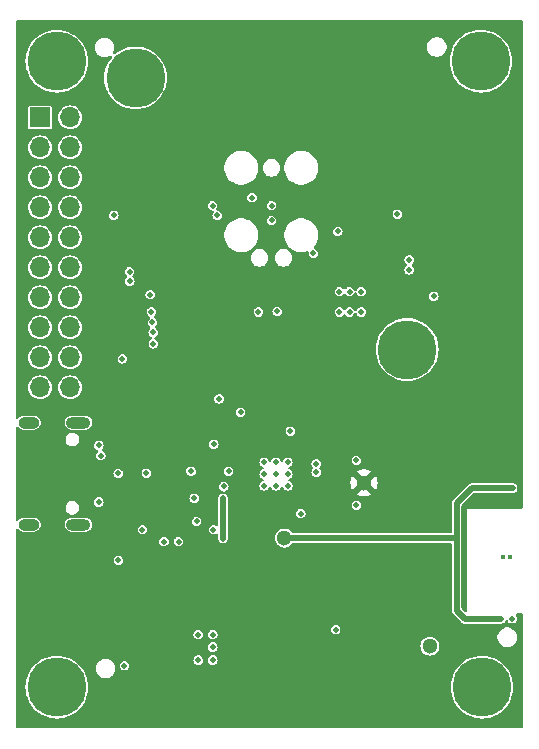
<source format=gbr>
%TF.GenerationSoftware,KiCad,Pcbnew,8.0.9-8.0.9-0~ubuntu24.04.1*%
%TF.CreationDate,2025-04-21T09:58:39+02:00*%
%TF.ProjectId,Sensor_Node_Base_V1.0,53656e73-6f72-45f4-9e6f-64655f426173,rev?*%
%TF.SameCoordinates,Original*%
%TF.FileFunction,Copper,L3,Inr*%
%TF.FilePolarity,Positive*%
%FSLAX46Y46*%
G04 Gerber Fmt 4.6, Leading zero omitted, Abs format (unit mm)*
G04 Created by KiCad (PCBNEW 8.0.9-8.0.9-0~ubuntu24.04.1) date 2025-04-21 09:58:39*
%MOMM*%
%LPD*%
G01*
G04 APERTURE LIST*
%TA.AperFunction,HeatsinkPad*%
%ADD10C,0.500000*%
%TD*%
%TA.AperFunction,ComponentPad*%
%ADD11R,1.700000X1.700000*%
%TD*%
%TA.AperFunction,ComponentPad*%
%ADD12O,1.700000X1.700000*%
%TD*%
%TA.AperFunction,ComponentPad*%
%ADD13C,0.800000*%
%TD*%
%TA.AperFunction,ComponentPad*%
%ADD14C,5.000000*%
%TD*%
%TA.AperFunction,ComponentPad*%
%ADD15O,2.100000X1.000000*%
%TD*%
%TA.AperFunction,ComponentPad*%
%ADD16O,1.800000X1.000000*%
%TD*%
%TA.AperFunction,ComponentPad*%
%ADD17C,1.300000*%
%TD*%
%TA.AperFunction,ComponentPad*%
%ADD18C,0.400000*%
%TD*%
%TA.AperFunction,ViaPad*%
%ADD19C,0.500000*%
%TD*%
%TA.AperFunction,Conductor*%
%ADD20C,0.500000*%
%TD*%
G04 APERTURE END LIST*
D10*
%TO.N,GND*%
%TO.C,IC302*%
X144680000Y-117810000D03*
X144680000Y-116810000D03*
X144680000Y-115810000D03*
X143680000Y-117810000D03*
X143680000Y-116810000D03*
X143680000Y-115810000D03*
X142680000Y-117810000D03*
X142680000Y-116810000D03*
X142680000Y-115810000D03*
%TD*%
D11*
%TO.N,P1.08*%
%TO.C,J201*%
X123700000Y-86610000D03*
D12*
%TO.N,P0.30*%
X126240000Y-86610000D03*
%TO.N,P0.28*%
X123700000Y-89150000D03*
%TO.N,P0.03*%
X126240000Y-89150000D03*
%TO.N,P1.14*%
X123700000Y-91690000D03*
%TO.N,P1.12*%
X126240000Y-91690000D03*
%TO.N,P1.11*%
X123700000Y-94230000D03*
%TO.N,P0.10*%
X126240000Y-94230000D03*
%TO.N,P1.10*%
X123700000Y-96770000D03*
%TO.N,P1.13*%
X126240000Y-96770000D03*
%TO.N,P1.15*%
X123700000Y-99310000D03*
%TO.N,P0.29*%
X126240000Y-99310000D03*
%TO.N,P0.31*%
X123700000Y-101850000D03*
%TO.N,P0.00*%
X126240000Y-101850000D03*
%TO.N,P0.01*%
X123700000Y-104390000D03*
%TO.N,P0.26*%
X126240000Y-104390000D03*
%TO.N,P0.11*%
X123700000Y-106930000D03*
%TO.N,P0.27*%
X126240000Y-106930000D03*
%TO.N,P0.05*%
X123700000Y-109470000D03*
%TO.N,P0.06*%
X126240000Y-109470000D03*
%TD*%
D13*
%TO.N,GND*%
%TO.C,MH103*%
X159155000Y-81855825D03*
X159704175Y-80530000D03*
X159704175Y-83181650D03*
X161030000Y-79980825D03*
D14*
X161030000Y-81855825D03*
D13*
X161030000Y-83730825D03*
X162355825Y-80530000D03*
X162355825Y-83181650D03*
X162905000Y-81855825D03*
%TD*%
%TO.N,GND*%
%TO.C,MH101*%
X123245000Y-81865825D03*
X123794175Y-80540000D03*
X123794175Y-83191650D03*
X125120000Y-79990825D03*
D14*
X125120000Y-81865825D03*
D13*
X125120000Y-83740825D03*
X126445825Y-80540000D03*
X126445825Y-83191650D03*
X126995000Y-81865825D03*
%TD*%
D15*
%TO.N,GND*%
%TO.C,CON101*%
X126950000Y-112460000D03*
D16*
X122750000Y-112460000D03*
D15*
X126950000Y-121100000D03*
D16*
X122750000Y-121100000D03*
%TD*%
D17*
%TO.N,/MCU/+1.8V_LS1*%
%TO.C,TP309*%
X144390000Y-122230000D03*
%TD*%
%TO.N,/MCU/+1.8V_VDD_nRF*%
%TO.C,TP308*%
X151130000Y-117560000D03*
%TD*%
D13*
%TO.N,GND*%
%TO.C,MH102*%
X159245000Y-134855825D03*
X159794175Y-133530000D03*
X159794175Y-136181650D03*
X161120000Y-132980825D03*
D14*
X161120000Y-134855825D03*
D13*
X161120000Y-136730825D03*
X162445825Y-133530000D03*
X162445825Y-136181650D03*
X162995000Y-134855825D03*
%TD*%
D18*
%TO.N,unconnected-(IC202-THPAD-Pad5)_3*%
%TO.C,IC202*%
X163500000Y-123850000D03*
X162900000Y-123850000D03*
%TD*%
D17*
%TO.N,GND*%
%TO.C,TP303*%
X156710000Y-131380000D03*
%TD*%
D13*
%TO.N,GND*%
%TO.C,M201*%
X129915000Y-83270000D03*
X130464175Y-81944175D03*
X130464175Y-84595825D03*
X131790000Y-81395000D03*
D14*
X131790000Y-83270000D03*
D13*
X131790000Y-85145000D03*
X133115825Y-81944175D03*
X133115825Y-84595825D03*
X133665000Y-83270000D03*
X152915000Y-106270000D03*
X153464175Y-104944175D03*
X153464175Y-107595825D03*
X154790000Y-104395000D03*
D14*
X154790000Y-106270000D03*
D13*
X154790000Y-108145000D03*
X156115825Y-104944175D03*
X156115825Y-107595825D03*
X156665000Y-106270000D03*
%TD*%
%TO.N,GND*%
%TO.C,MH104*%
X123245000Y-134855825D03*
X123794175Y-133530000D03*
X123794175Y-136181650D03*
X125120000Y-132980825D03*
D14*
X125120000Y-134855825D03*
D13*
X125120000Y-136730825D03*
X126445825Y-133530000D03*
X126445825Y-136181650D03*
X126995000Y-134855825D03*
%TD*%
D19*
%TO.N,/MCU/+1.8V_LS1*%
X160750000Y-118000000D03*
X162720000Y-129070000D03*
X163720000Y-118000000D03*
%TO.N,GND*%
X136480000Y-116560000D03*
X153950000Y-94820000D03*
X130330000Y-124120000D03*
X141640000Y-93410000D03*
X138320000Y-130400000D03*
X150480000Y-119460000D03*
X138320000Y-131460000D03*
X133030000Y-101620000D03*
X132700000Y-116750000D03*
X163680000Y-129060000D03*
X137090000Y-132560000D03*
X129950000Y-94910000D03*
X135430000Y-122530000D03*
X130840000Y-133040000D03*
X137090000Y-130400000D03*
X138420000Y-114280000D03*
X148730500Y-129985000D03*
X144890000Y-113190000D03*
X136750000Y-118860000D03*
X138320000Y-132560000D03*
X157030000Y-101760000D03*
X150480000Y-115660000D03*
X138850000Y-110450000D03*
X140680000Y-111570000D03*
%TO.N,/POWER/+5V_VBUSIN*%
X128670000Y-119180000D03*
X130320000Y-116760000D03*
X139250000Y-117860000D03*
X128670000Y-114380000D03*
%TO.N,/MCU/+1.8V_VDD_nRF*%
X144950000Y-92720000D03*
X148080000Y-120490000D03*
X133030000Y-94920000D03*
X145510000Y-108980000D03*
X143930000Y-111560000D03*
X143130000Y-120210000D03*
X129950000Y-101610000D03*
X149990000Y-127260000D03*
X155680000Y-129560000D03*
X157030000Y-94730000D03*
X140340000Y-109000000D03*
X153050000Y-101070000D03*
%TO.N,/POWER/VSYS*%
X145780000Y-120160000D03*
X147080000Y-116660000D03*
X139660000Y-116560000D03*
X147080000Y-115960000D03*
%TO.N,/POWER/CC2*%
X132370000Y-121520000D03*
X138380000Y-121520000D03*
%TO.N,/POWER/CC1*%
X128850000Y-115250000D03*
X136960000Y-120830000D03*
%TO.N,NRF_SWCLK*%
X148920000Y-96270000D03*
%TO.N,NRF_SWDIO*%
X146850000Y-98136450D03*
%TO.N,NRF_UART_TX*%
X131300000Y-100480000D03*
X138700000Y-94920000D03*
X143300000Y-95340000D03*
%TO.N,NRF_UART_RX*%
X143310000Y-94080000D03*
X138310000Y-94080000D03*
X131280000Y-99670000D03*
%TO.N,/MCU/LS1_CTRL*%
X149050000Y-103090000D03*
X149050000Y-101360000D03*
%TO.N,/MCU/NRF_PMIC_SDA*%
X143770000Y-103040000D03*
X154960000Y-99520000D03*
%TO.N,/MCU/NRF_PMIC_SCL*%
X142190000Y-103090000D03*
X154960000Y-98670000D03*
%TO.N,/MCU/NRF_PMIC_INT*%
X149900000Y-101360000D03*
X149900000Y-103090000D03*
%TO.N,P0.27*%
X133220000Y-103970000D03*
%TO.N,P0.06*%
X133290000Y-105780000D03*
%TO.N,P0.11*%
X133130000Y-103090000D03*
%TO.N,P0.05*%
X133270000Y-104820000D03*
%TO.N,/MCU/+5V_VBUS*%
X139190000Y-118860000D03*
X139190000Y-122270000D03*
%TO.N,/MCU/NRF_PMIC_RST*%
X150890000Y-103090000D03*
X150900000Y-101370000D03*
%TO.N,P0.04*%
X130670000Y-107060000D03*
X134190000Y-122530000D03*
%TD*%
D20*
%TO.N,/MCU/+1.8V_LS1*%
X158980000Y-119270000D02*
X160250000Y-118000000D01*
X158980000Y-128370000D02*
X158980000Y-119270000D01*
X162720000Y-129070000D02*
X159680000Y-129070000D01*
X158970000Y-122230000D02*
X158980000Y-122220000D01*
X144390000Y-122230000D02*
X158970000Y-122230000D01*
X159680000Y-129070000D02*
X158980000Y-128370000D01*
X160750000Y-118000000D02*
X163720000Y-118000000D01*
X160250000Y-118000000D02*
X160750000Y-118000000D01*
%TO.N,/MCU/+5V_VBUS*%
X139190000Y-118860000D02*
X139190000Y-122270000D01*
%TD*%
%TA.AperFunction,Conductor*%
%TO.N,/MCU/+1.8V_VDD_nRF*%
G36*
X164537539Y-78411010D02*
G01*
X164583294Y-78463814D01*
X164594500Y-78515325D01*
X164594500Y-119616000D01*
X164574815Y-119683039D01*
X164522011Y-119728794D01*
X164470500Y-119740000D01*
X159870000Y-119740000D01*
X159879745Y-128403851D01*
X159860136Y-128470912D01*
X159807383Y-128516726D01*
X159738236Y-128526748D01*
X159674648Y-128497794D01*
X159668064Y-128491671D01*
X159416819Y-128240426D01*
X159383334Y-128179103D01*
X159380500Y-128152745D01*
X159380500Y-119487255D01*
X159400185Y-119420216D01*
X159416819Y-119399574D01*
X160379574Y-118436819D01*
X160440897Y-118403334D01*
X160467255Y-118400500D01*
X160697273Y-118400500D01*
X160708725Y-118400500D01*
X160728120Y-118402026D01*
X160750000Y-118405492D01*
X160771879Y-118402026D01*
X160791275Y-118400500D01*
X163678725Y-118400500D01*
X163698120Y-118402026D01*
X163720000Y-118405492D01*
X163741879Y-118402026D01*
X163761275Y-118400500D01*
X163772726Y-118400500D01*
X163772727Y-118400500D01*
X163797112Y-118393966D01*
X163809795Y-118391269D01*
X163845304Y-118385646D01*
X163852697Y-118381879D01*
X163867094Y-118376353D01*
X163867079Y-118376317D01*
X163874584Y-118373207D01*
X163874587Y-118373207D01*
X163908376Y-118353697D01*
X163914052Y-118350616D01*
X163958342Y-118328050D01*
X163958344Y-118328048D01*
X163965911Y-118320480D01*
X163965913Y-118320480D01*
X164040480Y-118245913D01*
X164040480Y-118245911D01*
X164048048Y-118238344D01*
X164048048Y-118238343D01*
X164048050Y-118238342D01*
X164070616Y-118194052D01*
X164073697Y-118188376D01*
X164093207Y-118154587D01*
X164093207Y-118154584D01*
X164096317Y-118147079D01*
X164096353Y-118147094D01*
X164101879Y-118132697D01*
X164105645Y-118125306D01*
X164105645Y-118125305D01*
X164105646Y-118125304D01*
X164111269Y-118089795D01*
X164113966Y-118077112D01*
X164120499Y-118052729D01*
X164120500Y-118052726D01*
X164120500Y-118041275D01*
X164122027Y-118021876D01*
X164125492Y-118000000D01*
X164125492Y-117999999D01*
X164122027Y-117978123D01*
X164120500Y-117958724D01*
X164120500Y-117947275D01*
X164120499Y-117947271D01*
X164117291Y-117935300D01*
X164113964Y-117922882D01*
X164111270Y-117910210D01*
X164105646Y-117874696D01*
X164101875Y-117867295D01*
X164096353Y-117852907D01*
X164096318Y-117852922D01*
X164093207Y-117845411D01*
X164073701Y-117811627D01*
X164070601Y-117805918D01*
X164048051Y-117761659D01*
X164047550Y-117761158D01*
X164047547Y-117761154D01*
X164047547Y-117761155D01*
X164040480Y-117754088D01*
X164040480Y-117754087D01*
X163965913Y-117679520D01*
X163965912Y-117679519D01*
X163961587Y-117675194D01*
X163961577Y-117675185D01*
X163958342Y-117671950D01*
X163956724Y-117671126D01*
X163914061Y-117649387D01*
X163908357Y-117646290D01*
X163874589Y-117626794D01*
X163867083Y-117623685D01*
X163867097Y-117623650D01*
X163852707Y-117618126D01*
X163845306Y-117614355D01*
X163845305Y-117614354D01*
X163845304Y-117614354D01*
X163809803Y-117608730D01*
X163797116Y-117606034D01*
X163772729Y-117599500D01*
X163772727Y-117599500D01*
X163761275Y-117599500D01*
X163741879Y-117597973D01*
X163720000Y-117594508D01*
X163698120Y-117597973D01*
X163678725Y-117599500D01*
X160791275Y-117599500D01*
X160771879Y-117597973D01*
X160750000Y-117594508D01*
X160728120Y-117597973D01*
X160708725Y-117599500D01*
X160197273Y-117599500D01*
X160095410Y-117626793D01*
X160004087Y-117679520D01*
X160004084Y-117679522D01*
X158659522Y-119024084D01*
X158659518Y-119024090D01*
X158606792Y-119115412D01*
X158606793Y-119115413D01*
X158579500Y-119217273D01*
X158579500Y-121705500D01*
X158559815Y-121772539D01*
X158507011Y-121818294D01*
X158455500Y-121829500D01*
X145152290Y-121829500D01*
X145085251Y-121809815D01*
X145047297Y-121771473D01*
X145019817Y-121727739D01*
X144892262Y-121600184D01*
X144739523Y-121504211D01*
X144569254Y-121444631D01*
X144569249Y-121444630D01*
X144390004Y-121424435D01*
X144389996Y-121424435D01*
X144210750Y-121444630D01*
X144210745Y-121444631D01*
X144040476Y-121504211D01*
X143887737Y-121600184D01*
X143760184Y-121727737D01*
X143664211Y-121880476D01*
X143604631Y-122050745D01*
X143604630Y-122050750D01*
X143584435Y-122229996D01*
X143584435Y-122230003D01*
X143604630Y-122409249D01*
X143604631Y-122409254D01*
X143664211Y-122579523D01*
X143760183Y-122732260D01*
X143760184Y-122732262D01*
X143887738Y-122859816D01*
X143976591Y-122915646D01*
X144008175Y-122935492D01*
X144040478Y-122955789D01*
X144210745Y-123015368D01*
X144210750Y-123015369D01*
X144389996Y-123035565D01*
X144390000Y-123035565D01*
X144390004Y-123035565D01*
X144569249Y-123015369D01*
X144569252Y-123015368D01*
X144569255Y-123015368D01*
X144739522Y-122955789D01*
X144892262Y-122859816D01*
X145019816Y-122732262D01*
X145027972Y-122719280D01*
X145047297Y-122688527D01*
X145099631Y-122642237D01*
X145152290Y-122630500D01*
X158455500Y-122630500D01*
X158522539Y-122650185D01*
X158568294Y-122702989D01*
X158579500Y-122754500D01*
X158579500Y-128422726D01*
X158606793Y-128524589D01*
X158608040Y-128526748D01*
X158659520Y-128615913D01*
X159359519Y-129315912D01*
X159359520Y-129315913D01*
X159434087Y-129390480D01*
X159525413Y-129443207D01*
X159627273Y-129470500D01*
X159732726Y-129470500D01*
X162678725Y-129470500D01*
X162698120Y-129472026D01*
X162720000Y-129475492D01*
X162741879Y-129472026D01*
X162761275Y-129470500D01*
X162772726Y-129470500D01*
X162772727Y-129470500D01*
X162797112Y-129463966D01*
X162809795Y-129461269D01*
X162845304Y-129455646D01*
X162852697Y-129451879D01*
X162867094Y-129446353D01*
X162867079Y-129446317D01*
X162874584Y-129443207D01*
X162874587Y-129443207D01*
X162908376Y-129423697D01*
X162914052Y-129420616D01*
X162958342Y-129398050D01*
X162958344Y-129398048D01*
X162965911Y-129390480D01*
X162965913Y-129390480D01*
X163040480Y-129315913D01*
X163040480Y-129315911D01*
X163048048Y-129308344D01*
X163048048Y-129308343D01*
X163048050Y-129308342D01*
X163070616Y-129264052D01*
X163073691Y-129258387D01*
X163093207Y-129224587D01*
X163093207Y-129224583D01*
X163096500Y-129218882D01*
X163147068Y-129170667D01*
X163215676Y-129157446D01*
X163280540Y-129183415D01*
X163314370Y-129224588D01*
X163351949Y-129298340D01*
X163351954Y-129298347D01*
X163441652Y-129388045D01*
X163441654Y-129388046D01*
X163441658Y-129388050D01*
X163554696Y-129445646D01*
X163554697Y-129445646D01*
X163554699Y-129445647D01*
X163679997Y-129465492D01*
X163680000Y-129465492D01*
X163680003Y-129465492D01*
X163805300Y-129445647D01*
X163805301Y-129445647D01*
X163805302Y-129445646D01*
X163805304Y-129445646D01*
X163918342Y-129388050D01*
X164008050Y-129298342D01*
X164065646Y-129185304D01*
X164065646Y-129185302D01*
X164065647Y-129185301D01*
X164065647Y-129185300D01*
X164085492Y-129060003D01*
X164085492Y-129059996D01*
X164065647Y-128934699D01*
X164065647Y-128934698D01*
X164055821Y-128915413D01*
X164008050Y-128821658D01*
X164008046Y-128821654D01*
X164008045Y-128821652D01*
X164001323Y-128814930D01*
X163967838Y-128753607D01*
X163972822Y-128683915D01*
X164014694Y-128627982D01*
X164080158Y-128603565D01*
X164088215Y-128603252D01*
X164469712Y-128600827D01*
X164536875Y-128620085D01*
X164582965Y-128672597D01*
X164594500Y-128724824D01*
X164594500Y-138206325D01*
X164574815Y-138273364D01*
X164522011Y-138319119D01*
X164470500Y-138330325D01*
X121769500Y-138330325D01*
X121702461Y-138310640D01*
X121656706Y-138257836D01*
X121645500Y-138206325D01*
X121645500Y-134855825D01*
X122464655Y-134855825D01*
X122484014Y-135175885D01*
X122484014Y-135175890D01*
X122484015Y-135175891D01*
X122541814Y-135491291D01*
X122541815Y-135491295D01*
X122541816Y-135491299D01*
X122637202Y-135797405D01*
X122637208Y-135797420D01*
X122768806Y-136089820D01*
X122768807Y-136089821D01*
X122768809Y-136089825D01*
X122903764Y-136313069D01*
X122934692Y-136364230D01*
X123132448Y-136616647D01*
X123359177Y-136843376D01*
X123359181Y-136843379D01*
X123611592Y-137041131D01*
X123886000Y-137207016D01*
X124178402Y-137338616D01*
X124178411Y-137338618D01*
X124178419Y-137338622D01*
X124417895Y-137413245D01*
X124484534Y-137434011D01*
X124799934Y-137491810D01*
X125120000Y-137511170D01*
X125440066Y-137491810D01*
X125755466Y-137434011D01*
X125928320Y-137380147D01*
X126061580Y-137338622D01*
X126061584Y-137338620D01*
X126061598Y-137338616D01*
X126354000Y-137207016D01*
X126628408Y-137041131D01*
X126880819Y-136843379D01*
X127107554Y-136616644D01*
X127305306Y-136364233D01*
X127471191Y-136089825D01*
X127602791Y-135797423D01*
X127698186Y-135491291D01*
X127755985Y-135175891D01*
X127775345Y-134855825D01*
X158464655Y-134855825D01*
X158484014Y-135175885D01*
X158484014Y-135175890D01*
X158484015Y-135175891D01*
X158541814Y-135491291D01*
X158541815Y-135491295D01*
X158541816Y-135491299D01*
X158637202Y-135797405D01*
X158637208Y-135797420D01*
X158768806Y-136089820D01*
X158768807Y-136089821D01*
X158768809Y-136089825D01*
X158903764Y-136313069D01*
X158934692Y-136364230D01*
X159132448Y-136616647D01*
X159359177Y-136843376D01*
X159359181Y-136843379D01*
X159611592Y-137041131D01*
X159886000Y-137207016D01*
X160178402Y-137338616D01*
X160178411Y-137338618D01*
X160178419Y-137338622D01*
X160417895Y-137413245D01*
X160484534Y-137434011D01*
X160799934Y-137491810D01*
X161120000Y-137511170D01*
X161440066Y-137491810D01*
X161755466Y-137434011D01*
X161928320Y-137380147D01*
X162061580Y-137338622D01*
X162061584Y-137338620D01*
X162061598Y-137338616D01*
X162354000Y-137207016D01*
X162628408Y-137041131D01*
X162880819Y-136843379D01*
X163107554Y-136616644D01*
X163305306Y-136364233D01*
X163471191Y-136089825D01*
X163602791Y-135797423D01*
X163698186Y-135491291D01*
X163755985Y-135175891D01*
X163775345Y-134855825D01*
X163755985Y-134535759D01*
X163698186Y-134220359D01*
X163659590Y-134096500D01*
X163602797Y-133914244D01*
X163602793Y-133914236D01*
X163602791Y-133914227D01*
X163471191Y-133621825D01*
X163305306Y-133347417D01*
X163107554Y-133095006D01*
X163107551Y-133095002D01*
X162880822Y-132868273D01*
X162721093Y-132743133D01*
X162628408Y-132670519D01*
X162601664Y-132654352D01*
X162568838Y-132634508D01*
X162354000Y-132504634D01*
X162353996Y-132504632D01*
X162353995Y-132504631D01*
X162154694Y-132414933D01*
X162061598Y-132373034D01*
X162061595Y-132373033D01*
X162061580Y-132373027D01*
X161755474Y-132277641D01*
X161755470Y-132277640D01*
X161755466Y-132277639D01*
X161440066Y-132219840D01*
X161440065Y-132219839D01*
X161440060Y-132219839D01*
X161120000Y-132200480D01*
X160799939Y-132219839D01*
X160799934Y-132219840D01*
X160484534Y-132277639D01*
X160484531Y-132277639D01*
X160484525Y-132277641D01*
X160178419Y-132373027D01*
X160178404Y-132373033D01*
X159886004Y-132504631D01*
X159886002Y-132504633D01*
X159611594Y-132670517D01*
X159359177Y-132868273D01*
X159132448Y-133095002D01*
X158934692Y-133347419D01*
X158768808Y-133621827D01*
X158768806Y-133621829D01*
X158637208Y-133914229D01*
X158637202Y-133914244D01*
X158541816Y-134220350D01*
X158484014Y-134535764D01*
X158464655Y-134855825D01*
X127775345Y-134855825D01*
X127755985Y-134535759D01*
X127698186Y-134220359D01*
X127659590Y-134096500D01*
X127602797Y-133914244D01*
X127602793Y-133914236D01*
X127602791Y-133914227D01*
X127471191Y-133621825D01*
X127305306Y-133347417D01*
X127180874Y-133188592D01*
X128433500Y-133188592D01*
X128433500Y-133351407D01*
X128465259Y-133511073D01*
X128465262Y-133511082D01*
X128527562Y-133661490D01*
X128527563Y-133661492D01*
X128618015Y-133796862D01*
X128618018Y-133796866D01*
X128733133Y-133911981D01*
X128733137Y-133911984D01*
X128868505Y-134002435D01*
X128868506Y-134002435D01*
X128868507Y-134002436D01*
X128868509Y-134002437D01*
X128968781Y-134043970D01*
X129018919Y-134064738D01*
X129018921Y-134064738D01*
X129018926Y-134064740D01*
X129178592Y-134096499D01*
X129178595Y-134096500D01*
X129178597Y-134096500D01*
X129341405Y-134096500D01*
X129341406Y-134096499D01*
X129394629Y-134085912D01*
X129501073Y-134064740D01*
X129501076Y-134064738D01*
X129501081Y-134064738D01*
X129651495Y-134002435D01*
X129786863Y-133911984D01*
X129901984Y-133796863D01*
X129992435Y-133661495D01*
X130054738Y-133511081D01*
X130067785Y-133445492D01*
X130086499Y-133351407D01*
X130086500Y-133351405D01*
X130086500Y-133188594D01*
X130086499Y-133188592D01*
X130056942Y-133039996D01*
X130434508Y-133039996D01*
X130434508Y-133040003D01*
X130454352Y-133165300D01*
X130454352Y-133165301D01*
X130454354Y-133165304D01*
X130511950Y-133278342D01*
X130511952Y-133278344D01*
X130511954Y-133278347D01*
X130601652Y-133368045D01*
X130601654Y-133368046D01*
X130601658Y-133368050D01*
X130714696Y-133425646D01*
X130714697Y-133425646D01*
X130714699Y-133425647D01*
X130839997Y-133445492D01*
X130840000Y-133445492D01*
X130840003Y-133445492D01*
X130965300Y-133425647D01*
X130965301Y-133425647D01*
X130965302Y-133425646D01*
X130965304Y-133425646D01*
X131078342Y-133368050D01*
X131168050Y-133278342D01*
X131225646Y-133165304D01*
X131225646Y-133165302D01*
X131225647Y-133165301D01*
X131225647Y-133165300D01*
X131245492Y-133040003D01*
X131245492Y-133039996D01*
X131225647Y-132914699D01*
X131225647Y-132914698D01*
X131212068Y-132888048D01*
X131168050Y-132801658D01*
X131168046Y-132801654D01*
X131168045Y-132801652D01*
X131078347Y-132711954D01*
X131078344Y-132711952D01*
X131078342Y-132711950D01*
X130965304Y-132654354D01*
X130965303Y-132654353D01*
X130965300Y-132654352D01*
X130840003Y-132634508D01*
X130839997Y-132634508D01*
X130714699Y-132654352D01*
X130714698Y-132654352D01*
X130653961Y-132685300D01*
X130601658Y-132711950D01*
X130601657Y-132711951D01*
X130601652Y-132711954D01*
X130511954Y-132801652D01*
X130511951Y-132801657D01*
X130454352Y-132914698D01*
X130454352Y-132914699D01*
X130434508Y-133039996D01*
X130056942Y-133039996D01*
X130054740Y-133028926D01*
X130054737Y-133028917D01*
X129992437Y-132878509D01*
X129992436Y-132878507D01*
X129985596Y-132868271D01*
X129901984Y-132743137D01*
X129901981Y-132743133D01*
X129786866Y-132628018D01*
X129786862Y-132628015D01*
X129685065Y-132559996D01*
X136684508Y-132559996D01*
X136684508Y-132560003D01*
X136704352Y-132685300D01*
X136704352Y-132685301D01*
X136704354Y-132685304D01*
X136761950Y-132798342D01*
X136761952Y-132798344D01*
X136761954Y-132798347D01*
X136851652Y-132888045D01*
X136851654Y-132888046D01*
X136851658Y-132888050D01*
X136964696Y-132945646D01*
X136964697Y-132945646D01*
X136964699Y-132945647D01*
X137089997Y-132965492D01*
X137090000Y-132965492D01*
X137090003Y-132965492D01*
X137215300Y-132945647D01*
X137215301Y-132945647D01*
X137215302Y-132945646D01*
X137215304Y-132945646D01*
X137328342Y-132888050D01*
X137418050Y-132798342D01*
X137475646Y-132685304D01*
X137475646Y-132685302D01*
X137475647Y-132685301D01*
X137475647Y-132685300D01*
X137495492Y-132560003D01*
X137495492Y-132559996D01*
X137914508Y-132559996D01*
X137914508Y-132560003D01*
X137934352Y-132685300D01*
X137934352Y-132685301D01*
X137934354Y-132685304D01*
X137991950Y-132798342D01*
X137991952Y-132798344D01*
X137991954Y-132798347D01*
X138081652Y-132888045D01*
X138081654Y-132888046D01*
X138081658Y-132888050D01*
X138194696Y-132945646D01*
X138194697Y-132945646D01*
X138194699Y-132945647D01*
X138319997Y-132965492D01*
X138320000Y-132965492D01*
X138320003Y-132965492D01*
X138445300Y-132945647D01*
X138445301Y-132945647D01*
X138445302Y-132945646D01*
X138445304Y-132945646D01*
X138558342Y-132888050D01*
X138648050Y-132798342D01*
X138705646Y-132685304D01*
X138705646Y-132685302D01*
X138705647Y-132685301D01*
X138705647Y-132685300D01*
X138725492Y-132560003D01*
X138725492Y-132559996D01*
X138705647Y-132434699D01*
X138705647Y-132434698D01*
X138674227Y-132373034D01*
X138648050Y-132321658D01*
X138648046Y-132321654D01*
X138648045Y-132321652D01*
X138558347Y-132231954D01*
X138558344Y-132231952D01*
X138558342Y-132231950D01*
X138445304Y-132174354D01*
X138445303Y-132174353D01*
X138445300Y-132174352D01*
X138320003Y-132154508D01*
X138319997Y-132154508D01*
X138194699Y-132174352D01*
X138194698Y-132174352D01*
X138119337Y-132212751D01*
X138081658Y-132231950D01*
X138081657Y-132231951D01*
X138081652Y-132231954D01*
X137991954Y-132321652D01*
X137991951Y-132321657D01*
X137934352Y-132434698D01*
X137934352Y-132434699D01*
X137914508Y-132559996D01*
X137495492Y-132559996D01*
X137475647Y-132434699D01*
X137475647Y-132434698D01*
X137444227Y-132373034D01*
X137418050Y-132321658D01*
X137418046Y-132321654D01*
X137418045Y-132321652D01*
X137328347Y-132231954D01*
X137328344Y-132231952D01*
X137328342Y-132231950D01*
X137215304Y-132174354D01*
X137215303Y-132174353D01*
X137215300Y-132174352D01*
X137090003Y-132154508D01*
X137089997Y-132154508D01*
X136964699Y-132174352D01*
X136964698Y-132174352D01*
X136889337Y-132212751D01*
X136851658Y-132231950D01*
X136851657Y-132231951D01*
X136851652Y-132231954D01*
X136761954Y-132321652D01*
X136761951Y-132321657D01*
X136704352Y-132434698D01*
X136704352Y-132434699D01*
X136684508Y-132559996D01*
X129685065Y-132559996D01*
X129651492Y-132537563D01*
X129651490Y-132537562D01*
X129501082Y-132475262D01*
X129501073Y-132475259D01*
X129341406Y-132443500D01*
X129341403Y-132443500D01*
X129178597Y-132443500D01*
X129178594Y-132443500D01*
X129018926Y-132475259D01*
X129018917Y-132475262D01*
X128868509Y-132537562D01*
X128868507Y-132537563D01*
X128733137Y-132628015D01*
X128733133Y-132628018D01*
X128618018Y-132743133D01*
X128618015Y-132743137D01*
X128527563Y-132878507D01*
X128527562Y-132878509D01*
X128465262Y-133028917D01*
X128465259Y-133028926D01*
X128433500Y-133188592D01*
X127180874Y-133188592D01*
X127107554Y-133095006D01*
X127107551Y-133095002D01*
X126880822Y-132868273D01*
X126721093Y-132743133D01*
X126628408Y-132670519D01*
X126601664Y-132654352D01*
X126568838Y-132634508D01*
X126354000Y-132504634D01*
X126353996Y-132504632D01*
X126353995Y-132504631D01*
X126154694Y-132414933D01*
X126061598Y-132373034D01*
X126061595Y-132373033D01*
X126061580Y-132373027D01*
X125755474Y-132277641D01*
X125755470Y-132277640D01*
X125755466Y-132277639D01*
X125440066Y-132219840D01*
X125440065Y-132219839D01*
X125440060Y-132219839D01*
X125120000Y-132200480D01*
X124799939Y-132219839D01*
X124799934Y-132219840D01*
X124484534Y-132277639D01*
X124484531Y-132277639D01*
X124484525Y-132277641D01*
X124178419Y-132373027D01*
X124178404Y-132373033D01*
X123886004Y-132504631D01*
X123886002Y-132504633D01*
X123611594Y-132670517D01*
X123359177Y-132868273D01*
X123132448Y-133095002D01*
X122934692Y-133347419D01*
X122768808Y-133621827D01*
X122768806Y-133621829D01*
X122637208Y-133914229D01*
X122637202Y-133914244D01*
X122541816Y-134220350D01*
X122484014Y-134535764D01*
X122464655Y-134855825D01*
X121645500Y-134855825D01*
X121645500Y-131459996D01*
X137914508Y-131459996D01*
X137914508Y-131460003D01*
X137934352Y-131585300D01*
X137934352Y-131585301D01*
X137934354Y-131585304D01*
X137991950Y-131698342D01*
X137991952Y-131698344D01*
X137991954Y-131698347D01*
X138081652Y-131788045D01*
X138081654Y-131788046D01*
X138081658Y-131788050D01*
X138194696Y-131845646D01*
X138194697Y-131845646D01*
X138194699Y-131845647D01*
X138319997Y-131865492D01*
X138320000Y-131865492D01*
X138320003Y-131865492D01*
X138445300Y-131845647D01*
X138445301Y-131845647D01*
X138445302Y-131845646D01*
X138445304Y-131845646D01*
X138558342Y-131788050D01*
X138648050Y-131698342D01*
X138705646Y-131585304D01*
X138705646Y-131585302D01*
X138705647Y-131585301D01*
X138705647Y-131585300D01*
X138725492Y-131460003D01*
X138725492Y-131459996D01*
X138712821Y-131379996D01*
X155904435Y-131379996D01*
X155904435Y-131380003D01*
X155924630Y-131559249D01*
X155924631Y-131559254D01*
X155984211Y-131729523D01*
X156057177Y-131845647D01*
X156080184Y-131882262D01*
X156207738Y-132009816D01*
X156360478Y-132105789D01*
X156499709Y-132154508D01*
X156530745Y-132165368D01*
X156530750Y-132165369D01*
X156709996Y-132185565D01*
X156710000Y-132185565D01*
X156710004Y-132185565D01*
X156889249Y-132165369D01*
X156889252Y-132165368D01*
X156889255Y-132165368D01*
X157059522Y-132105789D01*
X157212262Y-132009816D01*
X157339816Y-131882262D01*
X157435789Y-131729522D01*
X157495368Y-131559255D01*
X157506551Y-131460003D01*
X157515565Y-131380003D01*
X157515565Y-131379996D01*
X157495369Y-131200750D01*
X157495368Y-131200745D01*
X157471296Y-131131951D01*
X157435789Y-131030478D01*
X157430141Y-131021490D01*
X157339815Y-130877737D01*
X157212262Y-130750184D01*
X157059523Y-130654211D01*
X156889254Y-130594631D01*
X156889249Y-130594630D01*
X156710004Y-130574435D01*
X156709996Y-130574435D01*
X156530750Y-130594630D01*
X156530745Y-130594631D01*
X156360476Y-130654211D01*
X156207737Y-130750184D01*
X156080184Y-130877737D01*
X155984211Y-131030476D01*
X155924631Y-131200745D01*
X155924630Y-131200750D01*
X155904435Y-131379996D01*
X138712821Y-131379996D01*
X138705647Y-131334699D01*
X138705647Y-131334698D01*
X138673692Y-131271984D01*
X138648050Y-131221658D01*
X138648046Y-131221654D01*
X138648045Y-131221652D01*
X138558347Y-131131954D01*
X138558344Y-131131952D01*
X138558342Y-131131950D01*
X138445304Y-131074354D01*
X138445303Y-131074353D01*
X138445300Y-131074352D01*
X138320003Y-131054508D01*
X138319997Y-131054508D01*
X138194699Y-131074352D01*
X138194698Y-131074352D01*
X138119337Y-131112751D01*
X138081658Y-131131950D01*
X138081657Y-131131951D01*
X138081652Y-131131954D01*
X137991954Y-131221652D01*
X137991951Y-131221657D01*
X137934352Y-131334698D01*
X137934352Y-131334699D01*
X137914508Y-131459996D01*
X121645500Y-131459996D01*
X121645500Y-130399996D01*
X136684508Y-130399996D01*
X136684508Y-130400003D01*
X136704352Y-130525300D01*
X136704352Y-130525301D01*
X136704354Y-130525304D01*
X136761950Y-130638342D01*
X136761952Y-130638344D01*
X136761954Y-130638347D01*
X136851652Y-130728045D01*
X136851654Y-130728046D01*
X136851658Y-130728050D01*
X136964696Y-130785646D01*
X136964697Y-130785646D01*
X136964699Y-130785647D01*
X137089997Y-130805492D01*
X137090000Y-130805492D01*
X137090003Y-130805492D01*
X137215300Y-130785647D01*
X137215301Y-130785647D01*
X137215302Y-130785646D01*
X137215304Y-130785646D01*
X137328342Y-130728050D01*
X137418050Y-130638342D01*
X137475646Y-130525304D01*
X137475646Y-130525302D01*
X137475647Y-130525301D01*
X137475647Y-130525300D01*
X137495492Y-130400003D01*
X137495492Y-130399996D01*
X137914508Y-130399996D01*
X137914508Y-130400003D01*
X137934352Y-130525300D01*
X137934352Y-130525301D01*
X137934354Y-130525304D01*
X137991950Y-130638342D01*
X137991952Y-130638344D01*
X137991954Y-130638347D01*
X138081652Y-130728045D01*
X138081654Y-130728046D01*
X138081658Y-130728050D01*
X138194696Y-130785646D01*
X138194697Y-130785646D01*
X138194699Y-130785647D01*
X138319997Y-130805492D01*
X138320000Y-130805492D01*
X138320003Y-130805492D01*
X138445300Y-130785647D01*
X138445301Y-130785647D01*
X138445302Y-130785646D01*
X138445304Y-130785646D01*
X138558342Y-130728050D01*
X138648050Y-130638342D01*
X138693780Y-130548592D01*
X162423500Y-130548592D01*
X162423500Y-130711407D01*
X162455259Y-130871073D01*
X162455262Y-130871082D01*
X162517562Y-131021490D01*
X162517563Y-131021492D01*
X162608015Y-131156862D01*
X162608018Y-131156866D01*
X162723133Y-131271981D01*
X162723137Y-131271984D01*
X162858505Y-131362435D01*
X162858506Y-131362435D01*
X162858507Y-131362436D01*
X162858509Y-131362437D01*
X162900901Y-131379996D01*
X163008919Y-131424738D01*
X163008921Y-131424738D01*
X163008926Y-131424740D01*
X163168592Y-131456499D01*
X163168595Y-131456500D01*
X163168597Y-131456500D01*
X163331405Y-131456500D01*
X163331406Y-131456499D01*
X163384629Y-131445912D01*
X163491073Y-131424740D01*
X163491076Y-131424738D01*
X163491081Y-131424738D01*
X163641495Y-131362435D01*
X163776863Y-131271984D01*
X163891984Y-131156863D01*
X163982435Y-131021495D01*
X164044738Y-130871081D01*
X164057785Y-130805492D01*
X164076499Y-130711407D01*
X164076500Y-130711405D01*
X164076500Y-130548594D01*
X164076499Y-130548592D01*
X164044740Y-130388926D01*
X164044737Y-130388917D01*
X164037169Y-130370647D01*
X164013312Y-130313050D01*
X163982437Y-130238509D01*
X163982436Y-130238507D01*
X163972306Y-130223347D01*
X163891984Y-130103137D01*
X163891981Y-130103133D01*
X163776866Y-129988018D01*
X163776862Y-129988015D01*
X163641492Y-129897563D01*
X163641490Y-129897562D01*
X163491082Y-129835262D01*
X163491073Y-129835259D01*
X163331406Y-129803500D01*
X163331403Y-129803500D01*
X163168597Y-129803500D01*
X163168594Y-129803500D01*
X163008926Y-129835259D01*
X163008917Y-129835262D01*
X162858509Y-129897562D01*
X162858507Y-129897563D01*
X162723137Y-129988015D01*
X162723133Y-129988018D01*
X162608018Y-130103133D01*
X162608015Y-130103137D01*
X162517563Y-130238507D01*
X162517562Y-130238509D01*
X162455262Y-130388917D01*
X162455259Y-130388926D01*
X162423500Y-130548592D01*
X138693780Y-130548592D01*
X138705646Y-130525304D01*
X138705646Y-130525302D01*
X138705647Y-130525301D01*
X138705647Y-130525300D01*
X138725492Y-130400003D01*
X138725492Y-130399996D01*
X138705647Y-130274699D01*
X138705647Y-130274698D01*
X138705646Y-130274696D01*
X138648050Y-130161658D01*
X138648046Y-130161654D01*
X138648045Y-130161652D01*
X138558347Y-130071954D01*
X138558344Y-130071952D01*
X138558342Y-130071950D01*
X138445304Y-130014354D01*
X138445303Y-130014353D01*
X138445300Y-130014352D01*
X138320003Y-129994508D01*
X138319997Y-129994508D01*
X138194699Y-130014352D01*
X138194698Y-130014352D01*
X138119337Y-130052751D01*
X138081658Y-130071950D01*
X138081657Y-130071951D01*
X138081652Y-130071954D01*
X137991954Y-130161652D01*
X137991951Y-130161657D01*
X137934352Y-130274698D01*
X137934352Y-130274699D01*
X137914508Y-130399996D01*
X137495492Y-130399996D01*
X137475647Y-130274699D01*
X137475647Y-130274698D01*
X137475646Y-130274696D01*
X137418050Y-130161658D01*
X137418046Y-130161654D01*
X137418045Y-130161652D01*
X137328347Y-130071954D01*
X137328344Y-130071952D01*
X137328342Y-130071950D01*
X137215304Y-130014354D01*
X137215303Y-130014353D01*
X137215300Y-130014352D01*
X137090003Y-129994508D01*
X137089997Y-129994508D01*
X136964699Y-130014352D01*
X136964698Y-130014352D01*
X136889337Y-130052751D01*
X136851658Y-130071950D01*
X136851657Y-130071951D01*
X136851652Y-130071954D01*
X136761954Y-130161652D01*
X136761951Y-130161657D01*
X136704352Y-130274698D01*
X136704352Y-130274699D01*
X136684508Y-130399996D01*
X121645500Y-130399996D01*
X121645500Y-129984996D01*
X148325008Y-129984996D01*
X148325008Y-129985003D01*
X148344852Y-130110300D01*
X148344852Y-130110301D01*
X148344854Y-130110304D01*
X148402450Y-130223342D01*
X148402452Y-130223344D01*
X148402454Y-130223347D01*
X148492152Y-130313045D01*
X148492154Y-130313046D01*
X148492158Y-130313050D01*
X148605196Y-130370646D01*
X148605197Y-130370646D01*
X148605199Y-130370647D01*
X148730497Y-130390492D01*
X148730500Y-130390492D01*
X148730503Y-130390492D01*
X148855800Y-130370647D01*
X148855801Y-130370647D01*
X148855802Y-130370646D01*
X148855804Y-130370646D01*
X148968842Y-130313050D01*
X149058550Y-130223342D01*
X149116146Y-130110304D01*
X149116146Y-130110302D01*
X149116147Y-130110301D01*
X149116147Y-130110300D01*
X149135992Y-129985003D01*
X149135992Y-129984996D01*
X149116147Y-129859699D01*
X149116147Y-129859698D01*
X149103696Y-129835262D01*
X149058550Y-129746658D01*
X149058546Y-129746654D01*
X149058545Y-129746652D01*
X148968847Y-129656954D01*
X148968844Y-129656952D01*
X148968842Y-129656950D01*
X148855804Y-129599354D01*
X148855803Y-129599353D01*
X148855800Y-129599352D01*
X148730503Y-129579508D01*
X148730497Y-129579508D01*
X148605199Y-129599352D01*
X148605198Y-129599352D01*
X148529837Y-129637751D01*
X148492158Y-129656950D01*
X148492157Y-129656951D01*
X148492152Y-129656954D01*
X148402454Y-129746652D01*
X148402451Y-129746657D01*
X148344852Y-129859698D01*
X148344852Y-129859699D01*
X148325008Y-129984996D01*
X121645500Y-129984996D01*
X121645500Y-124119996D01*
X129924508Y-124119996D01*
X129924508Y-124120003D01*
X129944352Y-124245300D01*
X129944352Y-124245301D01*
X129944354Y-124245304D01*
X130001950Y-124358342D01*
X130001952Y-124358344D01*
X130001954Y-124358347D01*
X130091652Y-124448045D01*
X130091654Y-124448046D01*
X130091658Y-124448050D01*
X130204696Y-124505646D01*
X130204697Y-124505646D01*
X130204699Y-124505647D01*
X130329997Y-124525492D01*
X130330000Y-124525492D01*
X130330003Y-124525492D01*
X130455300Y-124505647D01*
X130455301Y-124505647D01*
X130455302Y-124505646D01*
X130455304Y-124505646D01*
X130568342Y-124448050D01*
X130658050Y-124358342D01*
X130715646Y-124245304D01*
X130715646Y-124245302D01*
X130715647Y-124245301D01*
X130715647Y-124245300D01*
X130735492Y-124120003D01*
X130735492Y-124119996D01*
X130715647Y-123994699D01*
X130715647Y-123994698D01*
X130715646Y-123994696D01*
X130658050Y-123881658D01*
X130658046Y-123881654D01*
X130658045Y-123881652D01*
X130568347Y-123791954D01*
X130568344Y-123791952D01*
X130568342Y-123791950D01*
X130455304Y-123734354D01*
X130455303Y-123734353D01*
X130455300Y-123734352D01*
X130330003Y-123714508D01*
X130329997Y-123714508D01*
X130204699Y-123734352D01*
X130204698Y-123734352D01*
X130129337Y-123772751D01*
X130091658Y-123791950D01*
X130091657Y-123791951D01*
X130091652Y-123791954D01*
X130001954Y-123881652D01*
X130001951Y-123881657D01*
X129944352Y-123994698D01*
X129944352Y-123994699D01*
X129924508Y-124119996D01*
X121645500Y-124119996D01*
X121645500Y-122529996D01*
X133784508Y-122529996D01*
X133784508Y-122530003D01*
X133804352Y-122655300D01*
X133804352Y-122655301D01*
X133812096Y-122670499D01*
X133861950Y-122768342D01*
X133861952Y-122768344D01*
X133861954Y-122768347D01*
X133951652Y-122858045D01*
X133951654Y-122858046D01*
X133951658Y-122858050D01*
X134064696Y-122915646D01*
X134064697Y-122915646D01*
X134064699Y-122915647D01*
X134189997Y-122935492D01*
X134190000Y-122935492D01*
X134190003Y-122935492D01*
X134315300Y-122915647D01*
X134315301Y-122915647D01*
X134315302Y-122915646D01*
X134315304Y-122915646D01*
X134428342Y-122858050D01*
X134518050Y-122768342D01*
X134575646Y-122655304D01*
X134575646Y-122655302D01*
X134575647Y-122655301D01*
X134575647Y-122655300D01*
X134595492Y-122530003D01*
X134595492Y-122529996D01*
X135024508Y-122529996D01*
X135024508Y-122530003D01*
X135044352Y-122655300D01*
X135044352Y-122655301D01*
X135052096Y-122670499D01*
X135101950Y-122768342D01*
X135101952Y-122768344D01*
X135101954Y-122768347D01*
X135191652Y-122858045D01*
X135191654Y-122858046D01*
X135191658Y-122858050D01*
X135304696Y-122915646D01*
X135304697Y-122915646D01*
X135304699Y-122915647D01*
X135429997Y-122935492D01*
X135430000Y-122935492D01*
X135430003Y-122935492D01*
X135555300Y-122915647D01*
X135555301Y-122915647D01*
X135555302Y-122915646D01*
X135555304Y-122915646D01*
X135668342Y-122858050D01*
X135758050Y-122768342D01*
X135815646Y-122655304D01*
X135815646Y-122655302D01*
X135815647Y-122655301D01*
X135815647Y-122655300D01*
X135835492Y-122530003D01*
X135835492Y-122529996D01*
X135815647Y-122404699D01*
X135815647Y-122404698D01*
X135814627Y-122402697D01*
X135758050Y-122291658D01*
X135758046Y-122291654D01*
X135758045Y-122291652D01*
X135668347Y-122201954D01*
X135668344Y-122201952D01*
X135668342Y-122201950D01*
X135555304Y-122144354D01*
X135555303Y-122144353D01*
X135555300Y-122144352D01*
X135430003Y-122124508D01*
X135429997Y-122124508D01*
X135304699Y-122144352D01*
X135304698Y-122144352D01*
X135229337Y-122182751D01*
X135191658Y-122201950D01*
X135191657Y-122201951D01*
X135191652Y-122201954D01*
X135101954Y-122291652D01*
X135101951Y-122291657D01*
X135101950Y-122291658D01*
X135082751Y-122329337D01*
X135044352Y-122404698D01*
X135044352Y-122404699D01*
X135024508Y-122529996D01*
X134595492Y-122529996D01*
X134575647Y-122404699D01*
X134575647Y-122404698D01*
X134574627Y-122402697D01*
X134518050Y-122291658D01*
X134518046Y-122291654D01*
X134518045Y-122291652D01*
X134428347Y-122201954D01*
X134428344Y-122201952D01*
X134428342Y-122201950D01*
X134315304Y-122144354D01*
X134315303Y-122144353D01*
X134315300Y-122144352D01*
X134190003Y-122124508D01*
X134189997Y-122124508D01*
X134064699Y-122144352D01*
X134064698Y-122144352D01*
X133989337Y-122182751D01*
X133951658Y-122201950D01*
X133951657Y-122201951D01*
X133951652Y-122201954D01*
X133861954Y-122291652D01*
X133861951Y-122291657D01*
X133861950Y-122291658D01*
X133842751Y-122329337D01*
X133804352Y-122404698D01*
X133804352Y-122404699D01*
X133784508Y-122529996D01*
X121645500Y-122529996D01*
X121645500Y-121542111D01*
X121665185Y-121475072D01*
X121717989Y-121429317D01*
X121787147Y-121419373D01*
X121850703Y-121448398D01*
X121867877Y-121466626D01*
X121869478Y-121468713D01*
X121869480Y-121468716D01*
X121981284Y-121580520D01*
X121981286Y-121580521D01*
X121981290Y-121580524D01*
X122015343Y-121600184D01*
X122118216Y-121659577D01*
X122270943Y-121700500D01*
X122270945Y-121700500D01*
X123229055Y-121700500D01*
X123229057Y-121700500D01*
X123381784Y-121659577D01*
X123518716Y-121580520D01*
X123630520Y-121468716D01*
X123709577Y-121331784D01*
X123750500Y-121179057D01*
X123750500Y-121020943D01*
X125799500Y-121020943D01*
X125799500Y-121179057D01*
X125809305Y-121215647D01*
X125840423Y-121331783D01*
X125840426Y-121331790D01*
X125919475Y-121468709D01*
X125919479Y-121468714D01*
X125919480Y-121468716D01*
X126031284Y-121580520D01*
X126031286Y-121580521D01*
X126031290Y-121580524D01*
X126065343Y-121600184D01*
X126168216Y-121659577D01*
X126320943Y-121700500D01*
X126320945Y-121700500D01*
X127579055Y-121700500D01*
X127579057Y-121700500D01*
X127731784Y-121659577D01*
X127868716Y-121580520D01*
X127929240Y-121519996D01*
X131964508Y-121519996D01*
X131964508Y-121520003D01*
X131984352Y-121645300D01*
X131984352Y-121645301D01*
X131984354Y-121645304D01*
X132041950Y-121758342D01*
X132041952Y-121758344D01*
X132041954Y-121758347D01*
X132131652Y-121848045D01*
X132131654Y-121848046D01*
X132131658Y-121848050D01*
X132244696Y-121905646D01*
X132244697Y-121905646D01*
X132244699Y-121905647D01*
X132369997Y-121925492D01*
X132370000Y-121925492D01*
X132370003Y-121925492D01*
X132495300Y-121905647D01*
X132495301Y-121905647D01*
X132495302Y-121905646D01*
X132495304Y-121905646D01*
X132608342Y-121848050D01*
X132698050Y-121758342D01*
X132755646Y-121645304D01*
X132755646Y-121645302D01*
X132755647Y-121645301D01*
X132755647Y-121645300D01*
X132775492Y-121520003D01*
X132775492Y-121519996D01*
X137974508Y-121519996D01*
X137974508Y-121520003D01*
X137994352Y-121645300D01*
X137994352Y-121645301D01*
X137994354Y-121645304D01*
X138051950Y-121758342D01*
X138051952Y-121758344D01*
X138051954Y-121758347D01*
X138141652Y-121848045D01*
X138141654Y-121848046D01*
X138141658Y-121848050D01*
X138254696Y-121905646D01*
X138254697Y-121905646D01*
X138254699Y-121905647D01*
X138379997Y-121925492D01*
X138380000Y-121925492D01*
X138380003Y-121925492D01*
X138505300Y-121905647D01*
X138505302Y-121905646D01*
X138505304Y-121905646D01*
X138609207Y-121852704D01*
X138677873Y-121839808D01*
X138742614Y-121866084D01*
X138782871Y-121923190D01*
X138789500Y-121963189D01*
X138789500Y-122228724D01*
X138787973Y-122248121D01*
X138784508Y-122270000D01*
X138787937Y-122291652D01*
X138787973Y-122291876D01*
X138789500Y-122311275D01*
X138789500Y-122322729D01*
X138796034Y-122347116D01*
X138798731Y-122359805D01*
X138804354Y-122395303D01*
X138804355Y-122395306D01*
X138808126Y-122402707D01*
X138813650Y-122417097D01*
X138813685Y-122417083D01*
X138816794Y-122424589D01*
X138836290Y-122458357D01*
X138839387Y-122464061D01*
X138861126Y-122506724D01*
X138861950Y-122508342D01*
X138865185Y-122511577D01*
X138865194Y-122511587D01*
X138869519Y-122515912D01*
X138869520Y-122515913D01*
X138944087Y-122590480D01*
X138944088Y-122590480D01*
X138951155Y-122597547D01*
X138951154Y-122597547D01*
X138951158Y-122597550D01*
X138951659Y-122598051D01*
X138977920Y-122611431D01*
X138995928Y-122620606D01*
X139001627Y-122623701D01*
X139035411Y-122643207D01*
X139042922Y-122646318D01*
X139042907Y-122646353D01*
X139057295Y-122651875D01*
X139064696Y-122655646D01*
X139100210Y-122661270D01*
X139112882Y-122663964D01*
X139137273Y-122670500D01*
X139148725Y-122670500D01*
X139168120Y-122672026D01*
X139190000Y-122675492D01*
X139211879Y-122672026D01*
X139231275Y-122670500D01*
X139242726Y-122670500D01*
X139242727Y-122670500D01*
X139267112Y-122663966D01*
X139279795Y-122661269D01*
X139315304Y-122655646D01*
X139322697Y-122651879D01*
X139337094Y-122646353D01*
X139337079Y-122646317D01*
X139344584Y-122643207D01*
X139344587Y-122643207D01*
X139378376Y-122623697D01*
X139384052Y-122620616D01*
X139428342Y-122598050D01*
X139428845Y-122597547D01*
X139435911Y-122590480D01*
X139435913Y-122590480D01*
X139510480Y-122515913D01*
X139510480Y-122515911D01*
X139518048Y-122508344D01*
X139518048Y-122508343D01*
X139518050Y-122508342D01*
X139540616Y-122464052D01*
X139543697Y-122458376D01*
X139563207Y-122424587D01*
X139563207Y-122424584D01*
X139566317Y-122417079D01*
X139566353Y-122417094D01*
X139571879Y-122402697D01*
X139575645Y-122395306D01*
X139575645Y-122395305D01*
X139575646Y-122395304D01*
X139581269Y-122359795D01*
X139583966Y-122347112D01*
X139590499Y-122322729D01*
X139590500Y-122322726D01*
X139590500Y-122311275D01*
X139592027Y-122291876D01*
X139592063Y-122291652D01*
X139595492Y-122270000D01*
X139592026Y-122248121D01*
X139590500Y-122228724D01*
X139590500Y-120159996D01*
X145374508Y-120159996D01*
X145374508Y-120160003D01*
X145394352Y-120285300D01*
X145394352Y-120285301D01*
X145394354Y-120285304D01*
X145451950Y-120398342D01*
X145451952Y-120398344D01*
X145451954Y-120398347D01*
X145541652Y-120488045D01*
X145541654Y-120488046D01*
X145541658Y-120488050D01*
X145654696Y-120545646D01*
X145654697Y-120545646D01*
X145654699Y-120545647D01*
X145779997Y-120565492D01*
X145780000Y-120565492D01*
X145780003Y-120565492D01*
X145905300Y-120545647D01*
X145905301Y-120545647D01*
X145905302Y-120545646D01*
X145905304Y-120545646D01*
X146018342Y-120488050D01*
X146108050Y-120398342D01*
X146165646Y-120285304D01*
X146165646Y-120285302D01*
X146165647Y-120285301D01*
X146165647Y-120285300D01*
X146185492Y-120160003D01*
X146185492Y-120159996D01*
X146165647Y-120034699D01*
X146165647Y-120034698D01*
X146165646Y-120034696D01*
X146108050Y-119921658D01*
X146108046Y-119921654D01*
X146108045Y-119921652D01*
X146018347Y-119831954D01*
X146018344Y-119831952D01*
X146018342Y-119831950D01*
X145905304Y-119774354D01*
X145905303Y-119774353D01*
X145905300Y-119774352D01*
X145780003Y-119754508D01*
X145779997Y-119754508D01*
X145654699Y-119774352D01*
X145654698Y-119774352D01*
X145579337Y-119812751D01*
X145541658Y-119831950D01*
X145541657Y-119831951D01*
X145541652Y-119831954D01*
X145451954Y-119921652D01*
X145451951Y-119921657D01*
X145394352Y-120034698D01*
X145394352Y-120034699D01*
X145374508Y-120159996D01*
X139590500Y-120159996D01*
X139590500Y-119459996D01*
X150074508Y-119459996D01*
X150074508Y-119460003D01*
X150094352Y-119585300D01*
X150094352Y-119585301D01*
X150098904Y-119594234D01*
X150151950Y-119698342D01*
X150151952Y-119698344D01*
X150151954Y-119698347D01*
X150241652Y-119788045D01*
X150241654Y-119788046D01*
X150241658Y-119788050D01*
X150354696Y-119845646D01*
X150354697Y-119845646D01*
X150354699Y-119845647D01*
X150479997Y-119865492D01*
X150480000Y-119865492D01*
X150480003Y-119865492D01*
X150605300Y-119845647D01*
X150605301Y-119845647D01*
X150605302Y-119845646D01*
X150605304Y-119845646D01*
X150718342Y-119788050D01*
X150808050Y-119698342D01*
X150865646Y-119585304D01*
X150865646Y-119585302D01*
X150865647Y-119585301D01*
X150865647Y-119585300D01*
X150885492Y-119460003D01*
X150885492Y-119459996D01*
X150865647Y-119334699D01*
X150865647Y-119334698D01*
X150850668Y-119305300D01*
X150808050Y-119221658D01*
X150808046Y-119221654D01*
X150808045Y-119221652D01*
X150718347Y-119131954D01*
X150718344Y-119131952D01*
X150718342Y-119131950D01*
X150605304Y-119074354D01*
X150605303Y-119074353D01*
X150605300Y-119074352D01*
X150480003Y-119054508D01*
X150479997Y-119054508D01*
X150354699Y-119074352D01*
X150354698Y-119074352D01*
X150307607Y-119098347D01*
X150241658Y-119131950D01*
X150241657Y-119131951D01*
X150241652Y-119131954D01*
X150151954Y-119221652D01*
X150151951Y-119221657D01*
X150151950Y-119221658D01*
X150139727Y-119245647D01*
X150094352Y-119334698D01*
X150094352Y-119334699D01*
X150074508Y-119459996D01*
X139590500Y-119459996D01*
X139590500Y-118901275D01*
X139592027Y-118881876D01*
X139595492Y-118860000D01*
X139595492Y-118859999D01*
X139592027Y-118838123D01*
X139590500Y-118818724D01*
X139590500Y-118807275D01*
X139590499Y-118807271D01*
X139590498Y-118807268D01*
X139583964Y-118782881D01*
X139581270Y-118770210D01*
X139575646Y-118734696D01*
X139571875Y-118727295D01*
X139566353Y-118712907D01*
X139566318Y-118712922D01*
X139563207Y-118705411D01*
X139543701Y-118671627D01*
X139540601Y-118665918D01*
X139518051Y-118621659D01*
X139517550Y-118621158D01*
X139517547Y-118621154D01*
X139517547Y-118621155D01*
X139510480Y-118614088D01*
X139510480Y-118614087D01*
X139435913Y-118539520D01*
X139435912Y-118539519D01*
X139431587Y-118535194D01*
X139431577Y-118535185D01*
X139428342Y-118531950D01*
X139425612Y-118530559D01*
X139384061Y-118509387D01*
X139378357Y-118506290D01*
X139344591Y-118486795D01*
X139344589Y-118486794D01*
X139344587Y-118486793D01*
X139344584Y-118486792D01*
X139338142Y-118484124D01*
X139283738Y-118440283D01*
X139261672Y-118373989D01*
X139278951Y-118306290D01*
X139330087Y-118258679D01*
X139366196Y-118247088D01*
X139375304Y-118245646D01*
X139488342Y-118188050D01*
X139578050Y-118098342D01*
X139635646Y-117985304D01*
X139635646Y-117985302D01*
X139635647Y-117985301D01*
X139635647Y-117985300D01*
X139655492Y-117860003D01*
X139655492Y-117859996D01*
X139635647Y-117734699D01*
X139635647Y-117734698D01*
X139635646Y-117734696D01*
X139578050Y-117621658D01*
X139578046Y-117621654D01*
X139578045Y-117621652D01*
X139488347Y-117531954D01*
X139488344Y-117531952D01*
X139488342Y-117531950D01*
X139375304Y-117474354D01*
X139375303Y-117474353D01*
X139375300Y-117474352D01*
X139250003Y-117454508D01*
X139249997Y-117454508D01*
X139124699Y-117474352D01*
X139124698Y-117474352D01*
X139049337Y-117512751D01*
X139011658Y-117531950D01*
X139011657Y-117531951D01*
X139011652Y-117531954D01*
X138921954Y-117621652D01*
X138921951Y-117621657D01*
X138921950Y-117621658D01*
X138919334Y-117626793D01*
X138864352Y-117734698D01*
X138864352Y-117734699D01*
X138844508Y-117859996D01*
X138844508Y-117860003D01*
X138864352Y-117985300D01*
X138864352Y-117985301D01*
X138871842Y-118000000D01*
X138921950Y-118098342D01*
X138921952Y-118098344D01*
X138921954Y-118098347D01*
X139011652Y-118188045D01*
X139011656Y-118188048D01*
X139011658Y-118188050D01*
X139110365Y-118238344D01*
X139112854Y-118239612D01*
X139163650Y-118287587D01*
X139180445Y-118355408D01*
X139157907Y-118421543D01*
X139103192Y-118464994D01*
X139075964Y-118472569D01*
X139064696Y-118474354D01*
X139064694Y-118474354D01*
X139064692Y-118474355D01*
X139057287Y-118478128D01*
X139042906Y-118483649D01*
X139042920Y-118483683D01*
X139035408Y-118486794D01*
X139001625Y-118506298D01*
X138995926Y-118509393D01*
X138951658Y-118531949D01*
X138951655Y-118531951D01*
X138944089Y-118539518D01*
X138869515Y-118614092D01*
X138861951Y-118621655D01*
X138861949Y-118621658D01*
X138839393Y-118665926D01*
X138836298Y-118671625D01*
X138816794Y-118705408D01*
X138813683Y-118712920D01*
X138813649Y-118712906D01*
X138808128Y-118727287D01*
X138804353Y-118734695D01*
X138798729Y-118770199D01*
X138796034Y-118782881D01*
X138789500Y-118807268D01*
X138789500Y-118818724D01*
X138787973Y-118838123D01*
X138784508Y-118859999D01*
X138784508Y-118860000D01*
X138787973Y-118881876D01*
X138789500Y-118901275D01*
X138789500Y-121076810D01*
X138769815Y-121143849D01*
X138717011Y-121189604D01*
X138647853Y-121199548D01*
X138609207Y-121187295D01*
X138505304Y-121134354D01*
X138505303Y-121134353D01*
X138505300Y-121134352D01*
X138380003Y-121114508D01*
X138379997Y-121114508D01*
X138254699Y-121134352D01*
X138254698Y-121134352D01*
X138179337Y-121172751D01*
X138141658Y-121191950D01*
X138141657Y-121191951D01*
X138141652Y-121191954D01*
X138051954Y-121281652D01*
X138051951Y-121281657D01*
X137994352Y-121394698D01*
X137994352Y-121394699D01*
X137974508Y-121519996D01*
X132775492Y-121519996D01*
X132755647Y-121394699D01*
X132755647Y-121394698D01*
X132755646Y-121394696D01*
X132698050Y-121281658D01*
X132698046Y-121281654D01*
X132698045Y-121281652D01*
X132608347Y-121191954D01*
X132608344Y-121191952D01*
X132608342Y-121191950D01*
X132495304Y-121134354D01*
X132495303Y-121134353D01*
X132495300Y-121134352D01*
X132370003Y-121114508D01*
X132369997Y-121114508D01*
X132244699Y-121134352D01*
X132244698Y-121134352D01*
X132169337Y-121172751D01*
X132131658Y-121191950D01*
X132131657Y-121191951D01*
X132131652Y-121191954D01*
X132041954Y-121281652D01*
X132041951Y-121281657D01*
X131984352Y-121394698D01*
X131984352Y-121394699D01*
X131964508Y-121519996D01*
X127929240Y-121519996D01*
X127980520Y-121468716D01*
X128059577Y-121331784D01*
X128100500Y-121179057D01*
X128100500Y-121020943D01*
X128059577Y-120868216D01*
X128037511Y-120829996D01*
X136554508Y-120829996D01*
X136554508Y-120830003D01*
X136574352Y-120955300D01*
X136574352Y-120955301D01*
X136574354Y-120955304D01*
X136631950Y-121068342D01*
X136631952Y-121068344D01*
X136631954Y-121068347D01*
X136721652Y-121158045D01*
X136721654Y-121158046D01*
X136721658Y-121158050D01*
X136834696Y-121215646D01*
X136834697Y-121215646D01*
X136834699Y-121215647D01*
X136959997Y-121235492D01*
X136960000Y-121235492D01*
X136960003Y-121235492D01*
X137085300Y-121215647D01*
X137085301Y-121215647D01*
X137085302Y-121215646D01*
X137085304Y-121215646D01*
X137198342Y-121158050D01*
X137288050Y-121068342D01*
X137345646Y-120955304D01*
X137345646Y-120955302D01*
X137345647Y-120955301D01*
X137345647Y-120955300D01*
X137365492Y-120830003D01*
X137365492Y-120829996D01*
X137345647Y-120704699D01*
X137345647Y-120704698D01*
X137334488Y-120682797D01*
X137288050Y-120591658D01*
X137288046Y-120591654D01*
X137288045Y-120591652D01*
X137198347Y-120501954D01*
X137198344Y-120501952D01*
X137198342Y-120501950D01*
X137085304Y-120444354D01*
X137085303Y-120444353D01*
X137085300Y-120444352D01*
X136960003Y-120424508D01*
X136959997Y-120424508D01*
X136834699Y-120444352D01*
X136834698Y-120444352D01*
X136759337Y-120482751D01*
X136721658Y-120501950D01*
X136721657Y-120501951D01*
X136721652Y-120501954D01*
X136631954Y-120591652D01*
X136631951Y-120591657D01*
X136631950Y-120591658D01*
X136612751Y-120629337D01*
X136574352Y-120704698D01*
X136574352Y-120704699D01*
X136554508Y-120829996D01*
X128037511Y-120829996D01*
X127980524Y-120731290D01*
X127980518Y-120731282D01*
X127868717Y-120619481D01*
X127868709Y-120619475D01*
X127731790Y-120540426D01*
X127731786Y-120540424D01*
X127731784Y-120540423D01*
X127579057Y-120499500D01*
X126320943Y-120499500D01*
X126168216Y-120540423D01*
X126168209Y-120540426D01*
X126031290Y-120619475D01*
X126031282Y-120619481D01*
X125919481Y-120731282D01*
X125919475Y-120731290D01*
X125840426Y-120868209D01*
X125840423Y-120868216D01*
X125799500Y-121020943D01*
X123750500Y-121020943D01*
X123709577Y-120868216D01*
X123687511Y-120829996D01*
X123630524Y-120731290D01*
X123630518Y-120731282D01*
X123518717Y-120619481D01*
X123518709Y-120619475D01*
X123381790Y-120540426D01*
X123381786Y-120540424D01*
X123381784Y-120540423D01*
X123229057Y-120499500D01*
X122270943Y-120499500D01*
X122118216Y-120540423D01*
X122118209Y-120540426D01*
X121981290Y-120619475D01*
X121981282Y-120619481D01*
X121869479Y-120731284D01*
X121867873Y-120733378D01*
X121866068Y-120734695D01*
X121863733Y-120737031D01*
X121863368Y-120736666D01*
X121811443Y-120774579D01*
X121741697Y-120778731D01*
X121680778Y-120744516D01*
X121648028Y-120682797D01*
X121645500Y-120657888D01*
X121645500Y-119594234D01*
X125854500Y-119594234D01*
X125854500Y-119745766D01*
X125865829Y-119788048D01*
X125893719Y-119892136D01*
X125910764Y-119921658D01*
X125969485Y-120023365D01*
X126076635Y-120130515D01*
X126207865Y-120206281D01*
X126354234Y-120245500D01*
X126354236Y-120245500D01*
X126505764Y-120245500D01*
X126505766Y-120245500D01*
X126652135Y-120206281D01*
X126783365Y-120130515D01*
X126890515Y-120023365D01*
X126966281Y-119892135D01*
X127005500Y-119745766D01*
X127005500Y-119594234D01*
X126966281Y-119447865D01*
X126890515Y-119316635D01*
X126783365Y-119209485D01*
X126732289Y-119179996D01*
X128264508Y-119179996D01*
X128264508Y-119180003D01*
X128284352Y-119305300D01*
X128284352Y-119305301D01*
X128302805Y-119341517D01*
X128341950Y-119418342D01*
X128341952Y-119418344D01*
X128341954Y-119418347D01*
X128431652Y-119508045D01*
X128431654Y-119508046D01*
X128431658Y-119508050D01*
X128544696Y-119565646D01*
X128544697Y-119565646D01*
X128544699Y-119565647D01*
X128669997Y-119585492D01*
X128670000Y-119585492D01*
X128670003Y-119585492D01*
X128795300Y-119565647D01*
X128795301Y-119565647D01*
X128795302Y-119565646D01*
X128795304Y-119565646D01*
X128908342Y-119508050D01*
X128998050Y-119418342D01*
X129055646Y-119305304D01*
X129055646Y-119305302D01*
X129055647Y-119305301D01*
X129055647Y-119305300D01*
X129075492Y-119180003D01*
X129075492Y-119179996D01*
X129055647Y-119054699D01*
X129055647Y-119054698D01*
X129040051Y-119024090D01*
X128998050Y-118941658D01*
X128998046Y-118941654D01*
X128998045Y-118941652D01*
X128916389Y-118859996D01*
X136344508Y-118859996D01*
X136344508Y-118860003D01*
X136364352Y-118985300D01*
X136364352Y-118985301D01*
X136364354Y-118985304D01*
X136421950Y-119098342D01*
X136421952Y-119098344D01*
X136421954Y-119098347D01*
X136511652Y-119188045D01*
X136511654Y-119188046D01*
X136511658Y-119188050D01*
X136624696Y-119245646D01*
X136624697Y-119245646D01*
X136624699Y-119245647D01*
X136749997Y-119265492D01*
X136750000Y-119265492D01*
X136750003Y-119265492D01*
X136875300Y-119245647D01*
X136875301Y-119245647D01*
X136875302Y-119245646D01*
X136875304Y-119245646D01*
X136988342Y-119188050D01*
X137078050Y-119098342D01*
X137135646Y-118985304D01*
X137135646Y-118985302D01*
X137135647Y-118985301D01*
X137135647Y-118985300D01*
X137155492Y-118860003D01*
X137155492Y-118859996D01*
X137135647Y-118734699D01*
X137135647Y-118734698D01*
X137135645Y-118734695D01*
X137078050Y-118621658D01*
X137078046Y-118621654D01*
X137078045Y-118621652D01*
X136988347Y-118531954D01*
X136988344Y-118531952D01*
X136988342Y-118531950D01*
X136875304Y-118474354D01*
X136875303Y-118474353D01*
X136875300Y-118474352D01*
X136750003Y-118454508D01*
X136749997Y-118454508D01*
X136624699Y-118474352D01*
X136624698Y-118474352D01*
X136558825Y-118507917D01*
X136511658Y-118531950D01*
X136511657Y-118531951D01*
X136511652Y-118531954D01*
X136421954Y-118621652D01*
X136421951Y-118621657D01*
X136421950Y-118621658D01*
X136402751Y-118659337D01*
X136364352Y-118734698D01*
X136364352Y-118734699D01*
X136344508Y-118859996D01*
X128916389Y-118859996D01*
X128908347Y-118851954D01*
X128908344Y-118851952D01*
X128908342Y-118851950D01*
X128795304Y-118794354D01*
X128795303Y-118794353D01*
X128795300Y-118794352D01*
X128670003Y-118774508D01*
X128669997Y-118774508D01*
X128544699Y-118794352D01*
X128544698Y-118794352D01*
X128496867Y-118818724D01*
X128431658Y-118851950D01*
X128431657Y-118851951D01*
X128431652Y-118851954D01*
X128341954Y-118941652D01*
X128341951Y-118941657D01*
X128284352Y-119054698D01*
X128284352Y-119054699D01*
X128264508Y-119179996D01*
X126732289Y-119179996D01*
X126717750Y-119171602D01*
X126652136Y-119133719D01*
X126520123Y-119098347D01*
X126505766Y-119094500D01*
X126354234Y-119094500D01*
X126207863Y-119133719D01*
X126076635Y-119209485D01*
X126076632Y-119209487D01*
X125969487Y-119316632D01*
X125969485Y-119316635D01*
X125893719Y-119447863D01*
X125862160Y-119565646D01*
X125854500Y-119594234D01*
X121645500Y-119594234D01*
X121645500Y-116759996D01*
X129914508Y-116759996D01*
X129914508Y-116760003D01*
X129934352Y-116885300D01*
X129934352Y-116885301D01*
X129952805Y-116921517D01*
X129991950Y-116998342D01*
X129991952Y-116998344D01*
X129991954Y-116998347D01*
X130081652Y-117088045D01*
X130081654Y-117088046D01*
X130081658Y-117088050D01*
X130194696Y-117145646D01*
X130194697Y-117145646D01*
X130194699Y-117145647D01*
X130319997Y-117165492D01*
X130320000Y-117165492D01*
X130320003Y-117165492D01*
X130445300Y-117145647D01*
X130445301Y-117145647D01*
X130445302Y-117145646D01*
X130445304Y-117145646D01*
X130558342Y-117088050D01*
X130648050Y-116998342D01*
X130705646Y-116885304D01*
X130705646Y-116885302D01*
X130705647Y-116885301D01*
X130705647Y-116885300D01*
X130725492Y-116760003D01*
X130725492Y-116759996D01*
X130723908Y-116749996D01*
X132294508Y-116749996D01*
X132294508Y-116750003D01*
X132314352Y-116875300D01*
X132314352Y-116875301D01*
X132326095Y-116898347D01*
X132371950Y-116988342D01*
X132371952Y-116988344D01*
X132371954Y-116988347D01*
X132461652Y-117078045D01*
X132461654Y-117078046D01*
X132461658Y-117078050D01*
X132574696Y-117135646D01*
X132574697Y-117135646D01*
X132574699Y-117135647D01*
X132699997Y-117155492D01*
X132700000Y-117155492D01*
X132700003Y-117155492D01*
X132825300Y-117135647D01*
X132825301Y-117135647D01*
X132825302Y-117135646D01*
X132825304Y-117135646D01*
X132938342Y-117078050D01*
X133028050Y-116988342D01*
X133085646Y-116875304D01*
X133085646Y-116875302D01*
X133085647Y-116875301D01*
X133085647Y-116875300D01*
X133105492Y-116750003D01*
X133105492Y-116749996D01*
X133085647Y-116624699D01*
X133085647Y-116624698D01*
X133085646Y-116624696D01*
X133052680Y-116559996D01*
X136074508Y-116559996D01*
X136074508Y-116560003D01*
X136094352Y-116685300D01*
X136094352Y-116685301D01*
X136112805Y-116721517D01*
X136151950Y-116798342D01*
X136151952Y-116798344D01*
X136151954Y-116798347D01*
X136241652Y-116888045D01*
X136241654Y-116888046D01*
X136241658Y-116888050D01*
X136354696Y-116945646D01*
X136354697Y-116945646D01*
X136354699Y-116945647D01*
X136479997Y-116965492D01*
X136480000Y-116965492D01*
X136480003Y-116965492D01*
X136605300Y-116945647D01*
X136605301Y-116945647D01*
X136605302Y-116945646D01*
X136605304Y-116945646D01*
X136718342Y-116888050D01*
X136808050Y-116798342D01*
X136865646Y-116685304D01*
X136865646Y-116685302D01*
X136865647Y-116685301D01*
X136865647Y-116685300D01*
X136885492Y-116560003D01*
X136885492Y-116559996D01*
X139254508Y-116559996D01*
X139254508Y-116560003D01*
X139274352Y-116685300D01*
X139274352Y-116685301D01*
X139292805Y-116721517D01*
X139331950Y-116798342D01*
X139331952Y-116798344D01*
X139331954Y-116798347D01*
X139421652Y-116888045D01*
X139421654Y-116888046D01*
X139421658Y-116888050D01*
X139534696Y-116945646D01*
X139534697Y-116945646D01*
X139534699Y-116945647D01*
X139659997Y-116965492D01*
X139660000Y-116965492D01*
X139660003Y-116965492D01*
X139785300Y-116945647D01*
X139785301Y-116945647D01*
X139785302Y-116945646D01*
X139785304Y-116945646D01*
X139898342Y-116888050D01*
X139988050Y-116798342D01*
X140045646Y-116685304D01*
X140045646Y-116685302D01*
X140045647Y-116685301D01*
X140045647Y-116685300D01*
X140065492Y-116560003D01*
X140065492Y-116559996D01*
X140045647Y-116434699D01*
X140045647Y-116434698D01*
X140040376Y-116424354D01*
X139988050Y-116321658D01*
X139988046Y-116321654D01*
X139988045Y-116321652D01*
X139898347Y-116231954D01*
X139898344Y-116231952D01*
X139898342Y-116231950D01*
X139785304Y-116174354D01*
X139785303Y-116174353D01*
X139785300Y-116174352D01*
X139660003Y-116154508D01*
X139659997Y-116154508D01*
X139534699Y-116174352D01*
X139534698Y-116174352D01*
X139459337Y-116212751D01*
X139421658Y-116231950D01*
X139421657Y-116231951D01*
X139421652Y-116231954D01*
X139331954Y-116321652D01*
X139331951Y-116321657D01*
X139274352Y-116434698D01*
X139274352Y-116434699D01*
X139254508Y-116559996D01*
X136885492Y-116559996D01*
X136865647Y-116434699D01*
X136865647Y-116434698D01*
X136860376Y-116424354D01*
X136808050Y-116321658D01*
X136808046Y-116321654D01*
X136808045Y-116321652D01*
X136718347Y-116231954D01*
X136718344Y-116231952D01*
X136718342Y-116231950D01*
X136605304Y-116174354D01*
X136605303Y-116174353D01*
X136605300Y-116174352D01*
X136480003Y-116154508D01*
X136479997Y-116154508D01*
X136354699Y-116174352D01*
X136354698Y-116174352D01*
X136279337Y-116212751D01*
X136241658Y-116231950D01*
X136241657Y-116231951D01*
X136241652Y-116231954D01*
X136151954Y-116321652D01*
X136151951Y-116321657D01*
X136094352Y-116434698D01*
X136094352Y-116434699D01*
X136074508Y-116559996D01*
X133052680Y-116559996D01*
X133028050Y-116511658D01*
X133028046Y-116511654D01*
X133028045Y-116511652D01*
X132938347Y-116421954D01*
X132938344Y-116421952D01*
X132938342Y-116421950D01*
X132825304Y-116364354D01*
X132825303Y-116364353D01*
X132825300Y-116364352D01*
X132700003Y-116344508D01*
X132699997Y-116344508D01*
X132574699Y-116364352D01*
X132574698Y-116364352D01*
X132509288Y-116397681D01*
X132461658Y-116421950D01*
X132461657Y-116421951D01*
X132461652Y-116421954D01*
X132371954Y-116511652D01*
X132371951Y-116511657D01*
X132371950Y-116511658D01*
X132360210Y-116534699D01*
X132314352Y-116624698D01*
X132314352Y-116624699D01*
X132294508Y-116749996D01*
X130723908Y-116749996D01*
X130705647Y-116634699D01*
X130705647Y-116634698D01*
X130682586Y-116589439D01*
X130648050Y-116521658D01*
X130648046Y-116521654D01*
X130648045Y-116521652D01*
X130558347Y-116431954D01*
X130558344Y-116431952D01*
X130558342Y-116431950D01*
X130445304Y-116374354D01*
X130445303Y-116374353D01*
X130445300Y-116374352D01*
X130320003Y-116354508D01*
X130319997Y-116354508D01*
X130194699Y-116374352D01*
X130194698Y-116374352D01*
X130124737Y-116410000D01*
X130081658Y-116431950D01*
X130081657Y-116431951D01*
X130081652Y-116431954D01*
X129991954Y-116521652D01*
X129991951Y-116521657D01*
X129991950Y-116521658D01*
X129972751Y-116559337D01*
X129934352Y-116634698D01*
X129934352Y-116634699D01*
X129914508Y-116759996D01*
X121645500Y-116759996D01*
X121645500Y-115809996D01*
X142274508Y-115809996D01*
X142274508Y-115810003D01*
X142294352Y-115935300D01*
X142294352Y-115935301D01*
X142294354Y-115935304D01*
X142351950Y-116048342D01*
X142351952Y-116048344D01*
X142351954Y-116048347D01*
X142441652Y-116138045D01*
X142441655Y-116138047D01*
X142441658Y-116138050D01*
X142494845Y-116165150D01*
X142562290Y-116199516D01*
X142613085Y-116247490D01*
X142629880Y-116315311D01*
X142607342Y-116381446D01*
X142562290Y-116420484D01*
X142441659Y-116481949D01*
X142441652Y-116481954D01*
X142351954Y-116571652D01*
X142351951Y-116571657D01*
X142351950Y-116571658D01*
X142342891Y-116589438D01*
X142294352Y-116684698D01*
X142294352Y-116684699D01*
X142274508Y-116809996D01*
X142274508Y-116810003D01*
X142294352Y-116935300D01*
X142294352Y-116935301D01*
X142309736Y-116965492D01*
X142351950Y-117048342D01*
X142351952Y-117048344D01*
X142351954Y-117048347D01*
X142441652Y-117138045D01*
X142441655Y-117138047D01*
X142441658Y-117138050D01*
X142475890Y-117155492D01*
X142562290Y-117199516D01*
X142613085Y-117247490D01*
X142629880Y-117315311D01*
X142607342Y-117381446D01*
X142562290Y-117420484D01*
X142441659Y-117481949D01*
X142441652Y-117481954D01*
X142351954Y-117571652D01*
X142351951Y-117571657D01*
X142351950Y-117571658D01*
X142333578Y-117607714D01*
X142294352Y-117684698D01*
X142294352Y-117684699D01*
X142274508Y-117809996D01*
X142274508Y-117810003D01*
X142294352Y-117935300D01*
X142294352Y-117935301D01*
X142306287Y-117958724D01*
X142351950Y-118048342D01*
X142351952Y-118048344D01*
X142351954Y-118048347D01*
X142441652Y-118138045D01*
X142441654Y-118138046D01*
X142441658Y-118138050D01*
X142554696Y-118195646D01*
X142554697Y-118195646D01*
X142554699Y-118195647D01*
X142679997Y-118215492D01*
X142680000Y-118215492D01*
X142680003Y-118215492D01*
X142805300Y-118195647D01*
X142805301Y-118195647D01*
X142805302Y-118195646D01*
X142805304Y-118195646D01*
X142918342Y-118138050D01*
X143008050Y-118048342D01*
X143065646Y-117935304D01*
X143065646Y-117935302D01*
X143069515Y-117927710D01*
X143117490Y-117876914D01*
X143185311Y-117860119D01*
X143251446Y-117882657D01*
X143290485Y-117927710D01*
X143294353Y-117935302D01*
X143294354Y-117935304D01*
X143351950Y-118048342D01*
X143351952Y-118048344D01*
X143351954Y-118048347D01*
X143441652Y-118138045D01*
X143441654Y-118138046D01*
X143441658Y-118138050D01*
X143554696Y-118195646D01*
X143554697Y-118195646D01*
X143554699Y-118195647D01*
X143679997Y-118215492D01*
X143680000Y-118215492D01*
X143680003Y-118215492D01*
X143805300Y-118195647D01*
X143805301Y-118195647D01*
X143805302Y-118195646D01*
X143805304Y-118195646D01*
X143918342Y-118138050D01*
X144008050Y-118048342D01*
X144065646Y-117935304D01*
X144065646Y-117935302D01*
X144069515Y-117927710D01*
X144117490Y-117876914D01*
X144185311Y-117860119D01*
X144251446Y-117882657D01*
X144290485Y-117927710D01*
X144294353Y-117935302D01*
X144294354Y-117935304D01*
X144351950Y-118048342D01*
X144351952Y-118048344D01*
X144351954Y-118048347D01*
X144441652Y-118138045D01*
X144441654Y-118138046D01*
X144441658Y-118138050D01*
X144554696Y-118195646D01*
X144554697Y-118195646D01*
X144554699Y-118195647D01*
X144679997Y-118215492D01*
X144680000Y-118215492D01*
X144680003Y-118215492D01*
X144805300Y-118195647D01*
X144805301Y-118195647D01*
X144805302Y-118195646D01*
X144805304Y-118195646D01*
X144918342Y-118138050D01*
X145008050Y-118048342D01*
X145065646Y-117935304D01*
X145065646Y-117935302D01*
X145065647Y-117935301D01*
X145065647Y-117935300D01*
X145085492Y-117810003D01*
X145085492Y-117809996D01*
X145065647Y-117684699D01*
X145065647Y-117684698D01*
X145060796Y-117675177D01*
X145008050Y-117571658D01*
X145008046Y-117571654D01*
X145008045Y-117571652D01*
X144996392Y-117559999D01*
X149975073Y-117559999D01*
X149975073Y-117560000D01*
X149994737Y-117772216D01*
X149994738Y-117772219D01*
X150053058Y-117977196D01*
X150053066Y-117977216D01*
X150148060Y-118167990D01*
X150156834Y-118179609D01*
X150156835Y-118179609D01*
X150730000Y-117606445D01*
X150730000Y-117612661D01*
X150757259Y-117714394D01*
X150809920Y-117805606D01*
X150884394Y-117880080D01*
X150975606Y-117932741D01*
X151077339Y-117960000D01*
X151083553Y-117960000D01*
X150512991Y-118530559D01*
X150615204Y-118593847D01*
X150615208Y-118593849D01*
X150813936Y-118670836D01*
X150813941Y-118670837D01*
X151023439Y-118710000D01*
X151236561Y-118710000D01*
X151446058Y-118670837D01*
X151446063Y-118670836D01*
X151644791Y-118593849D01*
X151644798Y-118593846D01*
X151747006Y-118530560D01*
X151747006Y-118530559D01*
X151176448Y-117960000D01*
X151182661Y-117960000D01*
X151284394Y-117932741D01*
X151375606Y-117880080D01*
X151450080Y-117805606D01*
X151502741Y-117714394D01*
X151530000Y-117612661D01*
X151530000Y-117606447D01*
X152103163Y-118179610D01*
X152111935Y-118167996D01*
X152111938Y-118167991D01*
X152206935Y-117977211D01*
X152206941Y-117977196D01*
X152265261Y-117772219D01*
X152265262Y-117772216D01*
X152284927Y-117560000D01*
X152284927Y-117559999D01*
X152265262Y-117347783D01*
X152265261Y-117347780D01*
X152206941Y-117142803D01*
X152206933Y-117142783D01*
X152111940Y-116952010D01*
X152103163Y-116940388D01*
X151530000Y-117513551D01*
X151530000Y-117507339D01*
X151502741Y-117405606D01*
X151450080Y-117314394D01*
X151375606Y-117239920D01*
X151284394Y-117187259D01*
X151182661Y-117160000D01*
X151176447Y-117160000D01*
X151747007Y-116589439D01*
X151644793Y-116526151D01*
X151644789Y-116526149D01*
X151446063Y-116449163D01*
X151446058Y-116449162D01*
X151236561Y-116410000D01*
X151023439Y-116410000D01*
X150813941Y-116449162D01*
X150813936Y-116449163D01*
X150615210Y-116526149D01*
X150615201Y-116526154D01*
X150512992Y-116589438D01*
X150512991Y-116589439D01*
X151083554Y-117160000D01*
X151077339Y-117160000D01*
X150975606Y-117187259D01*
X150884394Y-117239920D01*
X150809920Y-117314394D01*
X150757259Y-117405606D01*
X150730000Y-117507339D01*
X150730000Y-117513554D01*
X150156835Y-116940389D01*
X150148056Y-116952015D01*
X150053066Y-117142783D01*
X150053058Y-117142803D01*
X149994738Y-117347780D01*
X149994737Y-117347783D01*
X149975073Y-117559999D01*
X144996392Y-117559999D01*
X144918347Y-117481954D01*
X144918344Y-117481952D01*
X144918342Y-117481950D01*
X144805304Y-117424354D01*
X144805302Y-117424353D01*
X144797710Y-117420485D01*
X144746914Y-117372510D01*
X144730119Y-117304689D01*
X144752657Y-117238554D01*
X144797710Y-117199515D01*
X144805302Y-117195646D01*
X144805304Y-117195646D01*
X144918342Y-117138050D01*
X145008050Y-117048342D01*
X145065646Y-116935304D01*
X145065646Y-116935302D01*
X145065647Y-116935301D01*
X145065647Y-116935300D01*
X145085492Y-116810003D01*
X145085492Y-116809996D01*
X145065647Y-116684699D01*
X145065647Y-116684698D01*
X145053064Y-116660003D01*
X145008050Y-116571658D01*
X145008046Y-116571654D01*
X145008045Y-116571652D01*
X144918347Y-116481954D01*
X144918344Y-116481952D01*
X144918342Y-116481950D01*
X144805304Y-116424354D01*
X144805302Y-116424353D01*
X144797710Y-116420485D01*
X144746914Y-116372510D01*
X144730119Y-116304689D01*
X144752657Y-116238554D01*
X144797710Y-116199515D01*
X144805302Y-116195646D01*
X144805304Y-116195646D01*
X144918342Y-116138050D01*
X145008050Y-116048342D01*
X145053065Y-115959996D01*
X146674508Y-115959996D01*
X146674508Y-115960003D01*
X146694352Y-116085300D01*
X146694352Y-116085301D01*
X146694354Y-116085304D01*
X146751950Y-116198342D01*
X146751952Y-116198344D01*
X146751954Y-116198347D01*
X146775926Y-116222319D01*
X146809411Y-116283642D01*
X146804427Y-116353334D01*
X146775926Y-116397681D01*
X146751954Y-116421652D01*
X146751951Y-116421657D01*
X146751950Y-116421658D01*
X146732751Y-116459337D01*
X146694352Y-116534698D01*
X146694352Y-116534699D01*
X146674508Y-116659996D01*
X146674508Y-116660003D01*
X146694352Y-116785300D01*
X146694352Y-116785301D01*
X146706935Y-116809996D01*
X146751950Y-116898342D01*
X146751952Y-116898344D01*
X146751954Y-116898347D01*
X146841652Y-116988045D01*
X146841654Y-116988046D01*
X146841658Y-116988050D01*
X146954696Y-117045646D01*
X146954697Y-117045646D01*
X146954699Y-117045647D01*
X147079997Y-117065492D01*
X147080000Y-117065492D01*
X147080003Y-117065492D01*
X147205300Y-117045647D01*
X147205301Y-117045647D01*
X147205302Y-117045646D01*
X147205304Y-117045646D01*
X147318342Y-116988050D01*
X147408050Y-116898342D01*
X147465646Y-116785304D01*
X147465646Y-116785302D01*
X147465647Y-116785301D01*
X147465647Y-116785300D01*
X147485492Y-116660003D01*
X147485492Y-116659996D01*
X147465647Y-116534699D01*
X147465647Y-116534698D01*
X147465646Y-116534696D01*
X147408050Y-116421658D01*
X147384072Y-116397680D01*
X147350588Y-116336360D01*
X147355572Y-116266668D01*
X147384072Y-116222319D01*
X147408050Y-116198342D01*
X147465646Y-116085304D01*
X147465646Y-116085302D01*
X147465647Y-116085301D01*
X147465647Y-116085300D01*
X147485492Y-115960003D01*
X147485492Y-115959996D01*
X147465647Y-115834699D01*
X147465647Y-115834698D01*
X147453064Y-115810003D01*
X147408050Y-115721658D01*
X147408046Y-115721654D01*
X147408045Y-115721652D01*
X147346389Y-115659996D01*
X150074508Y-115659996D01*
X150074508Y-115660003D01*
X150094352Y-115785300D01*
X150094352Y-115785301D01*
X150094354Y-115785304D01*
X150151950Y-115898342D01*
X150151952Y-115898344D01*
X150151954Y-115898347D01*
X150241652Y-115988045D01*
X150241654Y-115988046D01*
X150241658Y-115988050D01*
X150354696Y-116045646D01*
X150354697Y-116045646D01*
X150354699Y-116045647D01*
X150479997Y-116065492D01*
X150480000Y-116065492D01*
X150480003Y-116065492D01*
X150605300Y-116045647D01*
X150605301Y-116045647D01*
X150605302Y-116045646D01*
X150605304Y-116045646D01*
X150718342Y-115988050D01*
X150808050Y-115898342D01*
X150865646Y-115785304D01*
X150865646Y-115785302D01*
X150865647Y-115785301D01*
X150865647Y-115785300D01*
X150885492Y-115660003D01*
X150885492Y-115659996D01*
X150865647Y-115534699D01*
X150865647Y-115534698D01*
X150865646Y-115534696D01*
X150808050Y-115421658D01*
X150808046Y-115421654D01*
X150808045Y-115421652D01*
X150718347Y-115331954D01*
X150718344Y-115331952D01*
X150718342Y-115331950D01*
X150605304Y-115274354D01*
X150605303Y-115274353D01*
X150605300Y-115274352D01*
X150480003Y-115254508D01*
X150479997Y-115254508D01*
X150354699Y-115274352D01*
X150354698Y-115274352D01*
X150279337Y-115312751D01*
X150241658Y-115331950D01*
X150241657Y-115331951D01*
X150241652Y-115331954D01*
X150151954Y-115421652D01*
X150151951Y-115421657D01*
X150151950Y-115421658D01*
X150132751Y-115459337D01*
X150094352Y-115534698D01*
X150094352Y-115534699D01*
X150074508Y-115659996D01*
X147346389Y-115659996D01*
X147318347Y-115631954D01*
X147318344Y-115631952D01*
X147318342Y-115631950D01*
X147205304Y-115574354D01*
X147205303Y-115574353D01*
X147205300Y-115574352D01*
X147080003Y-115554508D01*
X147079997Y-115554508D01*
X146954699Y-115574352D01*
X146954698Y-115574352D01*
X146879337Y-115612751D01*
X146841658Y-115631950D01*
X146841657Y-115631951D01*
X146841652Y-115631954D01*
X146751954Y-115721652D01*
X146751951Y-115721657D01*
X146751950Y-115721658D01*
X146732751Y-115759337D01*
X146694352Y-115834698D01*
X146694352Y-115834699D01*
X146674508Y-115959996D01*
X145053065Y-115959996D01*
X145065646Y-115935304D01*
X145065646Y-115935302D01*
X145065647Y-115935301D01*
X145065647Y-115935300D01*
X145085492Y-115810003D01*
X145085492Y-115809996D01*
X145065647Y-115684699D01*
X145065647Y-115684698D01*
X145053064Y-115660003D01*
X145008050Y-115571658D01*
X145008046Y-115571654D01*
X145008045Y-115571652D01*
X144918347Y-115481954D01*
X144918344Y-115481952D01*
X144918342Y-115481950D01*
X144805304Y-115424354D01*
X144805303Y-115424353D01*
X144805300Y-115424352D01*
X144680003Y-115404508D01*
X144679997Y-115404508D01*
X144554699Y-115424352D01*
X144554698Y-115424352D01*
X144479337Y-115462751D01*
X144441658Y-115481950D01*
X144441657Y-115481951D01*
X144441652Y-115481954D01*
X144351954Y-115571652D01*
X144351949Y-115571659D01*
X144290484Y-115692290D01*
X144242510Y-115743085D01*
X144174689Y-115759880D01*
X144108554Y-115737342D01*
X144069516Y-115692290D01*
X144035150Y-115624845D01*
X144008050Y-115571658D01*
X144008047Y-115571655D01*
X144008045Y-115571652D01*
X143918347Y-115481954D01*
X143918344Y-115481952D01*
X143918342Y-115481950D01*
X143805304Y-115424354D01*
X143805303Y-115424353D01*
X143805300Y-115424352D01*
X143680003Y-115404508D01*
X143679997Y-115404508D01*
X143554699Y-115424352D01*
X143554698Y-115424352D01*
X143479337Y-115462751D01*
X143441658Y-115481950D01*
X143441657Y-115481951D01*
X143441652Y-115481954D01*
X143351954Y-115571652D01*
X143351949Y-115571659D01*
X143290484Y-115692290D01*
X143242510Y-115743085D01*
X143174689Y-115759880D01*
X143108554Y-115737342D01*
X143069516Y-115692290D01*
X143035150Y-115624845D01*
X143008050Y-115571658D01*
X143008047Y-115571655D01*
X143008045Y-115571652D01*
X142918347Y-115481954D01*
X142918344Y-115481952D01*
X142918342Y-115481950D01*
X142805304Y-115424354D01*
X142805303Y-115424353D01*
X142805300Y-115424352D01*
X142680003Y-115404508D01*
X142679997Y-115404508D01*
X142554699Y-115424352D01*
X142554698Y-115424352D01*
X142479337Y-115462751D01*
X142441658Y-115481950D01*
X142441657Y-115481951D01*
X142441652Y-115481954D01*
X142351954Y-115571652D01*
X142351951Y-115571657D01*
X142351950Y-115571658D01*
X142332751Y-115609337D01*
X142294352Y-115684698D01*
X142294352Y-115684699D01*
X142274508Y-115809996D01*
X121645500Y-115809996D01*
X121645500Y-113814234D01*
X125854500Y-113814234D01*
X125854500Y-113965766D01*
X125862160Y-113994352D01*
X125893719Y-114112136D01*
X125910764Y-114141658D01*
X125969485Y-114243365D01*
X126076635Y-114350515D01*
X126207865Y-114426281D01*
X126354234Y-114465500D01*
X126354236Y-114465500D01*
X126505764Y-114465500D01*
X126505766Y-114465500D01*
X126652135Y-114426281D01*
X126732303Y-114379996D01*
X128264508Y-114379996D01*
X128264508Y-114380003D01*
X128284352Y-114505300D01*
X128284352Y-114505301D01*
X128302805Y-114541517D01*
X128341950Y-114618342D01*
X128341952Y-114618344D01*
X128341954Y-114618347D01*
X128431652Y-114708045D01*
X128431654Y-114708046D01*
X128431658Y-114708050D01*
X128540532Y-114763524D01*
X128591327Y-114811498D01*
X128608122Y-114879319D01*
X128585585Y-114945454D01*
X128571918Y-114961688D01*
X128521954Y-115011652D01*
X128521951Y-115011657D01*
X128464352Y-115124698D01*
X128464352Y-115124699D01*
X128444508Y-115249996D01*
X128444508Y-115250003D01*
X128464352Y-115375300D01*
X128464352Y-115375301D01*
X128464354Y-115375304D01*
X128521950Y-115488342D01*
X128521952Y-115488344D01*
X128521954Y-115488347D01*
X128611652Y-115578045D01*
X128611654Y-115578046D01*
X128611658Y-115578050D01*
X128724696Y-115635646D01*
X128724697Y-115635646D01*
X128724699Y-115635647D01*
X128849997Y-115655492D01*
X128850000Y-115655492D01*
X128850003Y-115655492D01*
X128975300Y-115635647D01*
X128975301Y-115635647D01*
X128975302Y-115635646D01*
X128975304Y-115635646D01*
X129088342Y-115578050D01*
X129178050Y-115488342D01*
X129235646Y-115375304D01*
X129235646Y-115375302D01*
X129235647Y-115375301D01*
X129235647Y-115375300D01*
X129255492Y-115250003D01*
X129255492Y-115249996D01*
X129235647Y-115124699D01*
X129235647Y-115124698D01*
X129235646Y-115124696D01*
X129178050Y-115011658D01*
X129178046Y-115011654D01*
X129178045Y-115011652D01*
X129088347Y-114921954D01*
X129088344Y-114921952D01*
X129088342Y-114921950D01*
X128979467Y-114866475D01*
X128928672Y-114818501D01*
X128911877Y-114750680D01*
X128934415Y-114684545D01*
X128948083Y-114668309D01*
X128950746Y-114665646D01*
X128998050Y-114618342D01*
X129055646Y-114505304D01*
X129055646Y-114505302D01*
X129055647Y-114505301D01*
X129055647Y-114505300D01*
X129075492Y-114380003D01*
X129075492Y-114379996D01*
X129059654Y-114279996D01*
X138014508Y-114279996D01*
X138014508Y-114280003D01*
X138034352Y-114405300D01*
X138034352Y-114405301D01*
X138034354Y-114405304D01*
X138091950Y-114518342D01*
X138091952Y-114518344D01*
X138091954Y-114518347D01*
X138181652Y-114608045D01*
X138181654Y-114608046D01*
X138181658Y-114608050D01*
X138294696Y-114665646D01*
X138294697Y-114665646D01*
X138294699Y-114665647D01*
X138419997Y-114685492D01*
X138420000Y-114685492D01*
X138420003Y-114685492D01*
X138545300Y-114665647D01*
X138545301Y-114665647D01*
X138545302Y-114665646D01*
X138545304Y-114665646D01*
X138658342Y-114608050D01*
X138748050Y-114518342D01*
X138805646Y-114405304D01*
X138805646Y-114405302D01*
X138805647Y-114405301D01*
X138805647Y-114405300D01*
X138825492Y-114280003D01*
X138825492Y-114279996D01*
X138805647Y-114154699D01*
X138805647Y-114154698D01*
X138783960Y-114112136D01*
X138748050Y-114041658D01*
X138748046Y-114041654D01*
X138748045Y-114041652D01*
X138658347Y-113951954D01*
X138658344Y-113951952D01*
X138658342Y-113951950D01*
X138545304Y-113894354D01*
X138545303Y-113894353D01*
X138545300Y-113894352D01*
X138420003Y-113874508D01*
X138419997Y-113874508D01*
X138294699Y-113894352D01*
X138294698Y-113894352D01*
X138219337Y-113932751D01*
X138181658Y-113951950D01*
X138181657Y-113951951D01*
X138181652Y-113951954D01*
X138091954Y-114041652D01*
X138091951Y-114041657D01*
X138091950Y-114041658D01*
X138086704Y-114051954D01*
X138034352Y-114154698D01*
X138034352Y-114154699D01*
X138014508Y-114279996D01*
X129059654Y-114279996D01*
X129055647Y-114254699D01*
X129055647Y-114254698D01*
X129055646Y-114254696D01*
X128998050Y-114141658D01*
X128998046Y-114141654D01*
X128998045Y-114141652D01*
X128908347Y-114051954D01*
X128908344Y-114051952D01*
X128908342Y-114051950D01*
X128795304Y-113994354D01*
X128795303Y-113994353D01*
X128795300Y-113994352D01*
X128670003Y-113974508D01*
X128669997Y-113974508D01*
X128544699Y-113994352D01*
X128544698Y-113994352D01*
X128469337Y-114032751D01*
X128431658Y-114051950D01*
X128431657Y-114051951D01*
X128431652Y-114051954D01*
X128341954Y-114141652D01*
X128341951Y-114141657D01*
X128341950Y-114141658D01*
X128322751Y-114179337D01*
X128284352Y-114254698D01*
X128284352Y-114254699D01*
X128264508Y-114379996D01*
X126732303Y-114379996D01*
X126783365Y-114350515D01*
X126890515Y-114243365D01*
X126966281Y-114112135D01*
X127005500Y-113965766D01*
X127005500Y-113814234D01*
X126966281Y-113667865D01*
X126890515Y-113536635D01*
X126783365Y-113429485D01*
X126717750Y-113391602D01*
X126652136Y-113353719D01*
X126578950Y-113334109D01*
X126505766Y-113314500D01*
X126354234Y-113314500D01*
X126207863Y-113353719D01*
X126076635Y-113429485D01*
X126076632Y-113429487D01*
X125969487Y-113536632D01*
X125969485Y-113536635D01*
X125893719Y-113667863D01*
X125854500Y-113814234D01*
X121645500Y-113814234D01*
X121645500Y-113189996D01*
X144484508Y-113189996D01*
X144484508Y-113190003D01*
X144504352Y-113315300D01*
X144504352Y-113315301D01*
X144504354Y-113315304D01*
X144561950Y-113428342D01*
X144561952Y-113428344D01*
X144561954Y-113428347D01*
X144651652Y-113518045D01*
X144651654Y-113518046D01*
X144651658Y-113518050D01*
X144764696Y-113575646D01*
X144764697Y-113575646D01*
X144764699Y-113575647D01*
X144889997Y-113595492D01*
X144890000Y-113595492D01*
X144890003Y-113595492D01*
X145015300Y-113575647D01*
X145015301Y-113575647D01*
X145015302Y-113575646D01*
X145015304Y-113575646D01*
X145128342Y-113518050D01*
X145218050Y-113428342D01*
X145275646Y-113315304D01*
X145275646Y-113315302D01*
X145275647Y-113315301D01*
X145275647Y-113315300D01*
X145295492Y-113190003D01*
X145295492Y-113189996D01*
X145275647Y-113064699D01*
X145275647Y-113064698D01*
X145273508Y-113060500D01*
X145218050Y-112951658D01*
X145218046Y-112951654D01*
X145218045Y-112951652D01*
X145128347Y-112861954D01*
X145128344Y-112861952D01*
X145128342Y-112861950D01*
X145015304Y-112804354D01*
X145015303Y-112804353D01*
X145015300Y-112804352D01*
X144890003Y-112784508D01*
X144889997Y-112784508D01*
X144764699Y-112804352D01*
X144764698Y-112804352D01*
X144689337Y-112842751D01*
X144651658Y-112861950D01*
X144651657Y-112861951D01*
X144651652Y-112861954D01*
X144561954Y-112951652D01*
X144561951Y-112951657D01*
X144504352Y-113064698D01*
X144504352Y-113064699D01*
X144484508Y-113189996D01*
X121645500Y-113189996D01*
X121645500Y-112902111D01*
X121665185Y-112835072D01*
X121717989Y-112789317D01*
X121787147Y-112779373D01*
X121850703Y-112808398D01*
X121867877Y-112826626D01*
X121869478Y-112828713D01*
X121869480Y-112828716D01*
X121981284Y-112940520D01*
X121981286Y-112940521D01*
X121981290Y-112940524D01*
X122118209Y-113019573D01*
X122118216Y-113019577D01*
X122270943Y-113060500D01*
X122270945Y-113060500D01*
X123229055Y-113060500D01*
X123229057Y-113060500D01*
X123381784Y-113019577D01*
X123518716Y-112940520D01*
X123630520Y-112828716D01*
X123709577Y-112691784D01*
X123750500Y-112539057D01*
X123750500Y-112380943D01*
X125799500Y-112380943D01*
X125799500Y-112539056D01*
X125840423Y-112691783D01*
X125840426Y-112691790D01*
X125919475Y-112828709D01*
X125919479Y-112828714D01*
X125919480Y-112828716D01*
X126031284Y-112940520D01*
X126031286Y-112940521D01*
X126031290Y-112940524D01*
X126168209Y-113019573D01*
X126168216Y-113019577D01*
X126320943Y-113060500D01*
X126320945Y-113060500D01*
X127579055Y-113060500D01*
X127579057Y-113060500D01*
X127731784Y-113019577D01*
X127868716Y-112940520D01*
X127980520Y-112828716D01*
X128059577Y-112691784D01*
X128100500Y-112539057D01*
X128100500Y-112380943D01*
X128059577Y-112228216D01*
X128059573Y-112228209D01*
X127980524Y-112091290D01*
X127980518Y-112091282D01*
X127868717Y-111979481D01*
X127868709Y-111979475D01*
X127731790Y-111900426D01*
X127731786Y-111900424D01*
X127731784Y-111900423D01*
X127579057Y-111859500D01*
X126320943Y-111859500D01*
X126168216Y-111900423D01*
X126168209Y-111900426D01*
X126031290Y-111979475D01*
X126031282Y-111979481D01*
X125919481Y-112091282D01*
X125919475Y-112091290D01*
X125840426Y-112228209D01*
X125840423Y-112228216D01*
X125799500Y-112380943D01*
X123750500Y-112380943D01*
X123709577Y-112228216D01*
X123709573Y-112228209D01*
X123630524Y-112091290D01*
X123630518Y-112091282D01*
X123518717Y-111979481D01*
X123518709Y-111979475D01*
X123381790Y-111900426D01*
X123381786Y-111900424D01*
X123381784Y-111900423D01*
X123229057Y-111859500D01*
X122270943Y-111859500D01*
X122118216Y-111900423D01*
X122118209Y-111900426D01*
X121981290Y-111979475D01*
X121981282Y-111979481D01*
X121869479Y-112091284D01*
X121867873Y-112093378D01*
X121866068Y-112094695D01*
X121863733Y-112097031D01*
X121863368Y-112096666D01*
X121811443Y-112134579D01*
X121741697Y-112138731D01*
X121680778Y-112104516D01*
X121648028Y-112042797D01*
X121645500Y-112017888D01*
X121645500Y-111569996D01*
X140274508Y-111569996D01*
X140274508Y-111570003D01*
X140294352Y-111695300D01*
X140294352Y-111695301D01*
X140294354Y-111695304D01*
X140351950Y-111808342D01*
X140351952Y-111808344D01*
X140351954Y-111808347D01*
X140441652Y-111898045D01*
X140441654Y-111898046D01*
X140441658Y-111898050D01*
X140554696Y-111955646D01*
X140554697Y-111955646D01*
X140554699Y-111955647D01*
X140679997Y-111975492D01*
X140680000Y-111975492D01*
X140680003Y-111975492D01*
X140805300Y-111955647D01*
X140805301Y-111955647D01*
X140805302Y-111955646D01*
X140805304Y-111955646D01*
X140918342Y-111898050D01*
X141008050Y-111808342D01*
X141065646Y-111695304D01*
X141065646Y-111695302D01*
X141065647Y-111695301D01*
X141065647Y-111695300D01*
X141085492Y-111570003D01*
X141085492Y-111569996D01*
X141065647Y-111444699D01*
X141065647Y-111444698D01*
X141065646Y-111444696D01*
X141008050Y-111331658D01*
X141008046Y-111331654D01*
X141008045Y-111331652D01*
X140918347Y-111241954D01*
X140918344Y-111241952D01*
X140918342Y-111241950D01*
X140805304Y-111184354D01*
X140805303Y-111184353D01*
X140805300Y-111184352D01*
X140680003Y-111164508D01*
X140679997Y-111164508D01*
X140554699Y-111184352D01*
X140554698Y-111184352D01*
X140479337Y-111222751D01*
X140441658Y-111241950D01*
X140441657Y-111241951D01*
X140441652Y-111241954D01*
X140351954Y-111331652D01*
X140351951Y-111331657D01*
X140294352Y-111444698D01*
X140294352Y-111444699D01*
X140274508Y-111569996D01*
X121645500Y-111569996D01*
X121645500Y-109470000D01*
X122694659Y-109470000D01*
X122713975Y-109666129D01*
X122771188Y-109854733D01*
X122864086Y-110028532D01*
X122864090Y-110028539D01*
X122989116Y-110180883D01*
X123141460Y-110305909D01*
X123141467Y-110305913D01*
X123315266Y-110398811D01*
X123315269Y-110398811D01*
X123315273Y-110398814D01*
X123503868Y-110456024D01*
X123700000Y-110475341D01*
X123896132Y-110456024D01*
X124084727Y-110398814D01*
X124258538Y-110305910D01*
X124410883Y-110180883D01*
X124535910Y-110028538D01*
X124628814Y-109854727D01*
X124686024Y-109666132D01*
X124705341Y-109470000D01*
X125234659Y-109470000D01*
X125253975Y-109666129D01*
X125311188Y-109854733D01*
X125404086Y-110028532D01*
X125404090Y-110028539D01*
X125529116Y-110180883D01*
X125681460Y-110305909D01*
X125681467Y-110305913D01*
X125855266Y-110398811D01*
X125855269Y-110398811D01*
X125855273Y-110398814D01*
X126043868Y-110456024D01*
X126240000Y-110475341D01*
X126436132Y-110456024D01*
X126456004Y-110449996D01*
X138444508Y-110449996D01*
X138444508Y-110450003D01*
X138464352Y-110575300D01*
X138464352Y-110575301D01*
X138464354Y-110575304D01*
X138521950Y-110688342D01*
X138521952Y-110688344D01*
X138521954Y-110688347D01*
X138611652Y-110778045D01*
X138611654Y-110778046D01*
X138611658Y-110778050D01*
X138724696Y-110835646D01*
X138724697Y-110835646D01*
X138724699Y-110835647D01*
X138849997Y-110855492D01*
X138850000Y-110855492D01*
X138850003Y-110855492D01*
X138975300Y-110835647D01*
X138975301Y-110835647D01*
X138975302Y-110835646D01*
X138975304Y-110835646D01*
X139088342Y-110778050D01*
X139178050Y-110688342D01*
X139235646Y-110575304D01*
X139235646Y-110575302D01*
X139235647Y-110575301D01*
X139235647Y-110575300D01*
X139255492Y-110450003D01*
X139255492Y-110449996D01*
X139235647Y-110324699D01*
X139235647Y-110324698D01*
X139235646Y-110324696D01*
X139178050Y-110211658D01*
X139178046Y-110211654D01*
X139178045Y-110211652D01*
X139088347Y-110121954D01*
X139088344Y-110121952D01*
X139088342Y-110121950D01*
X138975304Y-110064354D01*
X138975303Y-110064353D01*
X138975300Y-110064352D01*
X138850003Y-110044508D01*
X138849997Y-110044508D01*
X138724699Y-110064352D01*
X138724698Y-110064352D01*
X138649337Y-110102751D01*
X138611658Y-110121950D01*
X138611657Y-110121951D01*
X138611652Y-110121954D01*
X138521954Y-110211652D01*
X138521951Y-110211657D01*
X138464352Y-110324698D01*
X138464352Y-110324699D01*
X138444508Y-110449996D01*
X126456004Y-110449996D01*
X126624727Y-110398814D01*
X126798538Y-110305910D01*
X126950883Y-110180883D01*
X127075910Y-110028538D01*
X127168814Y-109854727D01*
X127226024Y-109666132D01*
X127245341Y-109470000D01*
X127226024Y-109273868D01*
X127168814Y-109085273D01*
X127168811Y-109085269D01*
X127168811Y-109085266D01*
X127075913Y-108911467D01*
X127075909Y-108911460D01*
X126950883Y-108759116D01*
X126798539Y-108634090D01*
X126798532Y-108634086D01*
X126624733Y-108541188D01*
X126624727Y-108541186D01*
X126436132Y-108483976D01*
X126436129Y-108483975D01*
X126240000Y-108464659D01*
X126043870Y-108483975D01*
X125855266Y-108541188D01*
X125681467Y-108634086D01*
X125681460Y-108634090D01*
X125529116Y-108759116D01*
X125404090Y-108911460D01*
X125404086Y-108911467D01*
X125311188Y-109085266D01*
X125253975Y-109273870D01*
X125234659Y-109470000D01*
X124705341Y-109470000D01*
X124686024Y-109273868D01*
X124628814Y-109085273D01*
X124628811Y-109085269D01*
X124628811Y-109085266D01*
X124535913Y-108911467D01*
X124535909Y-108911460D01*
X124410883Y-108759116D01*
X124258539Y-108634090D01*
X124258532Y-108634086D01*
X124084733Y-108541188D01*
X124084727Y-108541186D01*
X123896132Y-108483976D01*
X123896129Y-108483975D01*
X123700000Y-108464659D01*
X123503870Y-108483975D01*
X123315266Y-108541188D01*
X123141467Y-108634086D01*
X123141460Y-108634090D01*
X122989116Y-108759116D01*
X122864090Y-108911460D01*
X122864086Y-108911467D01*
X122771188Y-109085266D01*
X122713975Y-109273870D01*
X122694659Y-109470000D01*
X121645500Y-109470000D01*
X121645500Y-106930000D01*
X122694659Y-106930000D01*
X122713975Y-107126129D01*
X122771188Y-107314733D01*
X122864086Y-107488532D01*
X122864090Y-107488539D01*
X122989116Y-107640883D01*
X123141460Y-107765909D01*
X123141467Y-107765913D01*
X123315266Y-107858811D01*
X123315269Y-107858811D01*
X123315273Y-107858814D01*
X123503868Y-107916024D01*
X123700000Y-107935341D01*
X123896132Y-107916024D01*
X124084727Y-107858814D01*
X124258538Y-107765910D01*
X124410883Y-107640883D01*
X124535910Y-107488538D01*
X124628814Y-107314727D01*
X124686024Y-107126132D01*
X124705341Y-106930000D01*
X125234659Y-106930000D01*
X125253975Y-107126129D01*
X125311188Y-107314733D01*
X125404086Y-107488532D01*
X125404090Y-107488539D01*
X125529116Y-107640883D01*
X125681460Y-107765909D01*
X125681467Y-107765913D01*
X125855266Y-107858811D01*
X125855269Y-107858811D01*
X125855273Y-107858814D01*
X126043868Y-107916024D01*
X126240000Y-107935341D01*
X126436132Y-107916024D01*
X126624727Y-107858814D01*
X126798538Y-107765910D01*
X126950883Y-107640883D01*
X127075910Y-107488538D01*
X127168814Y-107314727D01*
X127226024Y-107126132D01*
X127232538Y-107059996D01*
X130264508Y-107059996D01*
X130264508Y-107060003D01*
X130284352Y-107185300D01*
X130284352Y-107185301D01*
X130302805Y-107221517D01*
X130341950Y-107298342D01*
X130341952Y-107298344D01*
X130341954Y-107298347D01*
X130431652Y-107388045D01*
X130431654Y-107388046D01*
X130431658Y-107388050D01*
X130544696Y-107445646D01*
X130544697Y-107445646D01*
X130544699Y-107445647D01*
X130669997Y-107465492D01*
X130670000Y-107465492D01*
X130670003Y-107465492D01*
X130795300Y-107445647D01*
X130795301Y-107445647D01*
X130795302Y-107445646D01*
X130795304Y-107445646D01*
X130908342Y-107388050D01*
X130998050Y-107298342D01*
X131055646Y-107185304D01*
X131055646Y-107185302D01*
X131055647Y-107185301D01*
X131055647Y-107185300D01*
X131075492Y-107060003D01*
X131075492Y-107059996D01*
X131055647Y-106934699D01*
X131055647Y-106934698D01*
X131053253Y-106930000D01*
X130998050Y-106821658D01*
X130998046Y-106821654D01*
X130998045Y-106821652D01*
X130908347Y-106731954D01*
X130908344Y-106731952D01*
X130908342Y-106731950D01*
X130795304Y-106674354D01*
X130795303Y-106674353D01*
X130795300Y-106674352D01*
X130670003Y-106654508D01*
X130669997Y-106654508D01*
X130544699Y-106674352D01*
X130544698Y-106674352D01*
X130469337Y-106712751D01*
X130431658Y-106731950D01*
X130431657Y-106731951D01*
X130431652Y-106731954D01*
X130341954Y-106821652D01*
X130341951Y-106821657D01*
X130284352Y-106934698D01*
X130284352Y-106934699D01*
X130264508Y-107059996D01*
X127232538Y-107059996D01*
X127245341Y-106930000D01*
X127226024Y-106733868D01*
X127168814Y-106545273D01*
X127168811Y-106545269D01*
X127168811Y-106545266D01*
X127075913Y-106371467D01*
X127075909Y-106371460D01*
X126992643Y-106270000D01*
X152134655Y-106270000D01*
X152154014Y-106590060D01*
X152154014Y-106590065D01*
X152154015Y-106590066D01*
X152211814Y-106905466D01*
X152211815Y-106905470D01*
X152211816Y-106905474D01*
X152307202Y-107211580D01*
X152307208Y-107211595D01*
X152438806Y-107503995D01*
X152438807Y-107503996D01*
X152438809Y-107504000D01*
X152573764Y-107727244D01*
X152604692Y-107778405D01*
X152802448Y-108030822D01*
X153029177Y-108257551D01*
X153029181Y-108257554D01*
X153281592Y-108455306D01*
X153556000Y-108621191D01*
X153848402Y-108752791D01*
X153848411Y-108752793D01*
X153848419Y-108752797D01*
X154087895Y-108827420D01*
X154154534Y-108848186D01*
X154469934Y-108905985D01*
X154790000Y-108925345D01*
X155110066Y-108905985D01*
X155425466Y-108848186D01*
X155598320Y-108794322D01*
X155731580Y-108752797D01*
X155731584Y-108752795D01*
X155731598Y-108752791D01*
X156024000Y-108621191D01*
X156298408Y-108455306D01*
X156550819Y-108257554D01*
X156777554Y-108030819D01*
X156975306Y-107778408D01*
X157141191Y-107504000D01*
X157272791Y-107211598D01*
X157299424Y-107126132D01*
X157320032Y-107059996D01*
X157368186Y-106905466D01*
X157425985Y-106590066D01*
X157445345Y-106270000D01*
X157425985Y-105949934D01*
X157368186Y-105634534D01*
X157311292Y-105451954D01*
X157272797Y-105328419D01*
X157272793Y-105328411D01*
X157272791Y-105328402D01*
X157141191Y-105036000D01*
X156975306Y-104761592D01*
X156777554Y-104509181D01*
X156777551Y-104509177D01*
X156550822Y-104282448D01*
X156424613Y-104183570D01*
X156298408Y-104084694D01*
X156024000Y-103918809D01*
X156023996Y-103918807D01*
X156023995Y-103918806D01*
X155824694Y-103829108D01*
X155731598Y-103787209D01*
X155731595Y-103787208D01*
X155731580Y-103787202D01*
X155425474Y-103691816D01*
X155425470Y-103691815D01*
X155425466Y-103691814D01*
X155110066Y-103634015D01*
X155110065Y-103634014D01*
X155110060Y-103634014D01*
X154790000Y-103614655D01*
X154469939Y-103634014D01*
X154469934Y-103634015D01*
X154154534Y-103691814D01*
X154154531Y-103691814D01*
X154154525Y-103691816D01*
X153848419Y-103787202D01*
X153848404Y-103787208D01*
X153556004Y-103918806D01*
X153556002Y-103918808D01*
X153281594Y-104084692D01*
X153029177Y-104282448D01*
X152802448Y-104509177D01*
X152604692Y-104761594D01*
X152438808Y-105036002D01*
X152438806Y-105036004D01*
X152307208Y-105328404D01*
X152307202Y-105328419D01*
X152211816Y-105634525D01*
X152211814Y-105634531D01*
X152211814Y-105634534D01*
X152185156Y-105780003D01*
X152154014Y-105949939D01*
X152134655Y-106270000D01*
X126992643Y-106270000D01*
X126950883Y-106219116D01*
X126798539Y-106094090D01*
X126798532Y-106094086D01*
X126624733Y-106001188D01*
X126624727Y-106001186D01*
X126436132Y-105943976D01*
X126436129Y-105943975D01*
X126240000Y-105924659D01*
X126043870Y-105943975D01*
X125855266Y-106001188D01*
X125681467Y-106094086D01*
X125681460Y-106094090D01*
X125529116Y-106219116D01*
X125404090Y-106371460D01*
X125404086Y-106371467D01*
X125311188Y-106545266D01*
X125253975Y-106733870D01*
X125234659Y-106930000D01*
X124705341Y-106930000D01*
X124686024Y-106733868D01*
X124628814Y-106545273D01*
X124628811Y-106545269D01*
X124628811Y-106545266D01*
X124535913Y-106371467D01*
X124535909Y-106371460D01*
X124410883Y-106219116D01*
X124258539Y-106094090D01*
X124258532Y-106094086D01*
X124084733Y-106001188D01*
X124084727Y-106001186D01*
X123896132Y-105943976D01*
X123896129Y-105943975D01*
X123700000Y-105924659D01*
X123503870Y-105943975D01*
X123315266Y-106001188D01*
X123141467Y-106094086D01*
X123141460Y-106094090D01*
X122989116Y-106219116D01*
X122864090Y-106371460D01*
X122864086Y-106371467D01*
X122771188Y-106545266D01*
X122713975Y-106733870D01*
X122694659Y-106930000D01*
X121645500Y-106930000D01*
X121645500Y-104390000D01*
X122694659Y-104390000D01*
X122713975Y-104586129D01*
X122771188Y-104774733D01*
X122864086Y-104948532D01*
X122864090Y-104948539D01*
X122989116Y-105100883D01*
X123141460Y-105225909D01*
X123141467Y-105225913D01*
X123315266Y-105318811D01*
X123315269Y-105318811D01*
X123315273Y-105318814D01*
X123503868Y-105376024D01*
X123700000Y-105395341D01*
X123896132Y-105376024D01*
X124084727Y-105318814D01*
X124100458Y-105310406D01*
X124258532Y-105225913D01*
X124258538Y-105225910D01*
X124410883Y-105100883D01*
X124535910Y-104948538D01*
X124582362Y-104861632D01*
X124628811Y-104774733D01*
X124628811Y-104774732D01*
X124628814Y-104774727D01*
X124686024Y-104586132D01*
X124705341Y-104390000D01*
X125234659Y-104390000D01*
X125253975Y-104586129D01*
X125311188Y-104774733D01*
X125404086Y-104948532D01*
X125404090Y-104948539D01*
X125529116Y-105100883D01*
X125681460Y-105225909D01*
X125681467Y-105225913D01*
X125855266Y-105318811D01*
X125855269Y-105318811D01*
X125855273Y-105318814D01*
X126043868Y-105376024D01*
X126240000Y-105395341D01*
X126436132Y-105376024D01*
X126624727Y-105318814D01*
X126640458Y-105310406D01*
X126798532Y-105225913D01*
X126798538Y-105225910D01*
X126950883Y-105100883D01*
X127075910Y-104948538D01*
X127122362Y-104861632D01*
X127168811Y-104774733D01*
X127168811Y-104774732D01*
X127168814Y-104774727D01*
X127226024Y-104586132D01*
X127245341Y-104390000D01*
X127226024Y-104193868D01*
X127168814Y-104005273D01*
X127168811Y-104005269D01*
X127168811Y-104005266D01*
X127075913Y-103831467D01*
X127075909Y-103831460D01*
X126950883Y-103679116D01*
X126798539Y-103554090D01*
X126798532Y-103554086D01*
X126624733Y-103461188D01*
X126624727Y-103461186D01*
X126498997Y-103423046D01*
X126436129Y-103403975D01*
X126240000Y-103384659D01*
X126043870Y-103403975D01*
X125855266Y-103461188D01*
X125681467Y-103554086D01*
X125681460Y-103554090D01*
X125529116Y-103679116D01*
X125404090Y-103831460D01*
X125404086Y-103831467D01*
X125311188Y-104005266D01*
X125253975Y-104193870D01*
X125234659Y-104390000D01*
X124705341Y-104390000D01*
X124686024Y-104193868D01*
X124628814Y-104005273D01*
X124628811Y-104005269D01*
X124628811Y-104005266D01*
X124535913Y-103831467D01*
X124535909Y-103831460D01*
X124410883Y-103679116D01*
X124258539Y-103554090D01*
X124258532Y-103554086D01*
X124084733Y-103461188D01*
X124084727Y-103461186D01*
X123958997Y-103423046D01*
X123896129Y-103403975D01*
X123700000Y-103384659D01*
X123503870Y-103403975D01*
X123315266Y-103461188D01*
X123141467Y-103554086D01*
X123141460Y-103554090D01*
X122989116Y-103679116D01*
X122864090Y-103831460D01*
X122864086Y-103831467D01*
X122771188Y-104005266D01*
X122713975Y-104193870D01*
X122694659Y-104390000D01*
X121645500Y-104390000D01*
X121645500Y-103089996D01*
X132724508Y-103089996D01*
X132724508Y-103090003D01*
X132744352Y-103215300D01*
X132744352Y-103215301D01*
X132744354Y-103215304D01*
X132801950Y-103328342D01*
X132801952Y-103328344D01*
X132801954Y-103328347D01*
X132891652Y-103418045D01*
X132891656Y-103418048D01*
X132891658Y-103418050D01*
X132947534Y-103446520D01*
X132998330Y-103494495D01*
X133015125Y-103562316D01*
X132992587Y-103628451D01*
X132978921Y-103644686D01*
X132891951Y-103731656D01*
X132891951Y-103731657D01*
X132834352Y-103844698D01*
X132834352Y-103844699D01*
X132814508Y-103969996D01*
X132814508Y-103970003D01*
X132834352Y-104095300D01*
X132834352Y-104095301D01*
X132834354Y-104095304D01*
X132891950Y-104208342D01*
X132891952Y-104208344D01*
X132891954Y-104208347D01*
X132981652Y-104298045D01*
X132981655Y-104298047D01*
X132981658Y-104298050D01*
X132991163Y-104302893D01*
X133041958Y-104350867D01*
X133058753Y-104418688D01*
X133036215Y-104484823D01*
X133022549Y-104501058D01*
X132941951Y-104581656D01*
X132941951Y-104581657D01*
X132941950Y-104581658D01*
X132922751Y-104619337D01*
X132884352Y-104694698D01*
X132884352Y-104694699D01*
X132864508Y-104819996D01*
X132864508Y-104820003D01*
X132884352Y-104945300D01*
X132884352Y-104945301D01*
X132886002Y-104948539D01*
X132941950Y-105058342D01*
X132941952Y-105058344D01*
X132941954Y-105058347D01*
X133031652Y-105148045D01*
X133031654Y-105148046D01*
X133031658Y-105148050D01*
X133123039Y-105194611D01*
X133173834Y-105242585D01*
X133190629Y-105310406D01*
X133168092Y-105376541D01*
X133123039Y-105415579D01*
X133051659Y-105451949D01*
X133051652Y-105451954D01*
X132961954Y-105541652D01*
X132961951Y-105541657D01*
X132904352Y-105654698D01*
X132904352Y-105654699D01*
X132884508Y-105779996D01*
X132884508Y-105780003D01*
X132904352Y-105905300D01*
X132904352Y-105905301D01*
X132904354Y-105905304D01*
X132961950Y-106018342D01*
X132961952Y-106018344D01*
X132961954Y-106018347D01*
X133051652Y-106108045D01*
X133051654Y-106108046D01*
X133051658Y-106108050D01*
X133164696Y-106165646D01*
X133164697Y-106165646D01*
X133164699Y-106165647D01*
X133289997Y-106185492D01*
X133290000Y-106185492D01*
X133290003Y-106185492D01*
X133415300Y-106165647D01*
X133415301Y-106165647D01*
X133415302Y-106165646D01*
X133415304Y-106165646D01*
X133528342Y-106108050D01*
X133618050Y-106018342D01*
X133675646Y-105905304D01*
X133675646Y-105905302D01*
X133675647Y-105905301D01*
X133675647Y-105905300D01*
X133695492Y-105780003D01*
X133695492Y-105779996D01*
X133675647Y-105654699D01*
X133675647Y-105654698D01*
X133665368Y-105634525D01*
X133618050Y-105541658D01*
X133618046Y-105541654D01*
X133618045Y-105541652D01*
X133528347Y-105451954D01*
X133528338Y-105451947D01*
X133436961Y-105405388D01*
X133386165Y-105357414D01*
X133369370Y-105289593D01*
X133391908Y-105223458D01*
X133436958Y-105184421D01*
X133508342Y-105148050D01*
X133598050Y-105058342D01*
X133655646Y-104945304D01*
X133655646Y-104945302D01*
X133655647Y-104945301D01*
X133655647Y-104945300D01*
X133675492Y-104820003D01*
X133675492Y-104819996D01*
X133655647Y-104694699D01*
X133655647Y-104694698D01*
X133655646Y-104694696D01*
X133598050Y-104581658D01*
X133598046Y-104581654D01*
X133598045Y-104581652D01*
X133508347Y-104491954D01*
X133508339Y-104491948D01*
X133498834Y-104487105D01*
X133448039Y-104439129D01*
X133431246Y-104371308D01*
X133453785Y-104305174D01*
X133467445Y-104288946D01*
X133548050Y-104208342D01*
X133605646Y-104095304D01*
X133605646Y-104095302D01*
X133605647Y-104095301D01*
X133605647Y-104095300D01*
X133625492Y-103970003D01*
X133625492Y-103969996D01*
X133605647Y-103844699D01*
X133605647Y-103844698D01*
X133598902Y-103831460D01*
X133548050Y-103731658D01*
X133548046Y-103731654D01*
X133548045Y-103731652D01*
X133458347Y-103641954D01*
X133458343Y-103641951D01*
X133458342Y-103641950D01*
X133431849Y-103628451D01*
X133402464Y-103613478D01*
X133351668Y-103565503D01*
X133334874Y-103497682D01*
X133357412Y-103431547D01*
X133371073Y-103415318D01*
X133458050Y-103328342D01*
X133515646Y-103215304D01*
X133515646Y-103215302D01*
X133515647Y-103215301D01*
X133515647Y-103215300D01*
X133535492Y-103090003D01*
X133535492Y-103089996D01*
X141784508Y-103089996D01*
X141784508Y-103090003D01*
X141804352Y-103215300D01*
X141804352Y-103215301D01*
X141804354Y-103215304D01*
X141861950Y-103328342D01*
X141861952Y-103328344D01*
X141861954Y-103328347D01*
X141951652Y-103418045D01*
X141951654Y-103418046D01*
X141951658Y-103418050D01*
X142064696Y-103475646D01*
X142064697Y-103475646D01*
X142064699Y-103475647D01*
X142189997Y-103495492D01*
X142190000Y-103495492D01*
X142190003Y-103495492D01*
X142315300Y-103475647D01*
X142315301Y-103475647D01*
X142315302Y-103475646D01*
X142315304Y-103475646D01*
X142428342Y-103418050D01*
X142518050Y-103328342D01*
X142575646Y-103215304D01*
X142575646Y-103215302D01*
X142575647Y-103215301D01*
X142575647Y-103215300D01*
X142595492Y-103090003D01*
X142595492Y-103089996D01*
X142587573Y-103039996D01*
X143364508Y-103039996D01*
X143364508Y-103040003D01*
X143384352Y-103165300D01*
X143384352Y-103165301D01*
X143388004Y-103172468D01*
X143441950Y-103278342D01*
X143441952Y-103278344D01*
X143441954Y-103278347D01*
X143531652Y-103368045D01*
X143531654Y-103368046D01*
X143531658Y-103368050D01*
X143644696Y-103425646D01*
X143644697Y-103425646D01*
X143644699Y-103425647D01*
X143769997Y-103445492D01*
X143770000Y-103445492D01*
X143770003Y-103445492D01*
X143895300Y-103425647D01*
X143895301Y-103425647D01*
X143895302Y-103425646D01*
X143895304Y-103425646D01*
X144008342Y-103368050D01*
X144098050Y-103278342D01*
X144155646Y-103165304D01*
X144155646Y-103165302D01*
X144155647Y-103165301D01*
X144155647Y-103165300D01*
X144167574Y-103089996D01*
X148644508Y-103089996D01*
X148644508Y-103090003D01*
X148664352Y-103215300D01*
X148664352Y-103215301D01*
X148664354Y-103215304D01*
X148721950Y-103328342D01*
X148721952Y-103328344D01*
X148721954Y-103328347D01*
X148811652Y-103418045D01*
X148811654Y-103418046D01*
X148811658Y-103418050D01*
X148924696Y-103475646D01*
X148924697Y-103475646D01*
X148924699Y-103475647D01*
X149049997Y-103495492D01*
X149050000Y-103495492D01*
X149050003Y-103495492D01*
X149175300Y-103475647D01*
X149175301Y-103475647D01*
X149175302Y-103475646D01*
X149175304Y-103475646D01*
X149288342Y-103418050D01*
X149321733Y-103384659D01*
X149384951Y-103321442D01*
X149386994Y-103323485D01*
X149430000Y-103290317D01*
X149499612Y-103284330D01*
X149561411Y-103316929D01*
X149567089Y-103323482D01*
X149661652Y-103418045D01*
X149661654Y-103418046D01*
X149661658Y-103418050D01*
X149774696Y-103475646D01*
X149774697Y-103475646D01*
X149774699Y-103475647D01*
X149899997Y-103495492D01*
X149900000Y-103495492D01*
X149900003Y-103495492D01*
X150025300Y-103475647D01*
X150025301Y-103475647D01*
X150025302Y-103475646D01*
X150025304Y-103475646D01*
X150138342Y-103418050D01*
X150228050Y-103328342D01*
X150284516Y-103217520D01*
X150332490Y-103166726D01*
X150400311Y-103149931D01*
X150466445Y-103172468D01*
X150505482Y-103217519D01*
X150561950Y-103328342D01*
X150561952Y-103328344D01*
X150561954Y-103328347D01*
X150651652Y-103418045D01*
X150651654Y-103418046D01*
X150651658Y-103418050D01*
X150764696Y-103475646D01*
X150764697Y-103475646D01*
X150764699Y-103475647D01*
X150889997Y-103495492D01*
X150890000Y-103495492D01*
X150890003Y-103495492D01*
X151015300Y-103475647D01*
X151015301Y-103475647D01*
X151015302Y-103475646D01*
X151015304Y-103475646D01*
X151128342Y-103418050D01*
X151218050Y-103328342D01*
X151275646Y-103215304D01*
X151275646Y-103215302D01*
X151275647Y-103215301D01*
X151275647Y-103215300D01*
X151295492Y-103090003D01*
X151295492Y-103089996D01*
X151275647Y-102964699D01*
X151275647Y-102964698D01*
X151274515Y-102962477D01*
X151218050Y-102851658D01*
X151218046Y-102851654D01*
X151218045Y-102851652D01*
X151128347Y-102761954D01*
X151128344Y-102761952D01*
X151128342Y-102761950D01*
X151015304Y-102704354D01*
X151015303Y-102704353D01*
X151015300Y-102704352D01*
X150890003Y-102684508D01*
X150889997Y-102684508D01*
X150764699Y-102704352D01*
X150764698Y-102704352D01*
X150689337Y-102742751D01*
X150651658Y-102761950D01*
X150651657Y-102761951D01*
X150651652Y-102761954D01*
X150561954Y-102851652D01*
X150561951Y-102851657D01*
X150561950Y-102851658D01*
X150529829Y-102914699D01*
X150505485Y-102962477D01*
X150457510Y-103013273D01*
X150389689Y-103030068D01*
X150323554Y-103007530D01*
X150284515Y-102962477D01*
X150228050Y-102851658D01*
X150228046Y-102851654D01*
X150228045Y-102851652D01*
X150138347Y-102761954D01*
X150138344Y-102761952D01*
X150138342Y-102761950D01*
X150025304Y-102704354D01*
X150025303Y-102704353D01*
X150025300Y-102704352D01*
X149900003Y-102684508D01*
X149899997Y-102684508D01*
X149774699Y-102704352D01*
X149774698Y-102704352D01*
X149699337Y-102742751D01*
X149661658Y-102761950D01*
X149661657Y-102761951D01*
X149661652Y-102761954D01*
X149565049Y-102858558D01*
X149563006Y-102856515D01*
X149519984Y-102889689D01*
X149450370Y-102895665D01*
X149388576Y-102863057D01*
X149382905Y-102856512D01*
X149288347Y-102761954D01*
X149288344Y-102761952D01*
X149288342Y-102761950D01*
X149175304Y-102704354D01*
X149175303Y-102704353D01*
X149175300Y-102704352D01*
X149050003Y-102684508D01*
X149049997Y-102684508D01*
X148924699Y-102704352D01*
X148924698Y-102704352D01*
X148849337Y-102742751D01*
X148811658Y-102761950D01*
X148811657Y-102761951D01*
X148811652Y-102761954D01*
X148721954Y-102851652D01*
X148721951Y-102851657D01*
X148721950Y-102851658D01*
X148716142Y-102863057D01*
X148664352Y-102964698D01*
X148664352Y-102964699D01*
X148644508Y-103089996D01*
X144167574Y-103089996D01*
X144175492Y-103040003D01*
X144175492Y-103039996D01*
X144155647Y-102914699D01*
X144155647Y-102914698D01*
X144129334Y-102863057D01*
X144098050Y-102801658D01*
X144098046Y-102801654D01*
X144098045Y-102801652D01*
X144008347Y-102711954D01*
X144008344Y-102711952D01*
X144008342Y-102711950D01*
X143895304Y-102654354D01*
X143895303Y-102654353D01*
X143895300Y-102654352D01*
X143770003Y-102634508D01*
X143769997Y-102634508D01*
X143644699Y-102654352D01*
X143644698Y-102654352D01*
X143582766Y-102685909D01*
X143531658Y-102711950D01*
X143531657Y-102711951D01*
X143531652Y-102711954D01*
X143441954Y-102801652D01*
X143441951Y-102801657D01*
X143384352Y-102914698D01*
X143384352Y-102914699D01*
X143364508Y-103039996D01*
X142587573Y-103039996D01*
X142575647Y-102964699D01*
X142575647Y-102964698D01*
X142574515Y-102962477D01*
X142518050Y-102851658D01*
X142518046Y-102851654D01*
X142518045Y-102851652D01*
X142428347Y-102761954D01*
X142428344Y-102761952D01*
X142428342Y-102761950D01*
X142315304Y-102704354D01*
X142315303Y-102704353D01*
X142315300Y-102704352D01*
X142190003Y-102684508D01*
X142189997Y-102684508D01*
X142064699Y-102704352D01*
X142064698Y-102704352D01*
X141989337Y-102742751D01*
X141951658Y-102761950D01*
X141951657Y-102761951D01*
X141951652Y-102761954D01*
X141861954Y-102851652D01*
X141861951Y-102851657D01*
X141861950Y-102851658D01*
X141856142Y-102863057D01*
X141804352Y-102964698D01*
X141804352Y-102964699D01*
X141784508Y-103089996D01*
X133535492Y-103089996D01*
X133515647Y-102964699D01*
X133515647Y-102964698D01*
X133514515Y-102962477D01*
X133458050Y-102851658D01*
X133458046Y-102851654D01*
X133458045Y-102851652D01*
X133368347Y-102761954D01*
X133368344Y-102761952D01*
X133368342Y-102761950D01*
X133255304Y-102704354D01*
X133255303Y-102704353D01*
X133255300Y-102704352D01*
X133130003Y-102684508D01*
X133129997Y-102684508D01*
X133004699Y-102704352D01*
X133004698Y-102704352D01*
X132929337Y-102742751D01*
X132891658Y-102761950D01*
X132891657Y-102761951D01*
X132891652Y-102761954D01*
X132801954Y-102851652D01*
X132801951Y-102851657D01*
X132801950Y-102851658D01*
X132796142Y-102863057D01*
X132744352Y-102964698D01*
X132744352Y-102964699D01*
X132724508Y-103089996D01*
X121645500Y-103089996D01*
X121645500Y-101850000D01*
X122694659Y-101850000D01*
X122713975Y-102046129D01*
X122771188Y-102234733D01*
X122864086Y-102408532D01*
X122864090Y-102408539D01*
X122989116Y-102560883D01*
X123141460Y-102685909D01*
X123141467Y-102685913D01*
X123315266Y-102778811D01*
X123315269Y-102778811D01*
X123315273Y-102778814D01*
X123503868Y-102836024D01*
X123700000Y-102855341D01*
X123896132Y-102836024D01*
X124084727Y-102778814D01*
X124116276Y-102761951D01*
X124209819Y-102711951D01*
X124258538Y-102685910D01*
X124410883Y-102560883D01*
X124535910Y-102408538D01*
X124628814Y-102234727D01*
X124686024Y-102046132D01*
X124705341Y-101850000D01*
X125234659Y-101850000D01*
X125253975Y-102046129D01*
X125311188Y-102234733D01*
X125404086Y-102408532D01*
X125404090Y-102408539D01*
X125529116Y-102560883D01*
X125681460Y-102685909D01*
X125681467Y-102685913D01*
X125855266Y-102778811D01*
X125855269Y-102778811D01*
X125855273Y-102778814D01*
X126043868Y-102836024D01*
X126240000Y-102855341D01*
X126436132Y-102836024D01*
X126624727Y-102778814D01*
X126656276Y-102761951D01*
X126749819Y-102711951D01*
X126798538Y-102685910D01*
X126950883Y-102560883D01*
X127075910Y-102408538D01*
X127168814Y-102234727D01*
X127226024Y-102046132D01*
X127245341Y-101850000D01*
X127226024Y-101653868D01*
X127215749Y-101619996D01*
X132624508Y-101619996D01*
X132624508Y-101620003D01*
X132644352Y-101745300D01*
X132644352Y-101745301D01*
X132654640Y-101765492D01*
X132701950Y-101858342D01*
X132701952Y-101858344D01*
X132701954Y-101858347D01*
X132791652Y-101948045D01*
X132791654Y-101948046D01*
X132791658Y-101948050D01*
X132904696Y-102005646D01*
X132904697Y-102005646D01*
X132904699Y-102005647D01*
X133029997Y-102025492D01*
X133030000Y-102025492D01*
X133030003Y-102025492D01*
X133155300Y-102005647D01*
X133155301Y-102005647D01*
X133155302Y-102005646D01*
X133155304Y-102005646D01*
X133268342Y-101948050D01*
X133358050Y-101858342D01*
X133415646Y-101745304D01*
X133415646Y-101745302D01*
X133415647Y-101745301D01*
X133415647Y-101745300D01*
X133435492Y-101620003D01*
X133435492Y-101619996D01*
X133415647Y-101494699D01*
X133415647Y-101494698D01*
X133411525Y-101486609D01*
X133358050Y-101381658D01*
X133358046Y-101381654D01*
X133358045Y-101381652D01*
X133336389Y-101359996D01*
X148644508Y-101359996D01*
X148644508Y-101360003D01*
X148664352Y-101485300D01*
X148664352Y-101485301D01*
X148669449Y-101495304D01*
X148721950Y-101598342D01*
X148721952Y-101598344D01*
X148721954Y-101598347D01*
X148811652Y-101688045D01*
X148811654Y-101688046D01*
X148811658Y-101688050D01*
X148924696Y-101745646D01*
X148924697Y-101745646D01*
X148924699Y-101745647D01*
X149049997Y-101765492D01*
X149050000Y-101765492D01*
X149050003Y-101765492D01*
X149175300Y-101745647D01*
X149175301Y-101745647D01*
X149175302Y-101745646D01*
X149175304Y-101745646D01*
X149288342Y-101688050D01*
X149322524Y-101653868D01*
X149384951Y-101591442D01*
X149386994Y-101593485D01*
X149430000Y-101560317D01*
X149499612Y-101554330D01*
X149561411Y-101586929D01*
X149567089Y-101593482D01*
X149661652Y-101688045D01*
X149661654Y-101688046D01*
X149661658Y-101688050D01*
X149774696Y-101745646D01*
X149774697Y-101745646D01*
X149774699Y-101745647D01*
X149899997Y-101765492D01*
X149900000Y-101765492D01*
X149900003Y-101765492D01*
X150025300Y-101745647D01*
X150025301Y-101745647D01*
X150025302Y-101745646D01*
X150025304Y-101745646D01*
X150138342Y-101688050D01*
X150228050Y-101598342D01*
X150285646Y-101485304D01*
X150285646Y-101485301D01*
X150287406Y-101481848D01*
X150335380Y-101431051D01*
X150403201Y-101414256D01*
X150469336Y-101436793D01*
X150509193Y-101486981D01*
X150509924Y-101486609D01*
X150511761Y-101490215D01*
X150512788Y-101491508D01*
X150513716Y-101494052D01*
X150514354Y-101495304D01*
X150571950Y-101608342D01*
X150571952Y-101608344D01*
X150571954Y-101608347D01*
X150661652Y-101698045D01*
X150661654Y-101698046D01*
X150661658Y-101698050D01*
X150774696Y-101755646D01*
X150774697Y-101755646D01*
X150774699Y-101755647D01*
X150899997Y-101775492D01*
X150900000Y-101775492D01*
X150900003Y-101775492D01*
X150997841Y-101759996D01*
X156624508Y-101759996D01*
X156624508Y-101760003D01*
X156644352Y-101885300D01*
X156644352Y-101885301D01*
X156644354Y-101885304D01*
X156701950Y-101998342D01*
X156701952Y-101998344D01*
X156701954Y-101998347D01*
X156791652Y-102088045D01*
X156791654Y-102088046D01*
X156791658Y-102088050D01*
X156904696Y-102145646D01*
X156904697Y-102145646D01*
X156904699Y-102145647D01*
X157029997Y-102165492D01*
X157030000Y-102165492D01*
X157030003Y-102165492D01*
X157155300Y-102145647D01*
X157155301Y-102145647D01*
X157155302Y-102145646D01*
X157155304Y-102145646D01*
X157268342Y-102088050D01*
X157358050Y-101998342D01*
X157415646Y-101885304D01*
X157415646Y-101885302D01*
X157415647Y-101885301D01*
X157415647Y-101885300D01*
X157435492Y-101760003D01*
X157435492Y-101759996D01*
X157415647Y-101634699D01*
X157415647Y-101634698D01*
X157415646Y-101634696D01*
X157358050Y-101521658D01*
X157358046Y-101521654D01*
X157358045Y-101521652D01*
X157268347Y-101431954D01*
X157268344Y-101431952D01*
X157268342Y-101431950D01*
X157155304Y-101374354D01*
X157155303Y-101374353D01*
X157155300Y-101374352D01*
X157030003Y-101354508D01*
X157029997Y-101354508D01*
X156904699Y-101374352D01*
X156904698Y-101374352D01*
X156829337Y-101412751D01*
X156791658Y-101431950D01*
X156791657Y-101431951D01*
X156791652Y-101431954D01*
X156701954Y-101521652D01*
X156701951Y-101521657D01*
X156644352Y-101634698D01*
X156644352Y-101634699D01*
X156624508Y-101759996D01*
X150997841Y-101759996D01*
X151025300Y-101755647D01*
X151025301Y-101755647D01*
X151025302Y-101755646D01*
X151025304Y-101755646D01*
X151138342Y-101698050D01*
X151228050Y-101608342D01*
X151285646Y-101495304D01*
X151285646Y-101495302D01*
X151285647Y-101495301D01*
X151285647Y-101495300D01*
X151305492Y-101370003D01*
X151305492Y-101369996D01*
X151285647Y-101244699D01*
X151285647Y-101244698D01*
X151282484Y-101238490D01*
X151228050Y-101131658D01*
X151228046Y-101131654D01*
X151228045Y-101131652D01*
X151138347Y-101041954D01*
X151138344Y-101041952D01*
X151138342Y-101041950D01*
X151025304Y-100984354D01*
X151025303Y-100984353D01*
X151025300Y-100984352D01*
X150900003Y-100964508D01*
X150899997Y-100964508D01*
X150774699Y-100984352D01*
X150774698Y-100984352D01*
X150716336Y-101014090D01*
X150661658Y-101041950D01*
X150661657Y-101041951D01*
X150661652Y-101041954D01*
X150571954Y-101131652D01*
X150571949Y-101131659D01*
X150512592Y-101248153D01*
X150464618Y-101298948D01*
X150396797Y-101315743D01*
X150330662Y-101293205D01*
X150290807Y-101243018D01*
X150290076Y-101243391D01*
X150288237Y-101239782D01*
X150287211Y-101238490D01*
X150286282Y-101235946D01*
X150285646Y-101234698D01*
X150285646Y-101234696D01*
X150228050Y-101121658D01*
X150228046Y-101121654D01*
X150228045Y-101121652D01*
X150138347Y-101031954D01*
X150138344Y-101031952D01*
X150138342Y-101031950D01*
X150025304Y-100974354D01*
X150025303Y-100974353D01*
X150025300Y-100974352D01*
X149900003Y-100954508D01*
X149899997Y-100954508D01*
X149774699Y-100974352D01*
X149774698Y-100974352D01*
X149699337Y-101012751D01*
X149661658Y-101031950D01*
X149661657Y-101031951D01*
X149661652Y-101031954D01*
X149565049Y-101128558D01*
X149563006Y-101126515D01*
X149519984Y-101159689D01*
X149450370Y-101165665D01*
X149388576Y-101133057D01*
X149382905Y-101126512D01*
X149288347Y-101031954D01*
X149288344Y-101031952D01*
X149288342Y-101031950D01*
X149175304Y-100974354D01*
X149175303Y-100974353D01*
X149175300Y-100974352D01*
X149050003Y-100954508D01*
X149049997Y-100954508D01*
X148924699Y-100974352D01*
X148924698Y-100974352D01*
X148849337Y-101012751D01*
X148811658Y-101031950D01*
X148811657Y-101031951D01*
X148811652Y-101031954D01*
X148721954Y-101121652D01*
X148721951Y-101121657D01*
X148721950Y-101121658D01*
X148716142Y-101133057D01*
X148664352Y-101234698D01*
X148664352Y-101234699D01*
X148644508Y-101359996D01*
X133336389Y-101359996D01*
X133268347Y-101291954D01*
X133268344Y-101291952D01*
X133268342Y-101291950D01*
X133155304Y-101234354D01*
X133155303Y-101234353D01*
X133155300Y-101234352D01*
X133030003Y-101214508D01*
X133029997Y-101214508D01*
X132904699Y-101234352D01*
X132904698Y-101234352D01*
X132829337Y-101272751D01*
X132791658Y-101291950D01*
X132791657Y-101291951D01*
X132791652Y-101291954D01*
X132701954Y-101381652D01*
X132701951Y-101381657D01*
X132644352Y-101494698D01*
X132644352Y-101494699D01*
X132624508Y-101619996D01*
X127215749Y-101619996D01*
X127168814Y-101465273D01*
X127168811Y-101465269D01*
X127168811Y-101465266D01*
X127075913Y-101291467D01*
X127075909Y-101291460D01*
X126950883Y-101139116D01*
X126798539Y-101014090D01*
X126798532Y-101014086D01*
X126624733Y-100921188D01*
X126624727Y-100921186D01*
X126436132Y-100863976D01*
X126436129Y-100863975D01*
X126240000Y-100844659D01*
X126043870Y-100863975D01*
X125855266Y-100921188D01*
X125681467Y-101014086D01*
X125681460Y-101014090D01*
X125529116Y-101139116D01*
X125404090Y-101291460D01*
X125404086Y-101291467D01*
X125311188Y-101465266D01*
X125253975Y-101653870D01*
X125234659Y-101850000D01*
X124705341Y-101850000D01*
X124686024Y-101653868D01*
X124628814Y-101465273D01*
X124628811Y-101465269D01*
X124628811Y-101465266D01*
X124535913Y-101291467D01*
X124535909Y-101291460D01*
X124410883Y-101139116D01*
X124258539Y-101014090D01*
X124258532Y-101014086D01*
X124084733Y-100921188D01*
X124084727Y-100921186D01*
X123896132Y-100863976D01*
X123896129Y-100863975D01*
X123700000Y-100844659D01*
X123503870Y-100863975D01*
X123315266Y-100921188D01*
X123141467Y-101014086D01*
X123141460Y-101014090D01*
X122989116Y-101139116D01*
X122864090Y-101291460D01*
X122864086Y-101291467D01*
X122771188Y-101465266D01*
X122713975Y-101653870D01*
X122694659Y-101850000D01*
X121645500Y-101850000D01*
X121645500Y-99310000D01*
X122694659Y-99310000D01*
X122713975Y-99506129D01*
X122713976Y-99506132D01*
X122756192Y-99645300D01*
X122771188Y-99694733D01*
X122864086Y-99868532D01*
X122864090Y-99868539D01*
X122989116Y-100020883D01*
X123141460Y-100145909D01*
X123141467Y-100145913D01*
X123315266Y-100238811D01*
X123315269Y-100238811D01*
X123315273Y-100238814D01*
X123503868Y-100296024D01*
X123700000Y-100315341D01*
X123896132Y-100296024D01*
X124084727Y-100238814D01*
X124258538Y-100145910D01*
X124410883Y-100020883D01*
X124535910Y-99868538D01*
X124628814Y-99694727D01*
X124686024Y-99506132D01*
X124705341Y-99310000D01*
X125234659Y-99310000D01*
X125253975Y-99506129D01*
X125253976Y-99506132D01*
X125296192Y-99645300D01*
X125311188Y-99694733D01*
X125404086Y-99868532D01*
X125404090Y-99868539D01*
X125529116Y-100020883D01*
X125681460Y-100145909D01*
X125681467Y-100145913D01*
X125855266Y-100238811D01*
X125855269Y-100238811D01*
X125855273Y-100238814D01*
X126043868Y-100296024D01*
X126240000Y-100315341D01*
X126436132Y-100296024D01*
X126624727Y-100238814D01*
X126798538Y-100145910D01*
X126950883Y-100020883D01*
X127075910Y-99868538D01*
X127168814Y-99694727D01*
X127176316Y-99669996D01*
X130874508Y-99669996D01*
X130874508Y-99670003D01*
X130894352Y-99795300D01*
X130894352Y-99795301D01*
X130894354Y-99795304D01*
X130951950Y-99908342D01*
X130951952Y-99908344D01*
X130951954Y-99908347D01*
X131040926Y-99997319D01*
X131074411Y-100058642D01*
X131069427Y-100128334D01*
X131040926Y-100172681D01*
X130971954Y-100241652D01*
X130971951Y-100241657D01*
X130914352Y-100354698D01*
X130914352Y-100354699D01*
X130894508Y-100479996D01*
X130894508Y-100480003D01*
X130914352Y-100605300D01*
X130914352Y-100605301D01*
X130914354Y-100605304D01*
X130971950Y-100718342D01*
X130971952Y-100718344D01*
X130971954Y-100718347D01*
X131061652Y-100808045D01*
X131061654Y-100808046D01*
X131061658Y-100808050D01*
X131174696Y-100865646D01*
X131174697Y-100865646D01*
X131174699Y-100865647D01*
X131299997Y-100885492D01*
X131300000Y-100885492D01*
X131300003Y-100885492D01*
X131425300Y-100865647D01*
X131425301Y-100865647D01*
X131425302Y-100865646D01*
X131425304Y-100865646D01*
X131538342Y-100808050D01*
X131628050Y-100718342D01*
X131685646Y-100605304D01*
X131685646Y-100605302D01*
X131685647Y-100605301D01*
X131685647Y-100605300D01*
X131705492Y-100480003D01*
X131705492Y-100479996D01*
X131685647Y-100354699D01*
X131685647Y-100354698D01*
X131685646Y-100354696D01*
X131628050Y-100241658D01*
X131628046Y-100241654D01*
X131628045Y-100241652D01*
X131539074Y-100152681D01*
X131505589Y-100091358D01*
X131510573Y-100021666D01*
X131539074Y-99977319D01*
X131608045Y-99908347D01*
X131608050Y-99908342D01*
X131665646Y-99795304D01*
X131665646Y-99795302D01*
X131665647Y-99795301D01*
X131665647Y-99795300D01*
X131685492Y-99670003D01*
X131685492Y-99669996D01*
X131665647Y-99544699D01*
X131665647Y-99544698D01*
X131653064Y-99520003D01*
X131608050Y-99431658D01*
X131608046Y-99431654D01*
X131608045Y-99431652D01*
X131518347Y-99341954D01*
X131518344Y-99341952D01*
X131518342Y-99341950D01*
X131405304Y-99284354D01*
X131405303Y-99284353D01*
X131405300Y-99284352D01*
X131280003Y-99264508D01*
X131279997Y-99264508D01*
X131154699Y-99284352D01*
X131154698Y-99284352D01*
X131079337Y-99322751D01*
X131041658Y-99341950D01*
X131041657Y-99341951D01*
X131041652Y-99341954D01*
X130951954Y-99431652D01*
X130951951Y-99431657D01*
X130894352Y-99544698D01*
X130894352Y-99544699D01*
X130874508Y-99669996D01*
X127176316Y-99669996D01*
X127226024Y-99506132D01*
X127245341Y-99310000D01*
X127226024Y-99113868D01*
X127168814Y-98925273D01*
X127168811Y-98925269D01*
X127168811Y-98925266D01*
X127075913Y-98751467D01*
X127075909Y-98751460D01*
X126950883Y-98599116D01*
X126798539Y-98474090D01*
X126798532Y-98474086D01*
X126709580Y-98426540D01*
X141529200Y-98426540D01*
X141529200Y-98573459D01*
X141557858Y-98717534D01*
X141557861Y-98717544D01*
X141614078Y-98853266D01*
X141614083Y-98853275D01*
X141695698Y-98975419D01*
X141695701Y-98975423D01*
X141799576Y-99079298D01*
X141799580Y-99079301D01*
X141921724Y-99160916D01*
X141921730Y-99160919D01*
X141921731Y-99160920D01*
X142057458Y-99217140D01*
X142201540Y-99245799D01*
X142201544Y-99245800D01*
X142201545Y-99245800D01*
X142348456Y-99245800D01*
X142348457Y-99245799D01*
X142492542Y-99217140D01*
X142628269Y-99160920D01*
X142750420Y-99079301D01*
X142854301Y-98975420D01*
X142935920Y-98853269D01*
X142992140Y-98717542D01*
X143020800Y-98573455D01*
X143020800Y-98426545D01*
X143020799Y-98426540D01*
X143559200Y-98426540D01*
X143559200Y-98573459D01*
X143587858Y-98717534D01*
X143587861Y-98717544D01*
X143644078Y-98853266D01*
X143644083Y-98853275D01*
X143725698Y-98975419D01*
X143725701Y-98975423D01*
X143829576Y-99079298D01*
X143829580Y-99079301D01*
X143951724Y-99160916D01*
X143951730Y-99160919D01*
X143951731Y-99160920D01*
X144087458Y-99217140D01*
X144231540Y-99245799D01*
X144231544Y-99245800D01*
X144231545Y-99245800D01*
X144378456Y-99245800D01*
X144378457Y-99245799D01*
X144522542Y-99217140D01*
X144658269Y-99160920D01*
X144780420Y-99079301D01*
X144884301Y-98975420D01*
X144965920Y-98853269D01*
X145022140Y-98717542D01*
X145031597Y-98669996D01*
X154554508Y-98669996D01*
X154554508Y-98670003D01*
X154574352Y-98795300D01*
X154574352Y-98795301D01*
X154574354Y-98795304D01*
X154631950Y-98908342D01*
X154631952Y-98908344D01*
X154631954Y-98908347D01*
X154728558Y-99004951D01*
X154726515Y-99006993D01*
X154759689Y-99050016D01*
X154765665Y-99119630D01*
X154733057Y-99181424D01*
X154726512Y-99187094D01*
X154631954Y-99281652D01*
X154631951Y-99281657D01*
X154631950Y-99281658D01*
X154617509Y-99310000D01*
X154574352Y-99394698D01*
X154574352Y-99394699D01*
X154554508Y-99519996D01*
X154554508Y-99520003D01*
X154574352Y-99645300D01*
X154574352Y-99645301D01*
X154574354Y-99645304D01*
X154631950Y-99758342D01*
X154631952Y-99758344D01*
X154631954Y-99758347D01*
X154721652Y-99848045D01*
X154721654Y-99848046D01*
X154721658Y-99848050D01*
X154834696Y-99905646D01*
X154834697Y-99905646D01*
X154834699Y-99905647D01*
X154959997Y-99925492D01*
X154960000Y-99925492D01*
X154960003Y-99925492D01*
X155085300Y-99905647D01*
X155085301Y-99905647D01*
X155085302Y-99905646D01*
X155085304Y-99905646D01*
X155198342Y-99848050D01*
X155288050Y-99758342D01*
X155345646Y-99645304D01*
X155345646Y-99645302D01*
X155345647Y-99645301D01*
X155345647Y-99645300D01*
X155365492Y-99520003D01*
X155365492Y-99519996D01*
X155345647Y-99394699D01*
X155345647Y-99394698D01*
X155318772Y-99341954D01*
X155288050Y-99281658D01*
X155288046Y-99281654D01*
X155288045Y-99281652D01*
X155191442Y-99185049D01*
X155193485Y-99183005D01*
X155160317Y-99140000D01*
X155154330Y-99070388D01*
X155186929Y-99008589D01*
X155193482Y-99002910D01*
X155288045Y-98908347D01*
X155288050Y-98908342D01*
X155345646Y-98795304D01*
X155345646Y-98795302D01*
X155345647Y-98795301D01*
X155345647Y-98795300D01*
X155365492Y-98670003D01*
X155365492Y-98669996D01*
X155345647Y-98544699D01*
X155345647Y-98544698D01*
X155334131Y-98522097D01*
X155288050Y-98431658D01*
X155288046Y-98431654D01*
X155288045Y-98431652D01*
X155198347Y-98341954D01*
X155198344Y-98341952D01*
X155198342Y-98341950D01*
X155085304Y-98284354D01*
X155085303Y-98284353D01*
X155085300Y-98284352D01*
X154960003Y-98264508D01*
X154959997Y-98264508D01*
X154834699Y-98284352D01*
X154834698Y-98284352D01*
X154759337Y-98322751D01*
X154721658Y-98341950D01*
X154721657Y-98341951D01*
X154721652Y-98341954D01*
X154631954Y-98431652D01*
X154631951Y-98431657D01*
X154574352Y-98544698D01*
X154574352Y-98544699D01*
X154554508Y-98669996D01*
X145031597Y-98669996D01*
X145050800Y-98573455D01*
X145050800Y-98426545D01*
X145022140Y-98282458D01*
X144965920Y-98146731D01*
X144965919Y-98146730D01*
X144965916Y-98146724D01*
X144884301Y-98024580D01*
X144884298Y-98024576D01*
X144780423Y-97920701D01*
X144780419Y-97920698D01*
X144658275Y-97839083D01*
X144658266Y-97839078D01*
X144522544Y-97782861D01*
X144522545Y-97782861D01*
X144522542Y-97782860D01*
X144522538Y-97782859D01*
X144522534Y-97782858D01*
X144378459Y-97754200D01*
X144378455Y-97754200D01*
X144231545Y-97754200D01*
X144231540Y-97754200D01*
X144087465Y-97782858D01*
X144087455Y-97782861D01*
X143951733Y-97839078D01*
X143951724Y-97839083D01*
X143829580Y-97920698D01*
X143829576Y-97920701D01*
X143725701Y-98024576D01*
X143725698Y-98024580D01*
X143644083Y-98146724D01*
X143644078Y-98146733D01*
X143587861Y-98282455D01*
X143587858Y-98282465D01*
X143559200Y-98426540D01*
X143020799Y-98426540D01*
X142992140Y-98282458D01*
X142935920Y-98146731D01*
X142935919Y-98146730D01*
X142935916Y-98146724D01*
X142854301Y-98024580D01*
X142854298Y-98024576D01*
X142750423Y-97920701D01*
X142750419Y-97920698D01*
X142628275Y-97839083D01*
X142628266Y-97839078D01*
X142492544Y-97782861D01*
X142492545Y-97782861D01*
X142492542Y-97782860D01*
X142492538Y-97782859D01*
X142492534Y-97782858D01*
X142348459Y-97754200D01*
X142348455Y-97754200D01*
X142201545Y-97754200D01*
X142201540Y-97754200D01*
X142057465Y-97782858D01*
X142057455Y-97782861D01*
X141921733Y-97839078D01*
X141921724Y-97839083D01*
X141799580Y-97920698D01*
X141799576Y-97920701D01*
X141695701Y-98024576D01*
X141695698Y-98024580D01*
X141614083Y-98146724D01*
X141614078Y-98146733D01*
X141557861Y-98282455D01*
X141557858Y-98282465D01*
X141529200Y-98426540D01*
X126709580Y-98426540D01*
X126624733Y-98381188D01*
X126624727Y-98381186D01*
X126436132Y-98323976D01*
X126436129Y-98323975D01*
X126240000Y-98304659D01*
X126043870Y-98323975D01*
X125855266Y-98381188D01*
X125681467Y-98474086D01*
X125681460Y-98474090D01*
X125529116Y-98599116D01*
X125404090Y-98751460D01*
X125404086Y-98751467D01*
X125311188Y-98925266D01*
X125253975Y-99113870D01*
X125234659Y-99310000D01*
X124705341Y-99310000D01*
X124686024Y-99113868D01*
X124628814Y-98925273D01*
X124628811Y-98925269D01*
X124628811Y-98925266D01*
X124535913Y-98751467D01*
X124535909Y-98751460D01*
X124410883Y-98599116D01*
X124258539Y-98474090D01*
X124258532Y-98474086D01*
X124084733Y-98381188D01*
X124084727Y-98381186D01*
X123896132Y-98323976D01*
X123896129Y-98323975D01*
X123700000Y-98304659D01*
X123503870Y-98323975D01*
X123315266Y-98381188D01*
X123141467Y-98474086D01*
X123141460Y-98474090D01*
X122989116Y-98599116D01*
X122864090Y-98751460D01*
X122864086Y-98751467D01*
X122771188Y-98925266D01*
X122713975Y-99113870D01*
X122694659Y-99310000D01*
X121645500Y-99310000D01*
X121645500Y-96770000D01*
X122694659Y-96770000D01*
X122713975Y-96966129D01*
X122713976Y-96966132D01*
X122768835Y-97146978D01*
X122771188Y-97154733D01*
X122864086Y-97328532D01*
X122864090Y-97328539D01*
X122989116Y-97480883D01*
X123141460Y-97605909D01*
X123141467Y-97605913D01*
X123315266Y-97698811D01*
X123315269Y-97698811D01*
X123315273Y-97698814D01*
X123503868Y-97756024D01*
X123700000Y-97775341D01*
X123896132Y-97756024D01*
X124084727Y-97698814D01*
X124258538Y-97605910D01*
X124410883Y-97480883D01*
X124535910Y-97328538D01*
X124628814Y-97154727D01*
X124686024Y-96966132D01*
X124705341Y-96770000D01*
X125234659Y-96770000D01*
X125253975Y-96966129D01*
X125253976Y-96966132D01*
X125308835Y-97146978D01*
X125311188Y-97154733D01*
X125404086Y-97328532D01*
X125404090Y-97328539D01*
X125529116Y-97480883D01*
X125681460Y-97605909D01*
X125681467Y-97605913D01*
X125855266Y-97698811D01*
X125855269Y-97698811D01*
X125855273Y-97698814D01*
X126043868Y-97756024D01*
X126240000Y-97775341D01*
X126436132Y-97756024D01*
X126624727Y-97698814D01*
X126798538Y-97605910D01*
X126950883Y-97480883D01*
X127075910Y-97328538D01*
X127168814Y-97154727D01*
X127226024Y-96966132D01*
X127245341Y-96770000D01*
X127226024Y-96573868D01*
X127198105Y-96481831D01*
X139312050Y-96481831D01*
X139312050Y-96708168D01*
X139347458Y-96931722D01*
X139347458Y-96931725D01*
X139417398Y-97146978D01*
X139417400Y-97146981D01*
X139520155Y-97348650D01*
X139653193Y-97531761D01*
X139813239Y-97691807D01*
X139996350Y-97824845D01*
X140198019Y-97927600D01*
X140198021Y-97927601D01*
X140394576Y-97991465D01*
X140413279Y-97997542D01*
X140636831Y-98032950D01*
X140636832Y-98032950D01*
X140863168Y-98032950D01*
X140863169Y-98032950D01*
X141086721Y-97997542D01*
X141086724Y-97997541D01*
X141086725Y-97997541D01*
X141301978Y-97927601D01*
X141301978Y-97927600D01*
X141301981Y-97927600D01*
X141503650Y-97824845D01*
X141686761Y-97691807D01*
X141846807Y-97531761D01*
X141979845Y-97348650D01*
X142082600Y-97146981D01*
X142152542Y-96931721D01*
X142187950Y-96708169D01*
X142187950Y-96481831D01*
X144392050Y-96481831D01*
X144392050Y-96708168D01*
X144427458Y-96931722D01*
X144427458Y-96931725D01*
X144497398Y-97146978D01*
X144497400Y-97146981D01*
X144600155Y-97348650D01*
X144733193Y-97531761D01*
X144893239Y-97691807D01*
X145076350Y-97824845D01*
X145278019Y-97927600D01*
X145278021Y-97927601D01*
X145474576Y-97991465D01*
X145493279Y-97997542D01*
X145716831Y-98032950D01*
X145716832Y-98032950D01*
X145943168Y-98032950D01*
X145943169Y-98032950D01*
X146166721Y-97997542D01*
X146290327Y-97957379D01*
X146360168Y-97955385D01*
X146420001Y-97991465D01*
X146450829Y-98054166D01*
X146451119Y-98094707D01*
X146444508Y-98136451D01*
X146444508Y-98136453D01*
X146464352Y-98261750D01*
X146464352Y-98261751D01*
X146464354Y-98261754D01*
X146521950Y-98374792D01*
X146521952Y-98374794D01*
X146521954Y-98374797D01*
X146611652Y-98464495D01*
X146611654Y-98464496D01*
X146611658Y-98464500D01*
X146724696Y-98522096D01*
X146724697Y-98522096D01*
X146724699Y-98522097D01*
X146849997Y-98541942D01*
X146850000Y-98541942D01*
X146850003Y-98541942D01*
X146975300Y-98522097D01*
X146975301Y-98522097D01*
X146975302Y-98522096D01*
X146975304Y-98522096D01*
X147088342Y-98464500D01*
X147178050Y-98374792D01*
X147235646Y-98261754D01*
X147235646Y-98261752D01*
X147235647Y-98261751D01*
X147235647Y-98261750D01*
X147255492Y-98136453D01*
X147255492Y-98136446D01*
X147235647Y-98011149D01*
X147235647Y-98011148D01*
X147225618Y-97991465D01*
X147178050Y-97898108D01*
X147178046Y-97898104D01*
X147178045Y-97898102D01*
X147088347Y-97808404D01*
X147088344Y-97808402D01*
X147088342Y-97808400D01*
X146985549Y-97756024D01*
X146975301Y-97750802D01*
X146966020Y-97747787D01*
X146967240Y-97744030D01*
X146921477Y-97722275D01*
X146884610Y-97662924D01*
X146885682Y-97593063D01*
X146916429Y-97542138D01*
X146926807Y-97531761D01*
X147059845Y-97348650D01*
X147162600Y-97146981D01*
X147232542Y-96931721D01*
X147267950Y-96708169D01*
X147267950Y-96481831D01*
X147234398Y-96269996D01*
X148514508Y-96269996D01*
X148514508Y-96270003D01*
X148534352Y-96395300D01*
X148534352Y-96395301D01*
X148534354Y-96395304D01*
X148591950Y-96508342D01*
X148591952Y-96508344D01*
X148591954Y-96508347D01*
X148681652Y-96598045D01*
X148681654Y-96598046D01*
X148681658Y-96598050D01*
X148794696Y-96655646D01*
X148794697Y-96655646D01*
X148794699Y-96655647D01*
X148919997Y-96675492D01*
X148920000Y-96675492D01*
X148920003Y-96675492D01*
X149045300Y-96655647D01*
X149045301Y-96655647D01*
X149045302Y-96655646D01*
X149045304Y-96655646D01*
X149158342Y-96598050D01*
X149248050Y-96508342D01*
X149305646Y-96395304D01*
X149305646Y-96395302D01*
X149305647Y-96395301D01*
X149305647Y-96395300D01*
X149325492Y-96270003D01*
X149325492Y-96269996D01*
X149305647Y-96144699D01*
X149305647Y-96144698D01*
X149305646Y-96144696D01*
X149248050Y-96031658D01*
X149248046Y-96031654D01*
X149248045Y-96031652D01*
X149158347Y-95941954D01*
X149158344Y-95941952D01*
X149158342Y-95941950D01*
X149045304Y-95884354D01*
X149045303Y-95884353D01*
X149045300Y-95884352D01*
X148920003Y-95864508D01*
X148919997Y-95864508D01*
X148794699Y-95884352D01*
X148794698Y-95884352D01*
X148719337Y-95922751D01*
X148681658Y-95941950D01*
X148681657Y-95941951D01*
X148681652Y-95941954D01*
X148591954Y-96031652D01*
X148591951Y-96031657D01*
X148591950Y-96031658D01*
X148577959Y-96059117D01*
X148534352Y-96144698D01*
X148534352Y-96144699D01*
X148514508Y-96269996D01*
X147234398Y-96269996D01*
X147232542Y-96258279D01*
X147232541Y-96258275D01*
X147232541Y-96258274D01*
X147162601Y-96043021D01*
X147162599Y-96043018D01*
X147156811Y-96031657D01*
X147059845Y-95841350D01*
X146926807Y-95658239D01*
X146766761Y-95498193D01*
X146583650Y-95365155D01*
X146381981Y-95262400D01*
X146381978Y-95262398D01*
X146166723Y-95192458D01*
X146017686Y-95168852D01*
X145943169Y-95157050D01*
X145716831Y-95157050D01*
X145642313Y-95168852D01*
X145493277Y-95192458D01*
X145493274Y-95192458D01*
X145278021Y-95262398D01*
X145278018Y-95262400D01*
X145076349Y-95365155D01*
X144971878Y-95441058D01*
X144893239Y-95498193D01*
X144893237Y-95498195D01*
X144893236Y-95498195D01*
X144733195Y-95658236D01*
X144733195Y-95658237D01*
X144733193Y-95658239D01*
X144726065Y-95668050D01*
X144600155Y-95841349D01*
X144497400Y-96043018D01*
X144497398Y-96043021D01*
X144427458Y-96258274D01*
X144427458Y-96258277D01*
X144392050Y-96481831D01*
X142187950Y-96481831D01*
X142152542Y-96258279D01*
X142152541Y-96258275D01*
X142152541Y-96258274D01*
X142082601Y-96043021D01*
X142082599Y-96043018D01*
X142076811Y-96031657D01*
X141979845Y-95841350D01*
X141846807Y-95658239D01*
X141686761Y-95498193D01*
X141503650Y-95365155D01*
X141454272Y-95339996D01*
X142894508Y-95339996D01*
X142894508Y-95340003D01*
X142914352Y-95465300D01*
X142914352Y-95465301D01*
X142914354Y-95465304D01*
X142971950Y-95578342D01*
X142971952Y-95578344D01*
X142971954Y-95578347D01*
X143061652Y-95668045D01*
X143061654Y-95668046D01*
X143061658Y-95668050D01*
X143174696Y-95725646D01*
X143174697Y-95725646D01*
X143174699Y-95725647D01*
X143299997Y-95745492D01*
X143300000Y-95745492D01*
X143300003Y-95745492D01*
X143425300Y-95725647D01*
X143425301Y-95725647D01*
X143425302Y-95725646D01*
X143425304Y-95725646D01*
X143538342Y-95668050D01*
X143628050Y-95578342D01*
X143685646Y-95465304D01*
X143685646Y-95465302D01*
X143685647Y-95465301D01*
X143685647Y-95465300D01*
X143705492Y-95340003D01*
X143705492Y-95339996D01*
X143685647Y-95214699D01*
X143685647Y-95214698D01*
X143674315Y-95192458D01*
X143628050Y-95101658D01*
X143628046Y-95101654D01*
X143628045Y-95101652D01*
X143538347Y-95011954D01*
X143538344Y-95011952D01*
X143538342Y-95011950D01*
X143425304Y-94954354D01*
X143425303Y-94954353D01*
X143425300Y-94954352D01*
X143300003Y-94934508D01*
X143299997Y-94934508D01*
X143174699Y-94954352D01*
X143174698Y-94954352D01*
X143099337Y-94992751D01*
X143061658Y-95011950D01*
X143061657Y-95011951D01*
X143061652Y-95011954D01*
X142971954Y-95101652D01*
X142971951Y-95101657D01*
X142914352Y-95214698D01*
X142914352Y-95214699D01*
X142894508Y-95339996D01*
X141454272Y-95339996D01*
X141301981Y-95262400D01*
X141301978Y-95262398D01*
X141086723Y-95192458D01*
X140937686Y-95168852D01*
X140863169Y-95157050D01*
X140636831Y-95157050D01*
X140562313Y-95168852D01*
X140413277Y-95192458D01*
X140413274Y-95192458D01*
X140198021Y-95262398D01*
X140198018Y-95262400D01*
X139996349Y-95365155D01*
X139891878Y-95441058D01*
X139813239Y-95498193D01*
X139813237Y-95498195D01*
X139813236Y-95498195D01*
X139653195Y-95658236D01*
X139653195Y-95658237D01*
X139653193Y-95658239D01*
X139646065Y-95668050D01*
X139520155Y-95841349D01*
X139417400Y-96043018D01*
X139417398Y-96043021D01*
X139347458Y-96258274D01*
X139347458Y-96258277D01*
X139312050Y-96481831D01*
X127198105Y-96481831D01*
X127168814Y-96385273D01*
X127168811Y-96385269D01*
X127168811Y-96385266D01*
X127075913Y-96211467D01*
X127075909Y-96211460D01*
X126950883Y-96059116D01*
X126798539Y-95934090D01*
X126798532Y-95934086D01*
X126624733Y-95841188D01*
X126624727Y-95841186D01*
X126436132Y-95783976D01*
X126436129Y-95783975D01*
X126240000Y-95764659D01*
X126043870Y-95783975D01*
X125855266Y-95841188D01*
X125681467Y-95934086D01*
X125681460Y-95934090D01*
X125529116Y-96059116D01*
X125404090Y-96211460D01*
X125404086Y-96211467D01*
X125311188Y-96385266D01*
X125253975Y-96573870D01*
X125234659Y-96770000D01*
X124705341Y-96770000D01*
X124686024Y-96573868D01*
X124628814Y-96385273D01*
X124628811Y-96385269D01*
X124628811Y-96385266D01*
X124535913Y-96211467D01*
X124535909Y-96211460D01*
X124410883Y-96059116D01*
X124258539Y-95934090D01*
X124258532Y-95934086D01*
X124084733Y-95841188D01*
X124084727Y-95841186D01*
X123896132Y-95783976D01*
X123896129Y-95783975D01*
X123700000Y-95764659D01*
X123503870Y-95783975D01*
X123315266Y-95841188D01*
X123141467Y-95934086D01*
X123141460Y-95934090D01*
X122989116Y-96059116D01*
X122864090Y-96211460D01*
X122864086Y-96211467D01*
X122771188Y-96385266D01*
X122713975Y-96573870D01*
X122694659Y-96770000D01*
X121645500Y-96770000D01*
X121645500Y-94230000D01*
X122694659Y-94230000D01*
X122713975Y-94426129D01*
X122725963Y-94465647D01*
X122761243Y-94581951D01*
X122771188Y-94614733D01*
X122864086Y-94788532D01*
X122864090Y-94788539D01*
X122989116Y-94940883D01*
X123141460Y-95065909D01*
X123141467Y-95065913D01*
X123315266Y-95158811D01*
X123315269Y-95158811D01*
X123315273Y-95158814D01*
X123503868Y-95216024D01*
X123700000Y-95235341D01*
X123896132Y-95216024D01*
X124084727Y-95158814D01*
X124088028Y-95157050D01*
X124258532Y-95065913D01*
X124258538Y-95065910D01*
X124410883Y-94940883D01*
X124535910Y-94788538D01*
X124628814Y-94614727D01*
X124686024Y-94426132D01*
X124705341Y-94230000D01*
X125234659Y-94230000D01*
X125253975Y-94426129D01*
X125265963Y-94465647D01*
X125301243Y-94581951D01*
X125311188Y-94614733D01*
X125404086Y-94788532D01*
X125404090Y-94788539D01*
X125529116Y-94940883D01*
X125681460Y-95065909D01*
X125681467Y-95065913D01*
X125855266Y-95158811D01*
X125855269Y-95158811D01*
X125855273Y-95158814D01*
X126043868Y-95216024D01*
X126240000Y-95235341D01*
X126436132Y-95216024D01*
X126624727Y-95158814D01*
X126628028Y-95157050D01*
X126798532Y-95065913D01*
X126798538Y-95065910D01*
X126950883Y-94940883D01*
X126976231Y-94909996D01*
X129544508Y-94909996D01*
X129544508Y-94910003D01*
X129564352Y-95035300D01*
X129564352Y-95035301D01*
X129576095Y-95058347D01*
X129621950Y-95148342D01*
X129621952Y-95148344D01*
X129621954Y-95148347D01*
X129711652Y-95238045D01*
X129711654Y-95238046D01*
X129711658Y-95238050D01*
X129824696Y-95295646D01*
X129824697Y-95295646D01*
X129824699Y-95295647D01*
X129949997Y-95315492D01*
X129950000Y-95315492D01*
X129950003Y-95315492D01*
X130075300Y-95295647D01*
X130075301Y-95295647D01*
X130075302Y-95295646D01*
X130075304Y-95295646D01*
X130188342Y-95238050D01*
X130278050Y-95148342D01*
X130335646Y-95035304D01*
X130335646Y-95035302D01*
X130335647Y-95035301D01*
X130335647Y-95035300D01*
X130355492Y-94910003D01*
X130355492Y-94909996D01*
X130335647Y-94784699D01*
X130335647Y-94784698D01*
X130335646Y-94784696D01*
X130278050Y-94671658D01*
X130278046Y-94671654D01*
X130278045Y-94671652D01*
X130188347Y-94581954D01*
X130188344Y-94581952D01*
X130188342Y-94581950D01*
X130075304Y-94524354D01*
X130075303Y-94524353D01*
X130075300Y-94524352D01*
X129950003Y-94504508D01*
X129949997Y-94504508D01*
X129824699Y-94524352D01*
X129824698Y-94524352D01*
X129749337Y-94562751D01*
X129711658Y-94581950D01*
X129711657Y-94581951D01*
X129711652Y-94581954D01*
X129621954Y-94671652D01*
X129621951Y-94671657D01*
X129621950Y-94671658D01*
X129610210Y-94694699D01*
X129564352Y-94784698D01*
X129564352Y-94784699D01*
X129544508Y-94909996D01*
X126976231Y-94909996D01*
X127075910Y-94788538D01*
X127168814Y-94614727D01*
X127226024Y-94426132D01*
X127245341Y-94230000D01*
X127230567Y-94079996D01*
X137904508Y-94079996D01*
X137904508Y-94080003D01*
X137924352Y-94205300D01*
X137924352Y-94205301D01*
X137924354Y-94205304D01*
X137981950Y-94318342D01*
X137981952Y-94318344D01*
X137981954Y-94318347D01*
X138071652Y-94408045D01*
X138071654Y-94408046D01*
X138071658Y-94408050D01*
X138184696Y-94465646D01*
X138184697Y-94465646D01*
X138184699Y-94465647D01*
X138293512Y-94482881D01*
X138356647Y-94512810D01*
X138393579Y-94572121D01*
X138392581Y-94641984D01*
X138374438Y-94678233D01*
X138371952Y-94681654D01*
X138314352Y-94794698D01*
X138314352Y-94794699D01*
X138294508Y-94919996D01*
X138294508Y-94920003D01*
X138314352Y-95045300D01*
X138314352Y-95045301D01*
X138324853Y-95065909D01*
X138371950Y-95158342D01*
X138371952Y-95158344D01*
X138371954Y-95158347D01*
X138461652Y-95248045D01*
X138461654Y-95248046D01*
X138461658Y-95248050D01*
X138574696Y-95305646D01*
X138574697Y-95305646D01*
X138574699Y-95305647D01*
X138699997Y-95325492D01*
X138700000Y-95325492D01*
X138700003Y-95325492D01*
X138825300Y-95305647D01*
X138825301Y-95305647D01*
X138825302Y-95305646D01*
X138825304Y-95305646D01*
X138938342Y-95248050D01*
X139028050Y-95158342D01*
X139085646Y-95045304D01*
X139085646Y-95045302D01*
X139085647Y-95045301D01*
X139085647Y-95045300D01*
X139105492Y-94920003D01*
X139105492Y-94919996D01*
X139089654Y-94819996D01*
X153544508Y-94819996D01*
X153544508Y-94820003D01*
X153564352Y-94945300D01*
X153564352Y-94945301D01*
X153564354Y-94945304D01*
X153621950Y-95058342D01*
X153621952Y-95058344D01*
X153621954Y-95058347D01*
X153711652Y-95148045D01*
X153711654Y-95148046D01*
X153711658Y-95148050D01*
X153824696Y-95205646D01*
X153824697Y-95205646D01*
X153824699Y-95205647D01*
X153949997Y-95225492D01*
X153950000Y-95225492D01*
X153950003Y-95225492D01*
X154075300Y-95205647D01*
X154075301Y-95205647D01*
X154075302Y-95205646D01*
X154075304Y-95205646D01*
X154188342Y-95148050D01*
X154278050Y-95058342D01*
X154335646Y-94945304D01*
X154335646Y-94945302D01*
X154335647Y-94945301D01*
X154335647Y-94945300D01*
X154355492Y-94820003D01*
X154355492Y-94819996D01*
X154335647Y-94694699D01*
X154335647Y-94694698D01*
X154329000Y-94681652D01*
X154278050Y-94581658D01*
X154278046Y-94581654D01*
X154278045Y-94581652D01*
X154188347Y-94491954D01*
X154188344Y-94491952D01*
X154188342Y-94491950D01*
X154075304Y-94434354D01*
X154075303Y-94434353D01*
X154075300Y-94434352D01*
X153950003Y-94414508D01*
X153949997Y-94414508D01*
X153824699Y-94434352D01*
X153824698Y-94434352D01*
X153763282Y-94465646D01*
X153711658Y-94491950D01*
X153711657Y-94491951D01*
X153711652Y-94491954D01*
X153621954Y-94581652D01*
X153621951Y-94581657D01*
X153621950Y-94581658D01*
X153616704Y-94591954D01*
X153564352Y-94694698D01*
X153564352Y-94694699D01*
X153544508Y-94819996D01*
X139089654Y-94819996D01*
X139085647Y-94794699D01*
X139085647Y-94794698D01*
X139080551Y-94784696D01*
X139028050Y-94681658D01*
X139028046Y-94681654D01*
X139028045Y-94681652D01*
X138938347Y-94591954D01*
X138938344Y-94591952D01*
X138938342Y-94591950D01*
X138861517Y-94552805D01*
X138825301Y-94534352D01*
X138716486Y-94517118D01*
X138653351Y-94487189D01*
X138616420Y-94427877D01*
X138617418Y-94358015D01*
X138635569Y-94321756D01*
X138638045Y-94318346D01*
X138638050Y-94318342D01*
X138695646Y-94205304D01*
X138695646Y-94205302D01*
X138695647Y-94205301D01*
X138695647Y-94205300D01*
X138715492Y-94080003D01*
X138715492Y-94079996D01*
X142904508Y-94079996D01*
X142904508Y-94080003D01*
X142924352Y-94205300D01*
X142924352Y-94205301D01*
X142924354Y-94205304D01*
X142981950Y-94318342D01*
X142981952Y-94318344D01*
X142981954Y-94318347D01*
X143071652Y-94408045D01*
X143071654Y-94408046D01*
X143071658Y-94408050D01*
X143184696Y-94465646D01*
X143184697Y-94465646D01*
X143184699Y-94465647D01*
X143309997Y-94485492D01*
X143310000Y-94485492D01*
X143310003Y-94485492D01*
X143435300Y-94465647D01*
X143435301Y-94465647D01*
X143435302Y-94465646D01*
X143435304Y-94465646D01*
X143548342Y-94408050D01*
X143638050Y-94318342D01*
X143695646Y-94205304D01*
X143695646Y-94205302D01*
X143695647Y-94205301D01*
X143695647Y-94205300D01*
X143715492Y-94080003D01*
X143715492Y-94079996D01*
X143695647Y-93954699D01*
X143695647Y-93954698D01*
X143695646Y-93954696D01*
X143638050Y-93841658D01*
X143638046Y-93841654D01*
X143638045Y-93841652D01*
X143548347Y-93751954D01*
X143548344Y-93751952D01*
X143548342Y-93751950D01*
X143435304Y-93694354D01*
X143435303Y-93694353D01*
X143435300Y-93694352D01*
X143310003Y-93674508D01*
X143309997Y-93674508D01*
X143184699Y-93694352D01*
X143184698Y-93694352D01*
X143109337Y-93732751D01*
X143071658Y-93751950D01*
X143071657Y-93751951D01*
X143071652Y-93751954D01*
X142981954Y-93841652D01*
X142981951Y-93841657D01*
X142981950Y-93841658D01*
X142962751Y-93879337D01*
X142924352Y-93954698D01*
X142924352Y-93954699D01*
X142904508Y-94079996D01*
X138715492Y-94079996D01*
X138695647Y-93954699D01*
X138695647Y-93954698D01*
X138695646Y-93954696D01*
X138638050Y-93841658D01*
X138638046Y-93841654D01*
X138638045Y-93841652D01*
X138548347Y-93751954D01*
X138548344Y-93751952D01*
X138548342Y-93751950D01*
X138435304Y-93694354D01*
X138435303Y-93694353D01*
X138435300Y-93694352D01*
X138310003Y-93674508D01*
X138309997Y-93674508D01*
X138184699Y-93694352D01*
X138184698Y-93694352D01*
X138109337Y-93732751D01*
X138071658Y-93751950D01*
X138071657Y-93751951D01*
X138071652Y-93751954D01*
X137981954Y-93841652D01*
X137981951Y-93841657D01*
X137981950Y-93841658D01*
X137962751Y-93879337D01*
X137924352Y-93954698D01*
X137924352Y-93954699D01*
X137904508Y-94079996D01*
X127230567Y-94079996D01*
X127226024Y-94033868D01*
X127168814Y-93845273D01*
X127168811Y-93845269D01*
X127168811Y-93845266D01*
X127075913Y-93671467D01*
X127075909Y-93671460D01*
X126950883Y-93519116D01*
X126817920Y-93409996D01*
X141234508Y-93409996D01*
X141234508Y-93410003D01*
X141254352Y-93535300D01*
X141254352Y-93535301D01*
X141254354Y-93535304D01*
X141311950Y-93648342D01*
X141311952Y-93648344D01*
X141311954Y-93648347D01*
X141401652Y-93738045D01*
X141401654Y-93738046D01*
X141401658Y-93738050D01*
X141514696Y-93795646D01*
X141514697Y-93795646D01*
X141514699Y-93795647D01*
X141639997Y-93815492D01*
X141640000Y-93815492D01*
X141640003Y-93815492D01*
X141765300Y-93795647D01*
X141765301Y-93795647D01*
X141765302Y-93795646D01*
X141765304Y-93795646D01*
X141878342Y-93738050D01*
X141968050Y-93648342D01*
X142025646Y-93535304D01*
X142025646Y-93535302D01*
X142025647Y-93535301D01*
X142025647Y-93535300D01*
X142045492Y-93410003D01*
X142045492Y-93409996D01*
X142025647Y-93284699D01*
X142025647Y-93284698D01*
X142025646Y-93284696D01*
X141968050Y-93171658D01*
X141968046Y-93171654D01*
X141968045Y-93171652D01*
X141878347Y-93081954D01*
X141878344Y-93081952D01*
X141878342Y-93081950D01*
X141765304Y-93024354D01*
X141765303Y-93024353D01*
X141765300Y-93024352D01*
X141640003Y-93004508D01*
X141639997Y-93004508D01*
X141514699Y-93024352D01*
X141514698Y-93024352D01*
X141439337Y-93062751D01*
X141401658Y-93081950D01*
X141401657Y-93081951D01*
X141401652Y-93081954D01*
X141311954Y-93171652D01*
X141311951Y-93171657D01*
X141254352Y-93284698D01*
X141254352Y-93284699D01*
X141234508Y-93409996D01*
X126817920Y-93409996D01*
X126798539Y-93394090D01*
X126798532Y-93394086D01*
X126624733Y-93301188D01*
X126624727Y-93301186D01*
X126436132Y-93243976D01*
X126436129Y-93243975D01*
X126240000Y-93224659D01*
X126043870Y-93243975D01*
X125855266Y-93301188D01*
X125681467Y-93394086D01*
X125681460Y-93394090D01*
X125529116Y-93519116D01*
X125404090Y-93671460D01*
X125404086Y-93671467D01*
X125311188Y-93845266D01*
X125253975Y-94033870D01*
X125234659Y-94230000D01*
X124705341Y-94230000D01*
X124686024Y-94033868D01*
X124628814Y-93845273D01*
X124628811Y-93845269D01*
X124628811Y-93845266D01*
X124535913Y-93671467D01*
X124535909Y-93671460D01*
X124410883Y-93519116D01*
X124258539Y-93394090D01*
X124258532Y-93394086D01*
X124084733Y-93301188D01*
X124084727Y-93301186D01*
X123896132Y-93243976D01*
X123896129Y-93243975D01*
X123700000Y-93224659D01*
X123503870Y-93243975D01*
X123315266Y-93301188D01*
X123141467Y-93394086D01*
X123141460Y-93394090D01*
X122989116Y-93519116D01*
X122864090Y-93671460D01*
X122864086Y-93671467D01*
X122771188Y-93845266D01*
X122713975Y-94033870D01*
X122694659Y-94230000D01*
X121645500Y-94230000D01*
X121645500Y-91690000D01*
X122694659Y-91690000D01*
X122713975Y-91886129D01*
X122771188Y-92074733D01*
X122864086Y-92248532D01*
X122864090Y-92248539D01*
X122989116Y-92400883D01*
X123141460Y-92525909D01*
X123141467Y-92525913D01*
X123315266Y-92618811D01*
X123315269Y-92618811D01*
X123315273Y-92618814D01*
X123503868Y-92676024D01*
X123700000Y-92695341D01*
X123896132Y-92676024D01*
X124084727Y-92618814D01*
X124258538Y-92525910D01*
X124410883Y-92400883D01*
X124535910Y-92248538D01*
X124628814Y-92074727D01*
X124686024Y-91886132D01*
X124705341Y-91690000D01*
X125234659Y-91690000D01*
X125253975Y-91886129D01*
X125311188Y-92074733D01*
X125404086Y-92248532D01*
X125404090Y-92248539D01*
X125529116Y-92400883D01*
X125681460Y-92525909D01*
X125681467Y-92525913D01*
X125855266Y-92618811D01*
X125855269Y-92618811D01*
X125855273Y-92618814D01*
X126043868Y-92676024D01*
X126240000Y-92695341D01*
X126436132Y-92676024D01*
X126624727Y-92618814D01*
X126798538Y-92525910D01*
X126950883Y-92400883D01*
X127075910Y-92248538D01*
X127168814Y-92074727D01*
X127226024Y-91886132D01*
X127245341Y-91690000D01*
X127226024Y-91493868D01*
X127168814Y-91305273D01*
X127168811Y-91305269D01*
X127168811Y-91305266D01*
X127075913Y-91131467D01*
X127075909Y-91131460D01*
X126950883Y-90979116D01*
X126798539Y-90854090D01*
X126798532Y-90854086D01*
X126635290Y-90766831D01*
X139312050Y-90766831D01*
X139312050Y-90993168D01*
X139347458Y-91216722D01*
X139347458Y-91216725D01*
X139417398Y-91431978D01*
X139417400Y-91431981D01*
X139520155Y-91633650D01*
X139653193Y-91816761D01*
X139813239Y-91976807D01*
X139996350Y-92109845D01*
X140198019Y-92212600D01*
X140198021Y-92212601D01*
X140308625Y-92248538D01*
X140413279Y-92282542D01*
X140636831Y-92317950D01*
X140636832Y-92317950D01*
X140863168Y-92317950D01*
X140863169Y-92317950D01*
X141086721Y-92282542D01*
X141086724Y-92282541D01*
X141086725Y-92282541D01*
X141301978Y-92212601D01*
X141301978Y-92212600D01*
X141301981Y-92212600D01*
X141503650Y-92109845D01*
X141686761Y-91976807D01*
X141846807Y-91816761D01*
X141979845Y-91633650D01*
X142082600Y-91431981D01*
X142107476Y-91355420D01*
X142152541Y-91216725D01*
X142152541Y-91216724D01*
X142152542Y-91216721D01*
X142187950Y-90993169D01*
X142187950Y-90806540D01*
X142544200Y-90806540D01*
X142544200Y-90953459D01*
X142572858Y-91097534D01*
X142572861Y-91097544D01*
X142629078Y-91233266D01*
X142629083Y-91233275D01*
X142710698Y-91355419D01*
X142710701Y-91355423D01*
X142814576Y-91459298D01*
X142814580Y-91459301D01*
X142936724Y-91540916D01*
X142936730Y-91540919D01*
X142936731Y-91540920D01*
X143072458Y-91597140D01*
X143216540Y-91625799D01*
X143216544Y-91625800D01*
X143216545Y-91625800D01*
X143363456Y-91625800D01*
X143363457Y-91625799D01*
X143507542Y-91597140D01*
X143643269Y-91540920D01*
X143765420Y-91459301D01*
X143869301Y-91355420D01*
X143950920Y-91233269D01*
X144007140Y-91097542D01*
X144035800Y-90953455D01*
X144035800Y-90806545D01*
X144027901Y-90766831D01*
X144392050Y-90766831D01*
X144392050Y-90993168D01*
X144427458Y-91216722D01*
X144427458Y-91216725D01*
X144497398Y-91431978D01*
X144497400Y-91431981D01*
X144600155Y-91633650D01*
X144733193Y-91816761D01*
X144893239Y-91976807D01*
X145076350Y-92109845D01*
X145278019Y-92212600D01*
X145278021Y-92212601D01*
X145388625Y-92248538D01*
X145493279Y-92282542D01*
X145716831Y-92317950D01*
X145716832Y-92317950D01*
X145943168Y-92317950D01*
X145943169Y-92317950D01*
X146166721Y-92282542D01*
X146166724Y-92282541D01*
X146166725Y-92282541D01*
X146381978Y-92212601D01*
X146381978Y-92212600D01*
X146381981Y-92212600D01*
X146583650Y-92109845D01*
X146766761Y-91976807D01*
X146926807Y-91816761D01*
X147059845Y-91633650D01*
X147162600Y-91431981D01*
X147187476Y-91355420D01*
X147232541Y-91216725D01*
X147232541Y-91216724D01*
X147232542Y-91216721D01*
X147267950Y-90993169D01*
X147267950Y-90766831D01*
X147232542Y-90543279D01*
X147232541Y-90543275D01*
X147232541Y-90543274D01*
X147162601Y-90328021D01*
X147162599Y-90328018D01*
X147148681Y-90300701D01*
X147059845Y-90126350D01*
X146926807Y-89943239D01*
X146766761Y-89783193D01*
X146583650Y-89650155D01*
X146381981Y-89547400D01*
X146381978Y-89547398D01*
X146166723Y-89477458D01*
X146017686Y-89453852D01*
X145943169Y-89442050D01*
X145716831Y-89442050D01*
X145642313Y-89453852D01*
X145493277Y-89477458D01*
X145493274Y-89477458D01*
X145278021Y-89547398D01*
X145278018Y-89547400D01*
X145076349Y-89650155D01*
X144996001Y-89708532D01*
X144893239Y-89783193D01*
X144893237Y-89783195D01*
X144893236Y-89783195D01*
X144733195Y-89943236D01*
X144733195Y-89943237D01*
X144733193Y-89943239D01*
X144702191Y-89985910D01*
X144600155Y-90126349D01*
X144497400Y-90328018D01*
X144497398Y-90328021D01*
X144427458Y-90543274D01*
X144427458Y-90543277D01*
X144392050Y-90766831D01*
X144027901Y-90766831D01*
X144007140Y-90662458D01*
X143950920Y-90526731D01*
X143950919Y-90526730D01*
X143950916Y-90526724D01*
X143869301Y-90404580D01*
X143869298Y-90404576D01*
X143765423Y-90300701D01*
X143765419Y-90300698D01*
X143643275Y-90219083D01*
X143643266Y-90219078D01*
X143507544Y-90162861D01*
X143507545Y-90162861D01*
X143507542Y-90162860D01*
X143507538Y-90162859D01*
X143507534Y-90162858D01*
X143363459Y-90134200D01*
X143363455Y-90134200D01*
X143216545Y-90134200D01*
X143216540Y-90134200D01*
X143072465Y-90162858D01*
X143072455Y-90162861D01*
X142936733Y-90219078D01*
X142936724Y-90219083D01*
X142814580Y-90300698D01*
X142814576Y-90300701D01*
X142710701Y-90404576D01*
X142710698Y-90404580D01*
X142629083Y-90526724D01*
X142629078Y-90526733D01*
X142572861Y-90662455D01*
X142572858Y-90662465D01*
X142544200Y-90806540D01*
X142187950Y-90806540D01*
X142187950Y-90766831D01*
X142152542Y-90543279D01*
X142152541Y-90543275D01*
X142152541Y-90543274D01*
X142082601Y-90328021D01*
X142082599Y-90328018D01*
X142068681Y-90300701D01*
X141979845Y-90126350D01*
X141846807Y-89943239D01*
X141686761Y-89783193D01*
X141503650Y-89650155D01*
X141301981Y-89547400D01*
X141301978Y-89547398D01*
X141086723Y-89477458D01*
X140937686Y-89453852D01*
X140863169Y-89442050D01*
X140636831Y-89442050D01*
X140562313Y-89453852D01*
X140413277Y-89477458D01*
X140413274Y-89477458D01*
X140198021Y-89547398D01*
X140198018Y-89547400D01*
X139996349Y-89650155D01*
X139916001Y-89708532D01*
X139813239Y-89783193D01*
X139813237Y-89783195D01*
X139813236Y-89783195D01*
X139653195Y-89943236D01*
X139653195Y-89943237D01*
X139653193Y-89943239D01*
X139622191Y-89985910D01*
X139520155Y-90126349D01*
X139417400Y-90328018D01*
X139417398Y-90328021D01*
X139347458Y-90543274D01*
X139347458Y-90543277D01*
X139312050Y-90766831D01*
X126635290Y-90766831D01*
X126624733Y-90761188D01*
X126624727Y-90761186D01*
X126436132Y-90703976D01*
X126436129Y-90703975D01*
X126240000Y-90684659D01*
X126043870Y-90703975D01*
X125855266Y-90761188D01*
X125681467Y-90854086D01*
X125681460Y-90854090D01*
X125529116Y-90979116D01*
X125404090Y-91131460D01*
X125404086Y-91131467D01*
X125311188Y-91305266D01*
X125253975Y-91493870D01*
X125234659Y-91690000D01*
X124705341Y-91690000D01*
X124686024Y-91493868D01*
X124628814Y-91305273D01*
X124628811Y-91305269D01*
X124628811Y-91305266D01*
X124535913Y-91131467D01*
X124535909Y-91131460D01*
X124410883Y-90979116D01*
X124258539Y-90854090D01*
X124258532Y-90854086D01*
X124084733Y-90761188D01*
X124084727Y-90761186D01*
X123896132Y-90703976D01*
X123896129Y-90703975D01*
X123700000Y-90684659D01*
X123503870Y-90703975D01*
X123315266Y-90761188D01*
X123141467Y-90854086D01*
X123141460Y-90854090D01*
X122989116Y-90979116D01*
X122864090Y-91131460D01*
X122864086Y-91131467D01*
X122771188Y-91305266D01*
X122713975Y-91493870D01*
X122694659Y-91690000D01*
X121645500Y-91690000D01*
X121645500Y-89150000D01*
X122694659Y-89150000D01*
X122713975Y-89346129D01*
X122771188Y-89534733D01*
X122864086Y-89708532D01*
X122864090Y-89708539D01*
X122989116Y-89860883D01*
X123141460Y-89985909D01*
X123141467Y-89985913D01*
X123315266Y-90078811D01*
X123315269Y-90078811D01*
X123315273Y-90078814D01*
X123503868Y-90136024D01*
X123700000Y-90155341D01*
X123896132Y-90136024D01*
X124084727Y-90078814D01*
X124258538Y-89985910D01*
X124410883Y-89860883D01*
X124535910Y-89708538D01*
X124628814Y-89534727D01*
X124686024Y-89346132D01*
X124705341Y-89150000D01*
X125234659Y-89150000D01*
X125253975Y-89346129D01*
X125311188Y-89534733D01*
X125404086Y-89708532D01*
X125404090Y-89708539D01*
X125529116Y-89860883D01*
X125681460Y-89985909D01*
X125681467Y-89985913D01*
X125855266Y-90078811D01*
X125855269Y-90078811D01*
X125855273Y-90078814D01*
X126043868Y-90136024D01*
X126240000Y-90155341D01*
X126436132Y-90136024D01*
X126624727Y-90078814D01*
X126798538Y-89985910D01*
X126950883Y-89860883D01*
X127075910Y-89708538D01*
X127168814Y-89534727D01*
X127226024Y-89346132D01*
X127245341Y-89150000D01*
X127226024Y-88953868D01*
X127168814Y-88765273D01*
X127168811Y-88765269D01*
X127168811Y-88765266D01*
X127075913Y-88591467D01*
X127075909Y-88591460D01*
X126950883Y-88439116D01*
X126798539Y-88314090D01*
X126798532Y-88314086D01*
X126624733Y-88221188D01*
X126624727Y-88221186D01*
X126436132Y-88163976D01*
X126436129Y-88163975D01*
X126240000Y-88144659D01*
X126043870Y-88163975D01*
X125855266Y-88221188D01*
X125681467Y-88314086D01*
X125681460Y-88314090D01*
X125529116Y-88439116D01*
X125404090Y-88591460D01*
X125404086Y-88591467D01*
X125311188Y-88765266D01*
X125253975Y-88953870D01*
X125234659Y-89150000D01*
X124705341Y-89150000D01*
X124686024Y-88953868D01*
X124628814Y-88765273D01*
X124628811Y-88765269D01*
X124628811Y-88765266D01*
X124535913Y-88591467D01*
X124535909Y-88591460D01*
X124410883Y-88439116D01*
X124258539Y-88314090D01*
X124258532Y-88314086D01*
X124084733Y-88221188D01*
X124084727Y-88221186D01*
X123896132Y-88163976D01*
X123896129Y-88163975D01*
X123700000Y-88144659D01*
X123503870Y-88163975D01*
X123315266Y-88221188D01*
X123141467Y-88314086D01*
X123141460Y-88314090D01*
X122989116Y-88439116D01*
X122864090Y-88591460D01*
X122864086Y-88591467D01*
X122771188Y-88765266D01*
X122713975Y-88953870D01*
X122694659Y-89150000D01*
X121645500Y-89150000D01*
X121645500Y-87474822D01*
X122699499Y-87474822D01*
X122708231Y-87518717D01*
X122708232Y-87518721D01*
X122708233Y-87518722D01*
X122741496Y-87568504D01*
X122791278Y-87601767D01*
X122791281Y-87601767D01*
X122791282Y-87601768D01*
X122835177Y-87610500D01*
X122835180Y-87610500D01*
X124564822Y-87610500D01*
X124608717Y-87601768D01*
X124608717Y-87601767D01*
X124608722Y-87601767D01*
X124658504Y-87568504D01*
X124691767Y-87518722D01*
X124700500Y-87474820D01*
X124700500Y-86610000D01*
X125234659Y-86610000D01*
X125253975Y-86806129D01*
X125311188Y-86994733D01*
X125404086Y-87168532D01*
X125404090Y-87168539D01*
X125529116Y-87320883D01*
X125681460Y-87445909D01*
X125681467Y-87445913D01*
X125855266Y-87538811D01*
X125855269Y-87538811D01*
X125855273Y-87538814D01*
X126043868Y-87596024D01*
X126240000Y-87615341D01*
X126436132Y-87596024D01*
X126624727Y-87538814D01*
X126662317Y-87518722D01*
X126711632Y-87492362D01*
X126798538Y-87445910D01*
X126950883Y-87320883D01*
X127075910Y-87168538D01*
X127168814Y-86994727D01*
X127226024Y-86806132D01*
X127245341Y-86610000D01*
X127226024Y-86413868D01*
X127168814Y-86225273D01*
X127168811Y-86225269D01*
X127168811Y-86225266D01*
X127075913Y-86051467D01*
X127075909Y-86051460D01*
X126950883Y-85899116D01*
X126798539Y-85774090D01*
X126798532Y-85774086D01*
X126624733Y-85681188D01*
X126624727Y-85681186D01*
X126436132Y-85623976D01*
X126436129Y-85623975D01*
X126240000Y-85604659D01*
X126043870Y-85623975D01*
X125855266Y-85681188D01*
X125681467Y-85774086D01*
X125681460Y-85774090D01*
X125529116Y-85899116D01*
X125404090Y-86051460D01*
X125404086Y-86051467D01*
X125311188Y-86225266D01*
X125253975Y-86413870D01*
X125234659Y-86610000D01*
X124700500Y-86610000D01*
X124700500Y-85745180D01*
X124700500Y-85745177D01*
X124691768Y-85701282D01*
X124691767Y-85701281D01*
X124691767Y-85701278D01*
X124658504Y-85651496D01*
X124658503Y-85651495D01*
X124608724Y-85618234D01*
X124608717Y-85618231D01*
X124564822Y-85609500D01*
X124564820Y-85609500D01*
X122835180Y-85609500D01*
X122835178Y-85609500D01*
X122791282Y-85618231D01*
X122791275Y-85618234D01*
X122741496Y-85651495D01*
X122741495Y-85651496D01*
X122708234Y-85701275D01*
X122708231Y-85701282D01*
X122699500Y-85745177D01*
X122699500Y-85745180D01*
X122699500Y-87474820D01*
X122699500Y-87474822D01*
X122699499Y-87474822D01*
X121645500Y-87474822D01*
X121645500Y-81865825D01*
X122464655Y-81865825D01*
X122484014Y-82185885D01*
X122484014Y-82185890D01*
X122484015Y-82185891D01*
X122541814Y-82501291D01*
X122541815Y-82501295D01*
X122541816Y-82501299D01*
X122637202Y-82807405D01*
X122637208Y-82807420D01*
X122768806Y-83099820D01*
X122768807Y-83099821D01*
X122768809Y-83099825D01*
X122871683Y-83270000D01*
X122934692Y-83374230D01*
X123132448Y-83626647D01*
X123359177Y-83853376D01*
X123359181Y-83853379D01*
X123611592Y-84051131D01*
X123886000Y-84217016D01*
X124178402Y-84348616D01*
X124178411Y-84348618D01*
X124178419Y-84348622D01*
X124417895Y-84423245D01*
X124484534Y-84444011D01*
X124799934Y-84501810D01*
X125120000Y-84521170D01*
X125440066Y-84501810D01*
X125755466Y-84444011D01*
X125928320Y-84390147D01*
X126061580Y-84348622D01*
X126061584Y-84348620D01*
X126061598Y-84348616D01*
X126354000Y-84217016D01*
X126628408Y-84051131D01*
X126880819Y-83853379D01*
X127107554Y-83626644D01*
X127305306Y-83374233D01*
X127471191Y-83099825D01*
X127602791Y-82807423D01*
X127605908Y-82797423D01*
X127656668Y-82634525D01*
X127698186Y-82501291D01*
X127755985Y-82185891D01*
X127775345Y-81865825D01*
X127755985Y-81545759D01*
X127698186Y-81230359D01*
X127648680Y-81071490D01*
X127602797Y-80924244D01*
X127602793Y-80924236D01*
X127602791Y-80924227D01*
X127471191Y-80631825D01*
X127451101Y-80598592D01*
X128333500Y-80598592D01*
X128333500Y-80761407D01*
X128365259Y-80921073D01*
X128365262Y-80921082D01*
X128427562Y-81071490D01*
X128427563Y-81071492D01*
X128518015Y-81206862D01*
X128518018Y-81206866D01*
X128633133Y-81321981D01*
X128633137Y-81321984D01*
X128768505Y-81412435D01*
X128768506Y-81412435D01*
X128768507Y-81412436D01*
X128768509Y-81412437D01*
X128846492Y-81444738D01*
X128918919Y-81474738D01*
X128918921Y-81474738D01*
X128918926Y-81474740D01*
X129078592Y-81506499D01*
X129078595Y-81506500D01*
X129078597Y-81506500D01*
X129241405Y-81506500D01*
X129241406Y-81506499D01*
X129294629Y-81495912D01*
X129401073Y-81474740D01*
X129401076Y-81474738D01*
X129401081Y-81474738D01*
X129551495Y-81412435D01*
X129592536Y-81385011D01*
X129659212Y-81364133D01*
X129726592Y-81382617D01*
X129773283Y-81434595D01*
X129784461Y-81503565D01*
X129759038Y-81564586D01*
X129604692Y-81761594D01*
X129438808Y-82036002D01*
X129438806Y-82036004D01*
X129307208Y-82328404D01*
X129307202Y-82328419D01*
X129211816Y-82634525D01*
X129154014Y-82949939D01*
X129134655Y-83270000D01*
X129154014Y-83590060D01*
X129154014Y-83590065D01*
X129154015Y-83590066D01*
X129211814Y-83905466D01*
X129211815Y-83905470D01*
X129211816Y-83905474D01*
X129307202Y-84211580D01*
X129307208Y-84211595D01*
X129307209Y-84211598D01*
X129349108Y-84304694D01*
X129438806Y-84503995D01*
X129438807Y-84503996D01*
X129438809Y-84504000D01*
X129449189Y-84521170D01*
X129604692Y-84778405D01*
X129802448Y-85030822D01*
X130029177Y-85257551D01*
X130029181Y-85257554D01*
X130281592Y-85455306D01*
X130556000Y-85621191D01*
X130556003Y-85621192D01*
X130556004Y-85621193D01*
X130562188Y-85623976D01*
X130848402Y-85752791D01*
X130848411Y-85752793D01*
X130848419Y-85752797D01*
X131087895Y-85827420D01*
X131154534Y-85848186D01*
X131469934Y-85905985D01*
X131790000Y-85925345D01*
X132110066Y-85905985D01*
X132425466Y-85848186D01*
X132598320Y-85794322D01*
X132731580Y-85752797D01*
X132731584Y-85752795D01*
X132731598Y-85752791D01*
X133024000Y-85621191D01*
X133298408Y-85455306D01*
X133550819Y-85257554D01*
X133777554Y-85030819D01*
X133975306Y-84778408D01*
X134141191Y-84504000D01*
X134272791Y-84211598D01*
X134274219Y-84207018D01*
X134322795Y-84051131D01*
X134368186Y-83905466D01*
X134425985Y-83590066D01*
X134445345Y-83270000D01*
X134425985Y-82949934D01*
X134368186Y-82634534D01*
X134323552Y-82491299D01*
X134272797Y-82328419D01*
X134272793Y-82328411D01*
X134272791Y-82328402D01*
X134141191Y-82036000D01*
X134032272Y-81855825D01*
X158374655Y-81855825D01*
X158394014Y-82175885D01*
X158394014Y-82175890D01*
X158394015Y-82175891D01*
X158451814Y-82491291D01*
X158451815Y-82491295D01*
X158451816Y-82491299D01*
X158547202Y-82797405D01*
X158547208Y-82797420D01*
X158547209Y-82797423D01*
X158551710Y-82807423D01*
X158678806Y-83089820D01*
X158678807Y-83089821D01*
X158678809Y-83089825D01*
X158787728Y-83270000D01*
X158844692Y-83364230D01*
X159042448Y-83616647D01*
X159269177Y-83843376D01*
X159269181Y-83843379D01*
X159521592Y-84041131D01*
X159796000Y-84207016D01*
X159796003Y-84207017D01*
X159796004Y-84207018D01*
X159818219Y-84217016D01*
X160088402Y-84338616D01*
X160088411Y-84338618D01*
X160088419Y-84338622D01*
X160327895Y-84413245D01*
X160394534Y-84434011D01*
X160709934Y-84491810D01*
X161030000Y-84511170D01*
X161350066Y-84491810D01*
X161665466Y-84434011D01*
X161838320Y-84380147D01*
X161971580Y-84338622D01*
X161971584Y-84338620D01*
X161971598Y-84338616D01*
X162264000Y-84207016D01*
X162538408Y-84041131D01*
X162790819Y-83843379D01*
X163017554Y-83616644D01*
X163215306Y-83364233D01*
X163381191Y-83089825D01*
X163512791Y-82797423D01*
X163608186Y-82491291D01*
X163665985Y-82175891D01*
X163685345Y-81855825D01*
X163665985Y-81535759D01*
X163608186Y-81220359D01*
X163587420Y-81153720D01*
X163512797Y-80914244D01*
X163512793Y-80914236D01*
X163512791Y-80914227D01*
X163386677Y-80634014D01*
X163381193Y-80621829D01*
X163381192Y-80621828D01*
X163381191Y-80621825D01*
X163215306Y-80347417D01*
X163017554Y-80095006D01*
X163017551Y-80095002D01*
X162790822Y-79868273D01*
X162538405Y-79670517D01*
X162487244Y-79639589D01*
X162264000Y-79504634D01*
X162263996Y-79504632D01*
X162263995Y-79504631D01*
X162064694Y-79414933D01*
X161971598Y-79373034D01*
X161971595Y-79373033D01*
X161971580Y-79373027D01*
X161665474Y-79277641D01*
X161665470Y-79277640D01*
X161665466Y-79277639D01*
X161350066Y-79219840D01*
X161350065Y-79219839D01*
X161350060Y-79219839D01*
X161030000Y-79200480D01*
X160709939Y-79219839D01*
X160709934Y-79219840D01*
X160394534Y-79277639D01*
X160394531Y-79277639D01*
X160394525Y-79277641D01*
X160088419Y-79373027D01*
X160088404Y-79373033D01*
X159796004Y-79504631D01*
X159796002Y-79504633D01*
X159521594Y-79670517D01*
X159269177Y-79868273D01*
X159042448Y-80095002D01*
X158844692Y-80347419D01*
X158789380Y-80438917D01*
X158683144Y-80614655D01*
X158678808Y-80621827D01*
X158678806Y-80621829D01*
X158547208Y-80914229D01*
X158547202Y-80914244D01*
X158451816Y-81220350D01*
X158451814Y-81220356D01*
X158451814Y-81220359D01*
X158422112Y-81382437D01*
X158394014Y-81535764D01*
X158374655Y-81855825D01*
X134032272Y-81855825D01*
X133975306Y-81761592D01*
X133777554Y-81509181D01*
X133777551Y-81509177D01*
X133550822Y-81282448D01*
X133424613Y-81183570D01*
X133298408Y-81084694D01*
X133024000Y-80918809D01*
X133023996Y-80918807D01*
X133023995Y-80918806D01*
X132824694Y-80829108D01*
X132731598Y-80787209D01*
X132731595Y-80787208D01*
X132731580Y-80787202D01*
X132425474Y-80691816D01*
X132425470Y-80691815D01*
X132425466Y-80691814D01*
X132110066Y-80634015D01*
X132110065Y-80634014D01*
X132110060Y-80634014D01*
X131790000Y-80614655D01*
X131469939Y-80634014D01*
X131469934Y-80634015D01*
X131154534Y-80691814D01*
X131154531Y-80691814D01*
X131154525Y-80691816D01*
X130848419Y-80787202D01*
X130848404Y-80787208D01*
X130556004Y-80918806D01*
X130556001Y-80918808D01*
X130556000Y-80918809D01*
X130498640Y-80953484D01*
X130281594Y-81084692D01*
X130056732Y-81260860D01*
X129991820Y-81286709D01*
X129923237Y-81273360D01*
X129872758Y-81225052D01*
X129856410Y-81157122D01*
X129877157Y-81094358D01*
X129892435Y-81071495D01*
X129954738Y-80921081D01*
X129955191Y-80918808D01*
X129986499Y-80761407D01*
X129986500Y-80761405D01*
X129986500Y-80598594D01*
X129986499Y-80598592D01*
X129980532Y-80568592D01*
X156463500Y-80568592D01*
X156463500Y-80731407D01*
X156495259Y-80891073D01*
X156495262Y-80891082D01*
X156557562Y-81041490D01*
X156557563Y-81041492D01*
X156648015Y-81176862D01*
X156648018Y-81176866D01*
X156763133Y-81291981D01*
X156763137Y-81291984D01*
X156898505Y-81382435D01*
X156898506Y-81382435D01*
X156898507Y-81382436D01*
X156898509Y-81382437D01*
X156898944Y-81382617D01*
X157048919Y-81444738D01*
X157048921Y-81444738D01*
X157048926Y-81444740D01*
X157208592Y-81476499D01*
X157208595Y-81476500D01*
X157208597Y-81476500D01*
X157371405Y-81476500D01*
X157371406Y-81476499D01*
X157424629Y-81465912D01*
X157531073Y-81444740D01*
X157531076Y-81444738D01*
X157531081Y-81444738D01*
X157681495Y-81382435D01*
X157816863Y-81291984D01*
X157931984Y-81176863D01*
X158022435Y-81041495D01*
X158084738Y-80891081D01*
X158116500Y-80731403D01*
X158116500Y-80568597D01*
X158116500Y-80568594D01*
X158116499Y-80568592D01*
X158084740Y-80408926D01*
X158084737Y-80408917D01*
X158022437Y-80258509D01*
X158022436Y-80258507D01*
X157931984Y-80123137D01*
X157931981Y-80123133D01*
X157816866Y-80008018D01*
X157816862Y-80008015D01*
X157681492Y-79917563D01*
X157681490Y-79917562D01*
X157531082Y-79855262D01*
X157531073Y-79855259D01*
X157371406Y-79823500D01*
X157371403Y-79823500D01*
X157208597Y-79823500D01*
X157208594Y-79823500D01*
X157048926Y-79855259D01*
X157048917Y-79855262D01*
X156898509Y-79917562D01*
X156898507Y-79917563D01*
X156763137Y-80008015D01*
X156763133Y-80008018D01*
X156648018Y-80123133D01*
X156648015Y-80123137D01*
X156557563Y-80258507D01*
X156557562Y-80258509D01*
X156495262Y-80408917D01*
X156495259Y-80408926D01*
X156463500Y-80568592D01*
X129980532Y-80568592D01*
X129954740Y-80438926D01*
X129954737Y-80438917D01*
X129892437Y-80288509D01*
X129892436Y-80288507D01*
X129872390Y-80258507D01*
X129801984Y-80153137D01*
X129801981Y-80153133D01*
X129686866Y-80038018D01*
X129686862Y-80038015D01*
X129551492Y-79947563D01*
X129551490Y-79947562D01*
X129401082Y-79885262D01*
X129401073Y-79885259D01*
X129241406Y-79853500D01*
X129241403Y-79853500D01*
X129078597Y-79853500D01*
X129078594Y-79853500D01*
X128918926Y-79885259D01*
X128918917Y-79885262D01*
X128768509Y-79947562D01*
X128768507Y-79947563D01*
X128633137Y-80038015D01*
X128633133Y-80038018D01*
X128518018Y-80153133D01*
X128518015Y-80153137D01*
X128427563Y-80288507D01*
X128427562Y-80288509D01*
X128365262Y-80438917D01*
X128365259Y-80438926D01*
X128333500Y-80598592D01*
X127451101Y-80598592D01*
X127305306Y-80357417D01*
X127107554Y-80105006D01*
X127107551Y-80105002D01*
X126880822Y-79878273D01*
X126628405Y-79680517D01*
X126577244Y-79649589D01*
X126354000Y-79514634D01*
X126353996Y-79514632D01*
X126353995Y-79514631D01*
X126154694Y-79424933D01*
X126061598Y-79383034D01*
X126061595Y-79383033D01*
X126061580Y-79383027D01*
X125755474Y-79287641D01*
X125755470Y-79287640D01*
X125755466Y-79287639D01*
X125440066Y-79229840D01*
X125440065Y-79229839D01*
X125440060Y-79229839D01*
X125120000Y-79210480D01*
X124799939Y-79229839D01*
X124799934Y-79229840D01*
X124484534Y-79287639D01*
X124484531Y-79287639D01*
X124484525Y-79287641D01*
X124178419Y-79383027D01*
X124178404Y-79383033D01*
X123886004Y-79514631D01*
X123886002Y-79514633D01*
X123611594Y-79680517D01*
X123359177Y-79878273D01*
X123132448Y-80105002D01*
X122934692Y-80357419D01*
X122768808Y-80631827D01*
X122768806Y-80631829D01*
X122637208Y-80924229D01*
X122637202Y-80924244D01*
X122541816Y-81230350D01*
X122541814Y-81230356D01*
X122541814Y-81230359D01*
X122502528Y-81444737D01*
X122484014Y-81545764D01*
X122464655Y-81865825D01*
X121645500Y-81865825D01*
X121645500Y-78515325D01*
X121665185Y-78448286D01*
X121717989Y-78402531D01*
X121769500Y-78391325D01*
X164470500Y-78391325D01*
X164537539Y-78411010D01*
G37*
%TD.AperFunction*%
%TD*%
M02*

</source>
